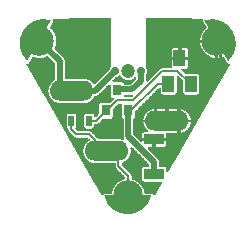
<source format=gtl>
%FSLAX33Y33*%
%MOMM*%
%AMRect-W900000-H1700000-RO0.500*
21,1,0.9,1.7,0.,0.,270*%
%ADD10C,0.0508*%
%ADD11C,0.2032*%
%ADD12C,0.5*%
%ADD13C,1.7*%
%ADD14R,0.802X0.972*%
%ADD15Rect-W900000-H1700000-RO0.500*%
%ADD16C,1.2*%
%ADD17C,0.7*%
%ADD18C,2.5*%
%ADD19R,1.X1.4*%
%ADD20C,2.5*%
%ADD21R,0.5X0.9*%
%ADD22C,2.5*%
D10*
%LNpour fill*%
G01*
X-1666Y2398D02*
X-1666Y2398D01*
X-1663Y2423*
X-1662Y2426*
X-1614Y2554*
X-1612Y2557*
X-1549Y2648*
X-1549Y6706*
X-6294Y6679*
X-6276Y6627*
X-6276Y6627*
X-6276Y6626*
X-6276Y6626*
X-6275Y6625*
X-6275Y6625*
X-6275Y6623*
X-6275Y6623*
X-6274Y6622*
X-6274Y6622*
X-6274Y6621*
X-6274Y6621*
X-6273Y6619*
X-6273Y6619*
X-6273Y6618*
X-6273Y6618*
X-6273Y6616*
X-6273Y6616*
X-6272Y6615*
X-6272Y6615*
X-6272Y6614*
X-6272Y6614*
X-6272Y6612*
X-6271Y6612*
X-6271Y6611*
X-6271Y6611*
X-6271Y6610*
X-6271Y6610*
X-6270Y6608*
X-6270Y6608*
X-6270Y6607*
X-6270Y6607*
X-6270Y6605*
X-6270Y6605*
X-6269Y6604*
X-6269Y6604*
X-6269Y6603*
X-6269Y6603*
X-6269Y6601*
X-6269Y6601*
X-6268Y6600*
X-6268Y6600*
X-6268Y6599*
X-6268Y6598*
X-6268Y6597*
X-6268Y6597*
X-6268Y6596*
X-6268Y6596*
X-6267Y6594*
X-6267Y6594*
X-6267Y6593*
X-6267Y6593*
X-6267Y6591*
X-6267Y6591*
X-6267Y6590*
X-6267Y6590*
X-6266Y6588*
X-6266Y6588*
X-6266Y6587*
X-6266Y6587*
X-6266Y6586*
X-6266Y6586*
X-6266Y6584*
X-6266Y6584*
X-6265Y6583*
X-6265Y6583*
X-6265Y6581*
X-6265Y6581*
X-6265Y6580*
X-6265Y6580*
X-6265Y6579*
X-6265Y6579*
X-6265Y6577*
X-6265Y6577*
X-6265Y6576*
X-6265Y6576*
X-6264Y6574*
X-6264Y6574*
X-6264Y6573*
X-6264Y6573*
X-6264Y6571*
X-6264Y6571*
X-6264Y6570*
X-6264Y6570*
X-6264Y6569*
X-6264Y6569*
X-6264Y6567*
X-6264Y6567*
X-6264Y6566*
X-6264Y6566*
X-6264Y6564*
X-6264Y6564*
X-6264Y6563*
X-6264Y6563*
X-6264Y6562*
X-6264Y6561*
X-6264Y6560*
X-6264Y6560*
X-6263Y6559*
X-6263Y6559*
X-6263Y6557*
X-6263Y6557*
X-6263Y6556*
X-6263Y6556*
X-6263Y6554*
X-6263Y6554*
X-6263Y6553*
X-6263Y6553*
X-6263Y6551*
X-6263Y6551*
X-6263Y6550*
X-6263Y6550*
X-6263Y6548*
X-6263Y6548*
X-6263Y6547*
X-6263Y6547*
X-6263Y6546*
X-6263Y6546*
X-6264Y6544*
X-6264Y6544*
X-6264Y6543*
X-6264Y6543*
X-6264Y6541*
X-6264Y6541*
X-6264Y6540*
X-6264Y6540*
X-6264Y6538*
X-6264Y6538*
X-6264Y6537*
X-6264Y6537*
X-6264Y6536*
X-6264Y6536*
X-6264Y6534*
X-6264Y6534*
X-6264Y6533*
X-6264Y6533*
X-6264Y6531*
X-6264Y6531*
X-6264Y6530*
X-6264Y6530*
X-6265Y6529*
X-6265Y6529*
X-6265Y6527*
X-6265Y6527*
X-6265Y6526*
X-6265Y6526*
X-6265Y6524*
X-6265Y6524*
X-6265Y6523*
X-6265Y6523*
X-6265Y6521*
X-6265Y6521*
X-6266Y6520*
X-6266Y6520*
X-6266Y6519*
X-6266Y6518*
X-6266Y6517*
X-6266Y6517*
X-6266Y6516*
X-6266Y6516*
X-6267Y6514*
X-6267Y6514*
X-6267Y6513*
X-6267Y6513*
X-6267Y6511*
X-6267Y6511*
X-6267Y6510*
X-6267Y6510*
X-6268Y6509*
X-6268Y6509*
X-6268Y6507*
X-6268Y6507*
X-6268Y6506*
X-6268Y6506*
X-6268Y6504*
X-6268Y6504*
X-6269Y6503*
X-6269Y6503*
X-6269Y6502*
X-6269Y6502*
X-6269Y6500*
X-6269Y6500*
X-6270Y6499*
X-6270Y6499*
X-6270Y6497*
X-6270Y6497*
X-6270Y6496*
X-6270Y6496*
X-6271Y6495*
X-6271Y6494*
X-6271Y6493*
X-6271Y6493*
X-6271Y6492*
X-6271Y6492*
X-6272Y6490*
X-6272Y6490*
X-6272Y6489*
X-6272Y6489*
X-6273Y6488*
X-6273Y6488*
X-6273Y6486*
X-6273Y6486*
X-6273Y6485*
X-6273Y6485*
X-6274Y6484*
X-6274Y6484*
X-6274Y6482*
X-6274Y6482*
X-6275Y6481*
X-6275Y6481*
X-6275Y6480*
X-6275Y6480*
X-6276Y6478*
X-6276Y6478*
X-6276Y6477*
X-6276Y6477*
X-6277Y6475*
X-6277Y6475*
X-6277Y6474*
X-6277Y6474*
X-6278Y6473*
X-6278Y6473*
X-6278Y6471*
X-6278Y6471*
X-6279Y6470*
X-6279Y6470*
X-6279Y6469*
X-6279Y6469*
X-6280Y6467*
X-6280Y6467*
X-6280Y6466*
X-6280Y6466*
X-6281Y6465*
X-6281Y6465*
X-6281Y6463*
X-6281Y6463*
X-6282Y6462*
X-6282Y6462*
X-6282Y6461*
X-6282Y6461*
X-6283Y6460*
X-6283Y6459*
X-6284Y6458*
X-6284Y6458*
X-6284Y6457*
X-6284Y6457*
X-6285Y6456*
X-6285Y6456*
X-6285Y6454*
X-6285Y6454*
X-6286Y6453*
X-6286Y6453*
X-6287Y6452*
X-6287Y6452*
X-6287Y6450*
X-6287Y6450*
X-6288Y6449*
X-6288Y6449*
X-6289Y6448*
X-6289Y6448*
X-6289Y6447*
X-6289Y6447*
X-6290Y6445*
X-6290Y6445*
X-6291Y6444*
X-6291Y6444*
X-6291Y6443*
X-6291Y6443*
X-6292Y6442*
X-6292Y6442*
X-6293Y6440*
X-6293Y6440*
X-6293Y6439*
X-6293Y6439*
X-6294Y6438*
X-6294Y6438*
X-6563Y5971*
X-6336Y5744*
X-6334Y5741*
X-6160Y5463*
X-6158Y5461*
X-6050Y5151*
X-6049Y5148*
X-6012Y4821*
X-6012Y4819*
X-6049Y4492*
X-6050Y4489*
X-6162Y4168*
X-5410Y3417*
X-5410Y3416*
X-5352Y3345*
X-5351Y3343*
X-5307Y3263*
X-5306Y3260*
X-5280Y3173*
X-5279Y3170*
X-5270Y3080*
X-5270Y3079*
X-5270Y1676*
X-3750Y1676*
X-3750Y1676*
X-3749Y1676*
X-3749Y1676*
X-3747Y1676*
X-3747Y1676*
X-3746Y1676*
X-3746Y1676*
X-3744Y1676*
X-3744Y1676*
X-3743Y1675*
X-3743Y1675*
X-3742Y1675*
X-3741Y1675*
X-3740Y1675*
X-3740Y1675*
X-3739Y1675*
X-3739Y1675*
X-3737Y1675*
X-3737Y1675*
X-3736Y1675*
X-3736Y1675*
X-3734Y1675*
X-3734Y1675*
X-3733Y1675*
X-3733Y1675*
X-3731Y1675*
X-3731Y1675*
X-3730Y1675*
X-3730Y1675*
X-3664Y1669*
X-3621Y1669*
X-3618Y1669*
X-3596Y1663*
X-3583Y1662*
X-3583Y1662*
X-3581Y1662*
X-3581Y1662*
X-3580Y1662*
X-3580Y1662*
X-3579Y1661*
X-3578Y1661*
X-3577Y1661*
X-3577Y1661*
X-3576Y1661*
X-3576Y1661*
X-3574Y1661*
X-3574Y1661*
X-3573Y1661*
X-3573Y1661*
X-3571Y1661*
X-3571Y1661*
X-3570Y1660*
X-3570Y1660*
X-3569Y1660*
X-3568Y1660*
X-3567Y1660*
X-3567Y1660*
X-3566Y1660*
X-3566Y1660*
X-3564Y1659*
X-3564Y1659*
X-3563Y1659*
X-3563Y1659*
X-3562Y1659*
X-3561Y1659*
X-3560Y1659*
X-3560Y1659*
X-3559Y1658*
X-3559Y1658*
X-3557Y1658*
X-3557Y1658*
X-3556Y1658*
X-3556Y1658*
X-3554Y1658*
X-3554Y1658*
X-3553Y1657*
X-3553Y1657*
X-3552Y1657*
X-3552Y1657*
X-3550Y1657*
X-3550Y1657*
X-3549Y1656*
X-3549Y1656*
X-3547Y1656*
X-3547Y1656*
X-3546Y1656*
X-3546Y1656*
X-3545Y1655*
X-3544Y1655*
X-3543Y1655*
X-3543Y1655*
X-3400Y1617*
X-3400Y1617*
X-3399Y1616*
X-3399Y1616*
X-3398Y1616*
X-3398Y1616*
X-3396Y1615*
X-3396Y1615*
X-3395Y1615*
X-3395Y1615*
X-3394Y1615*
X-3393Y1615*
X-3392Y1614*
X-3392Y1614*
X-3391Y1614*
X-3391Y1614*
X-3389Y1613*
X-3389Y1613*
X-3388Y1613*
X-3388Y1613*
X-3387Y1612*
X-3387Y1612*
X-3385Y1612*
X-3385Y1612*
X-3384Y1612*
X-3384Y1612*
X-3383Y1611*
X-3383Y1611*
X-3381Y1611*
X-3381Y1611*
X-3380Y1610*
X-3380Y1610*
X-3377Y1609*
X-3369Y1607*
X-3366Y1606*
X-3339Y1592*
X-3228Y1540*
X-3228Y1540*
X-3227Y1540*
X-3227Y1540*
X-3226Y1539*
X-3226Y1539*
X-3225Y1539*
X-3225Y1539*
X-3223Y1538*
X-3223Y1538*
X-3222Y1537*
X-3222Y1537*
X-3221Y1537*
X-3221Y1537*
X-3220Y1536*
X-3220Y1536*
X-3218Y1535*
X-3218Y1535*
X-3217Y1535*
X-3217Y1535*
X-3216Y1534*
X-3216Y1534*
X-3215Y1533*
X-3215Y1533*
X-3213Y1533*
X-3213Y1533*
X-3212Y1532*
X-3212Y1532*
X-3211Y1531*
X-3211Y1531*
X-3210Y1530*
X-3210Y1530*
X-3208Y1530*
X-3208Y1530*
X-3207Y1529*
X-3207Y1529*
X-3206Y1528*
X-3206Y1528*
X-3205Y1527*
X-3205Y1527*
X-3203Y1527*
X-3203Y1527*
X-3202Y1526*
X-3202Y1526*
X-3201Y1525*
X-3201Y1525*
X-3200Y1524*
X-3200Y1524*
X-3199Y1524*
X-3199Y1524*
X-3198Y1523*
X-3197Y1523*
X-3196Y1522*
X-3196Y1522*
X-3195Y1521*
X-3195Y1521*
X-3194Y1520*
X-3194Y1520*
X-3167Y1502*
X-3138Y1486*
X-3135Y1485*
X-3108Y1460*
X-3073Y1435*
X-3073Y1435*
X-3072Y1435*
X-3072Y1435*
X-3070Y1434*
X-3070Y1434*
X-3069Y1433*
X-3069Y1433*
X-3068Y1432*
X-3068Y1432*
X-3067Y1431*
X-3067Y1431*
X-3066Y1430*
X-3066Y1430*
X-3065Y1430*
X-3065Y1430*
X-3064Y1429*
X-3064Y1429*
X-3062Y1428*
X-3062Y1428*
X-3061Y1427*
X-3061Y1427*
X-3060Y1426*
X-3060Y1426*
X-3059Y1425*
X-3059Y1425*
X-3058Y1424*
X-3058Y1424*
X-3057Y1423*
X-3057Y1423*
X-3056Y1422*
X-3056Y1422*
X-3055Y1422*
X-3055Y1421*
X-3054Y1421*
X-3053Y1420*
X-3053Y1420*
X-3052Y1420*
X-3051Y1419*
X-3051Y1419*
X-3050Y1418*
X-3050Y1418*
X-3049Y1417*
X-3049Y1417*
X-3048Y1416*
X-3048Y1416*
X-3047Y1415*
X-3047Y1415*
X-3046Y1414*
X-3046Y1414*
X-3045Y1413*
X-3045Y1413*
X-3044Y1412*
X-3044Y1412*
X-3043Y1411*
X-3043Y1411*
X-3042Y1410*
X-3042Y1410*
X-2972Y1340*
X-2943Y1314*
X-2941Y1312*
X-2934Y1302*
X-2931Y1299*
X-2931Y1299*
X-2931Y1298*
X-2931Y1298*
X-2930Y1297*
X-2929Y1297*
X-2929Y1296*
X-2928Y1296*
X-2928Y1295*
X-2927Y1295*
X-2927Y1294*
X-2927Y1294*
X-2926Y1293*
X-2926Y1293*
X-2925Y1291*
X-2925Y1291*
X-2924Y1291*
X-2924Y1290*
X-2923Y1289*
X-2923Y1289*
X-2922Y1288*
X-2922Y1288*
X-2921Y1287*
X-2921Y1287*
X-2920Y1286*
X-2920Y1286*
X-2919Y1285*
X-2919Y1285*
X-2918Y1284*
X-2918Y1284*
X-2918Y1283*
X-2918Y1283*
X-2917Y1282*
X-2917Y1281*
X-2916Y1280*
X-2916Y1280*
X-2915Y1279*
X-2915Y1279*
X-2914Y1278*
X-2914Y1278*
X-2913Y1277*
X-2913Y1277*
X-2912Y1276*
X-2912Y1276*
X-2912Y1274*
X-2912Y1274*
X-2862Y1204*
X-1666Y2398*
X-2900Y1214D02*
X-2816Y1214D01*
X-2935Y1264D02*
X-2766Y1264D01*
X-2980Y1313D02*
X-2717Y1313D01*
X-3031Y1363D02*
X-2667Y1363D01*
X-3084Y1412D02*
X-2618Y1412D01*
X-3148Y1462D02*
X-2568Y1462D01*
X-3227Y1511D02*
X-2518Y1511D01*
X-3332Y1561D02*
X-2469Y1561D01*
X-3475Y1610D02*
X-2419Y1610D01*
X-5296Y1660D02*
X-2370Y1660D01*
X-5296Y1709D02*
X-2320Y1709D01*
X-5296Y1759D02*
X-2271Y1759D01*
X-5296Y1808D02*
X-2221Y1808D01*
X-5296Y1858D02*
X-2171Y1858D01*
X-5296Y1907D02*
X-2122Y1907D01*
X-5296Y1957D02*
X-2072Y1957D01*
X-5296Y2006D02*
X-2023Y2006D01*
X-5296Y2056D02*
X-1973Y2056D01*
X-5296Y2106D02*
X-1923Y2106D01*
X-5296Y2155D02*
X-1874Y2155D01*
X-5296Y2205D02*
X-1824Y2205D01*
X-5296Y2254D02*
X-1775Y2254D01*
X-5296Y2304D02*
X-1725Y2304D01*
X-5296Y2353D02*
X-1675Y2353D01*
X-5296Y2403D02*
X-1640Y2403D01*
X-5296Y2452D02*
X-1625Y2452D01*
X-5296Y2502D02*
X-1607Y2502D01*
X-5296Y2551D02*
X-1585Y2551D01*
X-5296Y2601D02*
X-1551Y2601D01*
X-5296Y2650D02*
X-1524Y2650D01*
X-5296Y2700D02*
X-1524Y2700D01*
X-5296Y2749D02*
X-1524Y2749D01*
X-5296Y2799D02*
X-1524Y2799D01*
X-5296Y2848D02*
X-1524Y2848D01*
X-5296Y2898D02*
X-1524Y2898D01*
X-5296Y2948D02*
X-1524Y2948D01*
X-5296Y2997D02*
X-1524Y2997D01*
X-5296Y3047D02*
X-1524Y3047D01*
X-5298Y3096D02*
X-1524Y3096D01*
X-5302Y3146D02*
X-1524Y3146D01*
X-5313Y3195D02*
X-1524Y3195D01*
X-5328Y3245D02*
X-1524Y3245D01*
X-5353Y3294D02*
X-1524Y3294D01*
X-5383Y3344D02*
X-1524Y3344D01*
X-5424Y3393D02*
X-1524Y3393D01*
X-5473Y3443D02*
X-1524Y3443D01*
X-5522Y3492D02*
X-1524Y3492D01*
X-5572Y3542D02*
X-1524Y3542D01*
X-5621Y3591D02*
X-1524Y3591D01*
X-5671Y3641D02*
X-1524Y3641D01*
X-5720Y3691D02*
X-1524Y3691D01*
X-5770Y3740D02*
X-1524Y3740D01*
X-5819Y3790D02*
X-1524Y3790D01*
X-5869Y3839D02*
X-1524Y3839D01*
X-5918Y3889D02*
X-1524Y3889D01*
X-5968Y3938D02*
X-1524Y3938D01*
X-6017Y3988D02*
X-1524Y3988D01*
X-6067Y4037D02*
X-1524Y4037D01*
X-6116Y4087D02*
X-1524Y4087D01*
X-6166Y4136D02*
X-1524Y4136D01*
X-6183Y4186D02*
X-1524Y4186D01*
X-6166Y4235D02*
X-1524Y4235D01*
X-6148Y4285D02*
X-1524Y4285D01*
X-6131Y4334D02*
X-1524Y4334D01*
X-6114Y4384D02*
X-1524Y4384D01*
X-6096Y4433D02*
X-1524Y4433D01*
X-6079Y4483D02*
X-1524Y4483D01*
X-6070Y4533D02*
X-1524Y4533D01*
X-6065Y4582D02*
X-1524Y4582D01*
X-6059Y4632D02*
X-1524Y4632D01*
X-6053Y4681D02*
X-1524Y4681D01*
X-6048Y4731D02*
X-1524Y4731D01*
X-6042Y4780D02*
X-1524Y4780D01*
X-6039Y4830D02*
X-1524Y4830D01*
X-6044Y4879D02*
X-1524Y4879D01*
X-6050Y4929D02*
X-1524Y4929D01*
X-6056Y4978D02*
X-1524Y4978D01*
X-6061Y5028D02*
X-1524Y5028D01*
X-6067Y5077D02*
X-1524Y5077D01*
X-6072Y5127D02*
X-1524Y5127D01*
X-6086Y5176D02*
X-1524Y5176D01*
X-6103Y5226D02*
X-1524Y5226D01*
X-6120Y5275D02*
X-1524Y5275D01*
X-6138Y5325D02*
X-1524Y5325D01*
X-6155Y5375D02*
X-1524Y5375D01*
X-6172Y5424D02*
X-1524Y5424D01*
X-6196Y5474D02*
X-1524Y5474D01*
X-6227Y5523D02*
X-1524Y5523D01*
X-6258Y5573D02*
X-1524Y5573D01*
X-6289Y5622D02*
X-1524Y5622D01*
X-6321Y5672D02*
X-1524Y5672D01*
X-6352Y5721D02*
X-1524Y5721D01*
X-6399Y5771D02*
X-1524Y5771D01*
X-6449Y5820D02*
X-1524Y5820D01*
X-6498Y5870D02*
X-1524Y5870D01*
X-6548Y5919D02*
X-1524Y5919D01*
X-6594Y5969D02*
X-1524Y5969D01*
X-6565Y6018D02*
X-1524Y6018D01*
X-6537Y6068D02*
X-1524Y6068D01*
X-6508Y6117D02*
X-1524Y6117D01*
X-6480Y6167D02*
X-1524Y6167D01*
X-6451Y6217D02*
X-1524Y6217D01*
X-6422Y6266D02*
X-1524Y6266D01*
X-6394Y6316D02*
X-1524Y6316D01*
X-6365Y6365D02*
X-1524Y6365D01*
X-6337Y6415D02*
X-1524Y6415D01*
X-6309Y6464D02*
X-1524Y6464D01*
X-6292Y6514D02*
X-1524Y6514D01*
X-6289Y6563D02*
X-1524Y6563D01*
X-6298Y6613D02*
X-1524Y6613D01*
X-6315Y6662D02*
X-1524Y6662D01*
X-4974Y6712D02*
X-1524Y6712D01*
X8539Y2856D02*
X8539Y2856D01*
X8478Y2860*
X8478Y2860*
X8476Y2860*
X8476Y2860*
X8475Y2860*
X8475Y2860*
X8474Y2860*
X8473Y2860*
X8472Y2860*
X8472Y2860*
X8471Y2860*
X8471Y2860*
X8469Y2860*
X8469Y2860*
X8468Y2861*
X8468Y2861*
X8466Y2861*
X8466Y2861*
X8465Y2861*
X8465Y2861*
X8463Y2861*
X8463Y2861*
X8462Y2861*
X8462Y2861*
X8461Y2861*
X8461Y2862*
X8459Y2862*
X8459Y2862*
X8458Y2862*
X8458Y2862*
X8456Y2862*
X8456Y2862*
X8455Y2862*
X8455Y2862*
X8454Y2863*
X8454Y2863*
X8452Y2863*
X8452Y2863*
X8451Y2863*
X8451Y2863*
X8449Y2863*
X8449Y2863*
X8448Y2864*
X8448Y2864*
X8447Y2864*
X8447Y2864*
X8445Y2864*
X8445Y2864*
X8444Y2864*
X8444Y2864*
X8442Y2865*
X8442Y2865*
X8441Y2865*
X8441Y2865*
X8439Y2865*
X8439Y2865*
X8438Y2866*
X8438Y2866*
X8437Y2866*
X8437Y2866*
X8435Y2866*
X8435Y2867*
X8434Y2867*
X8434Y2867*
X8433Y2867*
X8433Y2867*
X8431Y2868*
X8431Y2868*
X8430Y2868*
X8430Y2868*
X8428Y2868*
X8428Y2868*
X8427Y2869*
X8427Y2869*
X8426Y2869*
X8426Y2869*
X8424Y2870*
X8424Y2870*
X8423Y2870*
X8423Y2870*
X8422Y2870*
X8422Y2870*
X8420Y2871*
X8420Y2871*
X8419Y2871*
X8419Y2871*
X8417Y2872*
X8417Y2872*
X8416Y2872*
X8416Y2872*
X8415Y2873*
X8415Y2873*
X8413Y2873*
X8413Y2873*
X8412Y2874*
X8412Y2874*
X8411Y2874*
X8411Y2874*
X8410Y2875*
X8409Y2875*
X8408Y2875*
X8408Y2875*
X8407Y2876*
X8407Y2876*
X8405Y2876*
X8405Y2876*
X8404Y2877*
X8404Y2877*
X8403Y2877*
X8403Y2878*
X8402Y2878*
X8401Y2878*
X8400Y2879*
X8400Y2879*
X8399Y2879*
X8399Y2879*
X8397Y2880*
X8397Y2880*
X8396Y2880*
X8396Y2880*
X8395Y2881*
X8395Y2881*
X8394Y2882*
X8394Y2882*
X8392Y2882*
X8392Y2882*
X8391Y2883*
X8391Y2883*
X8390Y2883*
X8390Y2883*
X8388Y2884*
X8388Y2884*
X8387Y2885*
X8387Y2885*
X8386Y2885*
X8386Y2885*
X8385Y2886*
X8385Y2886*
X8383Y2887*
X8383Y2887*
X8382Y2887*
X8382Y2888*
X8381Y2888*
X8381Y2888*
X8380Y2889*
X8380Y2889*
X8378Y2890*
X8378Y2890*
X8377Y2890*
X8377Y2890*
X8376Y2891*
X8376Y2891*
X8375Y2892*
X8375Y2892*
X8374Y2892*
X8373Y2892*
X8372Y2893*
X8372Y2893*
X8371Y2894*
X8371Y2894*
X8370Y2895*
X8370Y2895*
X8369Y2896*
X8369Y2896*
X8367Y2896*
X8367Y2896*
X8366Y2897*
X8366Y2897*
X8365Y2898*
X8365Y2898*
X8364Y2899*
X8364Y2899*
X8363Y2899*
X8363Y2900*
X8361Y2900*
X8361Y2900*
X8360Y2901*
X8360Y2901*
X8359Y2902*
X8359Y2902*
X8358Y2903*
X8358Y2903*
X8357Y2904*
X8357Y2904*
X8356Y2904*
X8356Y2905*
X8355Y2905*
X8354Y2905*
X8353Y2906*
X8353Y2906*
X8352Y2907*
X8352Y2907*
X8351Y2908*
X8351Y2908*
X8350Y2909*
X8350Y2909*
X8349Y2910*
X8349Y2910*
X8348Y2911*
X8348Y2911*
X8347Y2912*
X8347Y2912*
X8345Y2913*
X8345Y2913*
X8344Y2913*
X8344Y2913*
X8343Y2914*
X8343Y2914*
X8342Y2915*
X8342Y2915*
X8341Y2916*
X8341Y2916*
X8340Y2917*
X8340Y2917*
X8339Y2918*
X8339Y2918*
X8338Y2919*
X8338Y2919*
X8337Y2920*
X8337Y2920*
X8336Y2921*
X8336Y2921*
X8335Y2922*
X8335Y2922*
X8334Y2923*
X8334Y2923*
X8333Y2924*
X8333Y2924*
X8332Y2925*
X8332Y2925*
X8331Y2926*
X8331Y2926*
X8330Y2927*
X8330Y2927*
X8329Y2928*
X8329Y2928*
X8328Y2929*
X8328Y2929*
X8327Y2930*
X8327Y2930*
X8326Y2931*
X8326Y2931*
X8325Y2932*
X8325Y2932*
X8324Y2933*
X8324Y2933*
X8323Y2934*
X8323Y2934*
X8322Y2935*
X8322Y2935*
X8321Y2936*
X8321Y2936*
X8320Y2938*
X8320Y2938*
X8319Y2939*
X8319Y2939*
X8318Y2940*
X8318Y2940*
X8317Y2941*
X8317Y2941*
X8316Y2942*
X8316Y2942*
X8315Y2943*
X8315Y2943*
X8314Y2944*
X8314Y2944*
X8314Y2945*
X8313Y2945*
X8313Y2946*
X8312Y2946*
X8312Y2947*
X8312Y2948*
X8311Y2949*
X8311Y2949*
X8310Y2950*
X8310Y2950*
X8309Y2951*
X8309Y2951*
X8308Y2952*
X8308Y2952*
X8307Y2953*
X8307Y2953*
X8306Y2954*
X8306Y2954*
X8306Y2955*
X8306Y2956*
X8305Y2957*
X8305Y2957*
X8304Y2958*
X8304Y2958*
X8303Y2959*
X8303Y2959*
X8302Y2960*
X8302Y2960*
X8302Y2961*
X8302Y2962*
X8301Y2963*
X8301Y2963*
X8300Y2964*
X8300Y2964*
X8299Y2965*
X8299Y2965*
X8299Y2966*
X8298Y2966*
X8298Y2968*
X8298Y2968*
X8297Y2969*
X8297Y2969*
X8296Y2970*
X8296Y2970*
X8296Y2971*
X8295Y2971*
X8295Y2972*
X8295Y2972*
X8294Y2974*
X8294Y2974*
X8021Y3447*
X7920Y3412*
X7898Y3427*
X7898Y4426*
X7746Y4426*
X7746Y3382*
X7733Y3367*
X7585Y3351*
X7568Y3366*
X7568Y3595*
X7416Y3595*
X7416Y3366*
X7399Y3351*
X7164Y3377*
X7161Y3378*
X6851Y3486*
X6849Y3488*
X6571Y3662*
X6568Y3664*
X6336Y3896*
X6334Y3899*
X6160Y4177*
X6158Y4179*
X6050Y4489*
X6049Y4492*
X6023Y4727*
X6038Y4744*
X6267Y4744*
X6267Y4896*
X6038Y4896*
X6023Y4913*
X6049Y5148*
X6050Y5151*
X6158Y5461*
X6160Y5463*
X6334Y5741*
X6336Y5744*
X6563Y5971*
X6294Y6438*
X6294Y6438*
X6293Y6439*
X6293Y6439*
X6293Y6440*
X6293Y6440*
X6292Y6441*
X6292Y6442*
X6291Y6443*
X6291Y6443*
X6291Y6444*
X6291Y6444*
X6290Y6445*
X6290Y6445*
X6289Y6447*
X6289Y6447*
X6289Y6448*
X6289Y6448*
X6288Y6449*
X6288Y6449*
X6287Y6450*
X6287Y6450*
X6287Y6452*
X6287Y6452*
X6286Y6453*
X6286Y6453*
X6285Y6454*
X6285Y6454*
X6285Y6456*
X6285Y6456*
X6284Y6457*
X6284Y6457*
X6284Y6458*
X6284Y6458*
X6283Y6460*
X6283Y6460*
X6282Y6461*
X6282Y6461*
X6282Y6462*
X6282Y6462*
X6281Y6464*
X6281Y6464*
X6281Y6465*
X6281Y6465*
X6280Y6466*
X6280Y6466*
X6280Y6467*
X6280Y6468*
X6279Y6469*
X6279Y6469*
X6279Y6470*
X6279Y6470*
X6278Y6471*
X6278Y6471*
X6278Y6473*
X6278Y6473*
X6277Y6474*
X6277Y6474*
X6277Y6476*
X6277Y6476*
X6276Y6477*
X6276Y6477*
X6276Y6478*
X6276Y6478*
X6275Y6480*
X6275Y6480*
X6275Y6481*
X6275Y6481*
X6274Y6482*
X6274Y6482*
X6274Y6484*
X6274Y6484*
X6273Y6485*
X6273Y6485*
X6273Y6486*
X6273Y6486*
X6273Y6488*
X6273Y6488*
X6272Y6489*
X6272Y6489*
X6272Y6490*
X6272Y6491*
X6271Y6492*
X6271Y6492*
X6271Y6493*
X6271Y6493*
X6271Y6495*
X6271Y6495*
X6270Y6496*
X6270Y6496*
X6270Y6497*
X6270Y6497*
X6270Y6499*
X6270Y6499*
X6269Y6500*
X6269Y6500*
X6269Y6502*
X6269Y6502*
X6269Y6503*
X6269Y6503*
X6268Y6505*
X6268Y6505*
X6268Y6506*
X6268Y6506*
X6268Y6507*
X6268Y6507*
X6268Y6509*
X6268Y6509*
X6267Y6510*
X6267Y6510*
X6267Y6512*
X6267Y6512*
X6267Y6513*
X6267Y6513*
X6267Y6514*
X6267Y6514*
X6266Y6516*
X6266Y6516*
X6266Y6517*
X6266Y6517*
X6266Y6519*
X6266Y6519*
X6266Y6520*
X6266Y6520*
X6265Y6521*
X6265Y6522*
X6265Y6523*
X6265Y6523*
X6265Y6524*
X6265Y6524*
X6265Y6526*
X6265Y6526*
X6265Y6527*
X6265Y6527*
X6265Y6529*
X6265Y6529*
X6264Y6530*
X6264Y6530*
X6264Y6531*
X6264Y6532*
X6264Y6533*
X6264Y6533*
X6264Y6534*
X6264Y6534*
X6264Y6536*
X6264Y6536*
X6264Y6537*
X6264Y6537*
X6264Y6539*
X6264Y6539*
X6264Y6540*
X6264Y6540*
X6264Y6541*
X6264Y6541*
X6264Y6543*
X6264Y6543*
X6264Y6544*
X6264Y6544*
X6263Y6546*
X6263Y6546*
X6263Y6547*
X6263Y6547*
X6263Y6549*
X6263Y6549*
X6263Y6550*
X6263Y6550*
X6263Y6551*
X6263Y6552*
X6263Y6553*
X6263Y6553*
X6263Y6554*
X6263Y6554*
X6263Y6556*
X6263Y6556*
X6263Y6557*
X6263Y6557*
X6263Y6559*
X6263Y6559*
X6264Y6560*
X6264Y6560*
X6264Y6561*
X6264Y6562*
X6264Y6563*
X6264Y6563*
X6264Y6564*
X6264Y6564*
X6264Y6566*
X6264Y6566*
X6264Y6567*
X6264Y6567*
X6264Y6569*
X6264Y6569*
X6264Y6570*
X6264Y6570*
X6264Y6572*
X6264Y6572*
X6264Y6573*
X6264Y6573*
X6264Y6574*
X6264Y6574*
X6265Y6576*
X6265Y6576*
X6265Y6577*
X6265Y6577*
X6265Y6579*
X6265Y6579*
X6265Y6580*
X6265Y6580*
X6265Y6581*
X6265Y6581*
X6265Y6583*
X6265Y6583*
X6266Y6584*
X6266Y6585*
X6266Y6586*
X6266Y6586*
X6266Y6587*
X6266Y6587*
X6266Y6589*
X6266Y6589*
X6267Y6590*
X6267Y6590*
X6267Y6591*
X6267Y6592*
X6267Y6593*
X6267Y6593*
X6267Y6594*
X6267Y6594*
X6268Y6596*
X6268Y6596*
X6268Y6597*
X6268Y6597*
X6268Y6598*
X6268Y6599*
X6268Y6600*
X6268Y6600*
X6269Y6601*
X6269Y6601*
X6269Y6603*
X6269Y6603*
X6269Y6604*
X6269Y6604*
X6270Y6605*
X6270Y6606*
X6270Y6607*
X6270Y6607*
X6270Y6608*
X6270Y6608*
X6271Y6610*
X6271Y6610*
X6271Y6611*
X6271Y6611*
X6272Y6612*
X6272Y6612*
X6272Y6614*
X6272Y6614*
X6272Y6615*
X6272Y6615*
X6273Y6617*
X6273Y6617*
X6273Y6618*
X6273Y6618*
X6274Y6619*
X6274Y6619*
X6274Y6621*
X6274Y6621*
X6274Y6622*
X6274Y6622*
X6275Y6623*
X6275Y6623*
X6275Y6625*
X6275Y6625*
X6276Y6626*
X6276Y6626*
X6276Y6628*
X6276Y6628*
X6294Y6679*
X1549Y6706*
X1549Y2648*
X1612Y2557*
X1614Y2554*
X1662Y2426*
X1663Y2423*
X1680Y2288*
X1680Y2284*
X1663Y2149*
X1662Y2146*
X1614Y2018*
X1612Y2015*
X1580Y1968*
X1580Y1464*
X1626Y1444*
X2107Y1918*
X2693Y2505*
X2694Y2505*
X2702Y2511*
X2708Y2519*
X2710Y2521*
X2758Y2561*
X2760Y2562*
X2815Y2592*
X2817Y2592*
X2877Y2611*
X2880Y2611*
X2941Y2617*
X2942Y2617*
X3651Y2617*
X3647Y2668*
X3647Y2668*
X3647Y3278*
X3662Y3293*
X3902Y3293*
X3902Y3445*
X3662Y3445*
X3647Y3460*
X3647Y4070*
X3647Y4071*
X3650Y4104*
X3650Y4106*
X3658Y4139*
X3659Y4141*
X3672Y4172*
X3673Y4174*
X3691Y4203*
X3692Y4205*
X3714Y4231*
X3715Y4232*
X3741Y4254*
X3743Y4255*
X3772Y4273*
X3774Y4274*
X3805Y4287*
X3807Y4288*
X3840Y4296*
X3842Y4296*
X3876Y4299*
X3877Y4299*
X4286Y4299*
X4301Y4284*
X4301Y4044*
X4453Y4044*
X4453Y4284*
X4468Y4299*
X4877Y4299*
X4878Y4299*
X4912Y4296*
X4914Y4296*
X4947Y4288*
X4949Y4287*
X4980Y4274*
X4982Y4273*
X5011Y4255*
X5013Y4254*
X5039Y4232*
X5040Y4231*
X5062Y4205*
X5063Y4203*
X5081Y4174*
X5082Y4172*
X5095Y4141*
X5096Y4139*
X5104Y4106*
X5104Y4104*
X5107Y4070*
X5107Y4069*
X5107Y3460*
X5092Y3445*
X4852Y3445*
X4852Y3293*
X5092Y3293*
X5107Y3278*
X5107Y2669*
X5107Y2668*
X5104Y2634*
X5104Y2632*
X5096Y2599*
X5095Y2597*
X5082Y2566*
X5081Y2564*
X5063Y2535*
X5062Y2533*
X5040Y2507*
X5039Y2506*
X5013Y2484*
X5011Y2483*
X4982Y2465*
X4980Y2464*
X4949Y2451*
X4947Y2450*
X4914Y2442*
X4912Y2442*
X4879Y2439*
X4878Y2439*
X4592Y2439*
X4572Y2392*
X4866Y2099*
X5827Y2099*
X5828Y2099*
X5862Y2096*
X5864Y2096*
X5897Y2088*
X5899Y2087*
X5930Y2074*
X5932Y2073*
X5961Y2055*
X5963Y2054*
X5989Y2032*
X5990Y2031*
X6012Y2005*
X6013Y2003*
X6031Y1974*
X6032Y1972*
X6045Y1941*
X6046Y1939*
X6054Y1906*
X6054Y1904*
X6057Y1870*
X6057Y1869*
X6057Y0469*
X6057Y0468*
X6054Y0434*
X6054Y0432*
X6046Y0399*
X6045Y0397*
X6032Y0366*
X6031Y0364*
X6013Y0335*
X6012Y0333*
X5990Y0307*
X5989Y0306*
X5963Y0284*
X5961Y0283*
X5932Y0265*
X5930Y0264*
X5899Y0251*
X5897Y0250*
X5864Y0242*
X5862Y0242*
X5829Y0239*
X5828Y0239*
X4826Y0239*
X4825Y0239*
X4792Y0242*
X4790Y0242*
X4757Y0250*
X4755Y0251*
X4724Y0264*
X4722Y0265*
X4693Y0283*
X4691Y0284*
X4665Y0306*
X4664Y0307*
X4642Y0333*
X4641Y0335*
X4623Y0364*
X4622Y0366*
X4609Y0397*
X4608Y0399*
X4600Y0432*
X4600Y0434*
X4597Y0467*
X4597Y0468*
X4597Y1430*
X4204Y1824*
X4157Y1804*
X4157Y0469*
X4157Y0468*
X4154Y0434*
X4154Y0432*
X4146Y0399*
X4145Y0397*
X4132Y0366*
X4131Y0364*
X4113Y0335*
X4112Y0333*
X4090Y0307*
X4089Y0306*
X4063Y0284*
X4061Y0283*
X4032Y0265*
X4030Y0264*
X3999Y0251*
X3997Y0250*
X3964Y0242*
X3962Y0242*
X3929Y0239*
X3928Y0239*
X2926Y0239*
X2925Y0239*
X2892Y0242*
X2890Y0242*
X2857Y0250*
X2855Y0251*
X2824Y0264*
X2822Y0265*
X2793Y0283*
X2791Y0284*
X2765Y0306*
X2764Y0307*
X2742Y0333*
X2741Y0335*
X2723Y0364*
X2722Y0366*
X2709Y0397*
X2708Y0399*
X2700Y0432*
X2700Y0434*
X2697Y0467*
X2697Y0468*
X2697Y0794*
X2650Y0814*
X0650Y-1187*
X0650Y-1573*
X0650Y-1574*
X0647Y-1608*
X0647Y-1610*
X0639Y-1643*
X0638Y-1645*
X0625Y-1676*
X0624Y-1678*
X0606Y-1707*
X0605Y-1709*
X0583Y-1735*
X0582Y-1736*
X0556Y-1758*
X0554Y-1759*
X0525Y-1777*
X0523Y-1778*
X0499Y-1788*
X0499Y-3066*
X1060Y-3628*
X1094Y-3614*
X1099Y-3613*
X1362Y-3613*
X1362Y-3461*
X1122Y-3461*
X1107Y-3446*
X1107Y-3086*
X1107Y-3085*
X1110Y-3052*
X1110Y-3050*
X1118Y-3017*
X1119Y-3015*
X1132Y-2984*
X1133Y-2982*
X1151Y-2953*
X1152Y-2951*
X1174Y-2925*
X1175Y-2924*
X1201Y-2902*
X1203Y-2901*
X1232Y-2883*
X1234Y-2882*
X1265Y-2869*
X1267Y-2868*
X1300Y-2860*
X1302Y-2860*
X1335Y-2857*
X1336Y-2857*
X1628Y-2857*
X1645Y-2804*
X1612Y-2781*
X1612Y-2781*
X1612Y-2781*
X1612Y-2781*
X1610Y-2780*
X1610Y-2780*
X1609Y-2779*
X1609Y-2779*
X1608Y-2778*
X1608Y-2778*
X1607Y-2777*
X1607Y-2777*
X1606Y-2776*
X1606Y-2776*
X1605Y-2776*
X1605Y-2776*
X1604Y-2775*
X1604Y-2775*
X1602Y-2774*
X1602Y-2774*
X1601Y-2773*
X1601Y-2773*
X1600Y-2772*
X1600Y-2772*
X1599Y-2771*
X1599Y-2771*
X1598Y-2770*
X1598Y-2770*
X1597Y-2769*
X1597Y-2769*
X1596Y-2768*
X1596Y-2768*
X1595Y-2768*
X1595Y-2767*
X1594Y-2767*
X1593Y-2766*
X1593Y-2766*
X1592Y-2766*
X1591Y-2765*
X1591Y-2765*
X1590Y-2764*
X1590Y-2764*
X1589Y-2763*
X1589Y-2763*
X1588Y-2762*
X1588Y-2762*
X1587Y-2761*
X1587Y-2761*
X1586Y-2760*
X1586Y-2760*
X1585Y-2759*
X1585Y-2759*
X1584Y-2758*
X1584Y-2758*
X1583Y-2757*
X1583Y-2757*
X1582Y-2756*
X1582Y-2756*
X1512Y-2686*
X1483Y-2660*
X1481Y-2658*
X1474Y-2648*
X1471Y-2645*
X1471Y-2645*
X1471Y-2644*
X1471Y-2644*
X1470Y-2643*
X1469Y-2643*
X1469Y-2642*
X1468Y-2642*
X1468Y-2641*
X1468Y-2641*
X1467Y-2640*
X1467Y-2640*
X1466Y-2639*
X1466Y-2639*
X1465Y-2638*
X1465Y-2637*
X1464Y-2637*
X1464Y-2637*
X1463Y-2635*
X1463Y-2635*
X1462Y-2634*
X1462Y-2634*
X1461Y-2633*
X1461Y-2633*
X1460Y-2632*
X1460Y-2632*
X1459Y-2631*
X1459Y-2631*
X1458Y-2630*
X1458Y-2630*
X1458Y-2629*
X1458Y-2629*
X1457Y-2628*
X1457Y-2627*
X1456Y-2626*
X1456Y-2626*
X1455Y-2625*
X1455Y-2625*
X1454Y-2624*
X1454Y-2624*
X1453Y-2623*
X1453Y-2623*
X1452Y-2622*
X1452Y-2622*
X1452Y-2621*
X1452Y-2621*
X1367Y-2499*
X1367Y-2499*
X1366Y-2498*
X1366Y-2498*
X1365Y-2497*
X1365Y-2497*
X1364Y-2496*
X1364Y-2496*
X1364Y-2495*
X1364Y-2495*
X1363Y-2493*
X1363Y-2493*
X1362Y-2492*
X1362Y-2492*
X1361Y-2491*
X1361Y-2491*
X1360Y-2490*
X1360Y-2490*
X1360Y-2489*
X1360Y-2489*
X1359Y-2487*
X1359Y-2487*
X1358Y-2486*
X1358Y-2486*
X1357Y-2485*
X1357Y-2485*
X1357Y-2484*
X1357Y-2484*
X1356Y-2482*
X1356Y-2482*
X1355Y-2481*
X1355Y-2481*
X1355Y-2480*
X1355Y-2480*
X1354Y-2479*
X1354Y-2479*
X1353Y-2478*
X1353Y-2477*
X1352Y-2476*
X1352Y-2476*
X1352Y-2475*
X1352Y-2475*
X1351Y-2474*
X1351Y-2474*
X1351Y-2472*
X1350Y-2472*
X1350Y-2471*
X1350Y-2471*
X1349Y-2470*
X1349Y-2470*
X1349Y-2469*
X1349Y-2468*
X1348Y-2467*
X1348Y-2467*
X1347Y-2466*
X1347Y-2466*
X1347Y-2465*
X1347Y-2465*
X1345Y-2461*
X1335Y-2446*
X1333Y-2443*
X1318Y-2404*
X1284Y-2330*
X1284Y-2330*
X1284Y-2329*
X1284Y-2329*
X1283Y-2328*
X1283Y-2328*
X1282Y-2327*
X1282Y-2327*
X1282Y-2325*
X1282Y-2325*
X1281Y-2324*
X1281Y-2324*
X1281Y-2323*
X1281Y-2323*
X1280Y-2321*
X1280Y-2321*
X1280Y-2320*
X1280Y-2320*
X1279Y-2319*
X1279Y-2319*
X1278Y-2317*
X1278Y-2317*
X1278Y-2316*
X1278Y-2316*
X1278Y-2315*
X1278Y-2315*
X1277Y-2313*
X1277Y-2313*
X1277Y-2312*
X1277Y-2312*
X1276Y-2311*
X1276Y-2311*
X1275Y-2309*
X1275Y-2309*
X1275Y-2308*
X1275Y-2308*
X1275Y-2307*
X1275Y-2307*
X1274Y-2305*
X1274Y-2305*
X1274Y-2304*
X1274Y-2304*
X1273Y-2303*
X1273Y-2303*
X1273Y-2301*
X1273Y-2301*
X1272Y-2300*
X1272Y-2300*
X1272Y-2298*
X1272Y-2298*
X1272Y-2297*
X1272Y-2297*
X1271Y-2296*
X1271Y-2296*
X1271Y-2294*
X1271Y-2294*
X1270Y-2293*
X1270Y-2293*
X1256Y-2240*
X1242Y-2203*
X1241Y-2200*
X1238Y-2172*
X1232Y-2150*
X1232Y-2150*
X1232Y-2149*
X1232Y-2149*
X1231Y-2147*
X1231Y-2147*
X1231Y-2146*
X1231Y-2146*
X1231Y-2144*
X1231Y-2144*
X1230Y-2143*
X1230Y-2143*
X1230Y-2142*
X1230Y-2142*
X1230Y-2140*
X1230Y-2140*
X1229Y-2139*
X1229Y-2139*
X1229Y-2138*
X1229Y-2137*
X1229Y-2136*
X1229Y-2136*
X1229Y-2135*
X1229Y-2135*
X1228Y-2133*
X1228Y-2133*
X1228Y-2132*
X1228Y-2132*
X1228Y-2130*
X1228Y-2130*
X1228Y-2129*
X1228Y-2129*
X1227Y-2128*
X1227Y-2128*
X1227Y-2126*
X1227Y-2126*
X1227Y-2125*
X1227Y-2125*
X1227Y-2123*
X1227Y-2123*
X1226Y-2122*
X1226Y-2122*
X1226Y-2121*
X1226Y-2120*
X1226Y-2119*
X1226Y-2119*
X1226Y-2118*
X1226Y-2118*
X1226Y-2116*
X1226Y-2116*
X1226Y-2115*
X1226Y-2115*
X1225Y-2113*
X1225Y-2113*
X1225Y-2112*
X1225Y-2112*
X1225Y-2110*
X1225Y-2110*
X1219Y-2036*
X1234Y-2019*
X1465Y-2019*
X1465Y-1867*
X1234Y-1867*
X1219Y-1850*
X1225Y-1776*
X1225Y-1776*
X1225Y-1774*
X1225Y-1774*
X1225Y-1773*
X1225Y-1773*
X1226Y-1772*
X1226Y-1771*
X1226Y-1770*
X1226Y-1770*
X1226Y-1769*
X1226Y-1769*
X1226Y-1767*
X1226Y-1767*
X1226Y-1766*
X1226Y-1766*
X1226Y-1765*
X1226Y-1764*
X1227Y-1763*
X1227Y-1763*
X1227Y-1762*
X1227Y-1761*
X1227Y-1760*
X1227Y-1760*
X1227Y-1759*
X1227Y-1759*
X1228Y-1757*
X1228Y-1757*
X1228Y-1756*
X1228Y-1756*
X1228Y-1755*
X1228Y-1754*
X1228Y-1753*
X1228Y-1753*
X1229Y-1752*
X1229Y-1752*
X1229Y-1750*
X1229Y-1750*
X1229Y-1749*
X1229Y-1749*
X1229Y-1747*
X1229Y-1747*
X1230Y-1746*
X1230Y-1746*
X1230Y-1745*
X1230Y-1745*
X1230Y-1743*
X1230Y-1743*
X1231Y-1742*
X1231Y-1742*
X1231Y-1740*
X1231Y-1740*
X1231Y-1739*
X1231Y-1739*
X1232Y-1738*
X1232Y-1738*
X1232Y-1736*
X1232Y-1736*
X1238Y-1714*
X1241Y-1686*
X1242Y-1683*
X1256Y-1646*
X1270Y-1593*
X1270Y-1593*
X1271Y-1592*
X1271Y-1592*
X1271Y-1591*
X1271Y-1591*
X1272Y-1589*
X1272Y-1589*
X1272Y-1588*
X1272Y-1588*
X1272Y-1587*
X1272Y-1586*
X1273Y-1585*
X1273Y-1585*
X1273Y-1584*
X1273Y-1584*
X1274Y-1582*
X1274Y-1582*
X1274Y-1581*
X1274Y-1581*
X1275Y-1580*
X1275Y-1580*
X1275Y-1578*
X1275Y-1578*
X1275Y-1577*
X1275Y-1577*
X1276Y-1576*
X1276Y-1576*
X1276Y-1574*
X1276Y-1574*
X1277Y-1573*
X1277Y-1573*
X1277Y-1572*
X1277Y-1572*
X1278Y-1570*
X1278Y-1570*
X1278Y-1569*
X1278Y-1569*
X1279Y-1568*
X1279Y-1567*
X1279Y-1566*
X1280Y-1566*
X1280Y-1565*
X1280Y-1565*
X1281Y-1564*
X1281Y-1563*
X1281Y-1562*
X1281Y-1562*
X1282Y-1561*
X1282Y-1561*
X1282Y-1560*
X1282Y-1560*
X1283Y-1558*
X1283Y-1558*
X1283Y-1557*
X1284Y-1557*
X1284Y-1556*
X1284Y-1556*
X1318Y-1482*
X1333Y-1443*
X1335Y-1440*
X1345Y-1425*
X1347Y-1421*
X1347Y-1421*
X1347Y-1420*
X1347Y-1420*
X1348Y-1419*
X1348Y-1419*
X1348Y-1418*
X1348Y-1418*
X1349Y-1416*
X1349Y-1416*
X1350Y-1415*
X1350Y-1415*
X1350Y-1414*
X1350Y-1414*
X1351Y-1413*
X1351Y-1413*
X1352Y-1412*
X1352Y-1411*
X1352Y-1410*
X1352Y-1410*
X1353Y-1409*
X1353Y-1409*
X1354Y-1408*
X1354Y-1408*
X1354Y-1406*
X1354Y-1406*
X1355Y-1405*
X1355Y-1405*
X1356Y-1404*
X1356Y-1404*
X1357Y-1403*
X1357Y-1403*
X1357Y-1401*
X1357Y-1401*
X1358Y-1400*
X1358Y-1400*
X1359Y-1399*
X1359Y-1399*
X1360Y-1398*
X1360Y-1398*
X1360Y-1396*
X1360Y-1396*
X1361Y-1395*
X1361Y-1395*
X1362Y-1394*
X1362Y-1394*
X1362Y-1393*
X1363Y-1393*
X1363Y-1392*
X1363Y-1392*
X1364Y-1391*
X1364Y-1390*
X1365Y-1389*
X1365Y-1389*
X1366Y-1388*
X1366Y-1388*
X1367Y-1387*
X1367Y-1387*
X1452Y-1265*
X1452Y-1265*
X1452Y-1265*
X1452Y-1265*
X1453Y-1263*
X1453Y-1263*
X1454Y-1262*
X1454Y-1262*
X1455Y-1261*
X1455Y-1261*
X1456Y-1260*
X1456Y-1260*
X1457Y-1259*
X1457Y-1259*
X1457Y-1258*
X1457Y-1258*
X1458Y-1257*
X1458Y-1257*
X1459Y-1255*
X1459Y-1255*
X1460Y-1254*
X1460Y-1254*
X1461Y-1253*
X1461Y-1253*
X1462Y-1252*
X1462Y-1252*
X1463Y-1251*
X1463Y-1251*
X1464Y-1250*
X1464Y-1250*
X1465Y-1249*
X1465Y-1249*
X1465Y-1248*
X1466Y-1248*
X1466Y-1247*
X1467Y-1246*
X1467Y-1246*
X1467Y-1245*
X1468Y-1244*
X1468Y-1244*
X1469Y-1243*
X1469Y-1243*
X1470Y-1242*
X1470Y-1242*
X1471Y-1241*
X1471Y-1241*
X1474Y-1238*
X1481Y-1228*
X1483Y-1226*
X1512Y-1200*
X1582Y-1130*
X1582Y-1130*
X1583Y-1129*
X1583Y-1129*
X1584Y-1128*
X1584Y-1128*
X1585Y-1127*
X1585Y-1127*
X1586Y-1126*
X1586Y-1126*
X1587Y-1125*
X1587Y-1125*
X1588Y-1124*
X1588Y-1124*
X1589Y-1124*
X1589Y-1124*
X1590Y-1123*
X1590Y-1122*
X1591Y-1122*
X1591Y-1121*
X1592Y-1121*
X1592Y-1120*
X1593Y-1120*
X1593Y-1120*
X1594Y-1119*
X1594Y-1119*
X1595Y-1118*
X1596Y-1118*
X1596Y-1117*
X1596Y-1117*
X1598Y-1116*
X1598Y-1116*
X1599Y-1115*
X1599Y-1115*
X1600Y-1114*
X1600Y-1114*
X1601Y-1113*
X1601Y-1113*
X1602Y-1112*
X1602Y-1112*
X1603Y-1111*
X1603Y-1111*
X1604Y-1111*
X1604Y-1111*
X1605Y-1110*
X1606Y-1110*
X1607Y-1109*
X1607Y-1109*
X1608Y-1108*
X1608Y-1108*
X1609Y-1107*
X1609Y-1107*
X1610Y-1106*
X1610Y-1106*
X1611Y-1105*
X1611Y-1105*
X1612Y-1105*
X1612Y-1105*
X1648Y-1080*
X1675Y-1055*
X1678Y-1054*
X1707Y-1038*
X1734Y-1020*
X1734Y-1020*
X1735Y-1019*
X1735Y-1019*
X1736Y-1018*
X1736Y-1018*
X1737Y-1017*
X1737Y-1017*
X1738Y-1017*
X1738Y-1017*
X1740Y-1016*
X1740Y-1016*
X1741Y-1015*
X1741Y-1015*
X1742Y-1014*
X1742Y-1014*
X1743Y-1013*
X1743Y-1013*
X1744Y-1013*
X1744Y-1013*
X1746Y-1012*
X1746Y-1012*
X1747Y-1011*
X1747Y-1011*
X1748Y-1010*
X1748Y-1010*
X1749Y-1010*
X1749Y-1010*
X1751Y-1009*
X1751Y-1009*
X1752Y-1008*
X1752Y-1008*
X1753Y-1008*
X1753Y-1007*
X1754Y-1007*
X1754Y-1007*
X1755Y-1006*
X1756Y-1006*
X1757Y-1005*
X1757Y-1005*
X1758Y-1005*
X1758Y-1005*
X1759Y-1004*
X1759Y-1004*
X1761Y-1004*
X1761Y-1003*
X1762Y-1003*
X1762Y-1003*
X1763Y-1002*
X1763Y-1002*
X1764Y-1002*
X1765Y-1002*
X1766Y-1001*
X1766Y-1001*
X1767Y-1000*
X1767Y-1000*
X1768Y-1000*
X1768Y-1000*
X1879Y-0948*
X1906Y-0934*
X1909Y-0933*
X1917Y-0931*
X1920Y-0930*
X1920Y-0930*
X1921Y-0930*
X1921Y-0930*
X1922Y-0929*
X1922Y-0929*
X1924Y-0929*
X1924Y-0928*
X1925Y-0928*
X1925Y-0928*
X1926Y-0928*
X1926Y-0928*
X1928Y-0927*
X1928Y-0927*
X1929Y-0927*
X1929Y-0927*
X1930Y-0926*
X1930Y-0926*
X1932Y-0926*
X1932Y-0926*
X1933Y-0925*
X1933Y-0925*
X1935Y-0925*
X1935Y-0925*
X1936Y-0925*
X1936Y-0925*
X1937Y-0924*
X1937Y-0924*
X1939Y-0924*
X1939Y-0924*
X1940Y-0923*
X1940Y-0923*
X2083Y-0885*
X2083Y-0885*
X2084Y-0885*
X2084Y-0885*
X2086Y-0884*
X2086Y-0884*
X2087Y-0884*
X2087Y-0884*
X2089Y-0884*
X2089Y-0884*
X2090Y-0883*
X2090Y-0883*
X2091Y-0883*
X2091Y-0883*
X2093Y-0883*
X2093Y-0883*
X2094Y-0882*
X2094Y-0882*
X2095Y-0882*
X2096Y-0882*
X2097Y-0882*
X2097Y-0882*
X2098Y-0882*
X2098Y-0882*
X2100Y-0881*
X2100Y-0881*
X2101Y-0881*
X2101Y-0881*
X2103Y-0881*
X2103Y-0881*
X2104Y-0881*
X2104Y-0881*
X2105Y-0880*
X2105Y-0880*
X2107Y-0880*
X2107Y-0880*
X2108Y-0880*
X2108Y-0880*
X2110Y-0880*
X2110Y-0880*
X2111Y-0879*
X2111Y-0879*
X2113Y-0879*
X2113Y-0879*
X2114Y-0879*
X2114Y-0879*
X2115Y-0879*
X2115Y-0879*
X2117Y-0879*
X2117Y-0879*
X2118Y-0879*
X2118Y-0879*
X2120Y-0878*
X2120Y-0878*
X2121Y-0878*
X2121Y-0878*
X2122Y-0878*
X2122Y-0878*
X2136Y-0877*
X2158Y-0871*
X2161Y-0871*
X2199Y-0871*
X2214Y-0886*
X2214Y-1125*
X2366Y-1125*
X2366Y-0879*
X2381Y-0864*
X3199Y-0864*
X3214Y-0879*
X3214Y-1118*
X3366Y-1118*
X3366Y-0879*
X3381Y-0864*
X4199Y-0864*
X4214Y-0879*
X4214Y-1125*
X4366Y-1125*
X4366Y-0886*
X4381Y-0871*
X4419Y-0871*
X4422Y-0871*
X4444Y-0877*
X4458Y-0878*
X4458Y-0878*
X4459Y-0878*
X4459Y-0878*
X4460Y-0878*
X4460Y-0878*
X4461Y-0879*
X4462Y-0879*
X4463Y-0879*
X4463Y-0879*
X4464Y-0879*
X4464Y-0879*
X4466Y-0879*
X4466Y-0879*
X4467Y-0879*
X4467Y-0879*
X4469Y-0879*
X4469Y-0879*
X4470Y-0880*
X4470Y-0880*
X4471Y-0880*
X4472Y-0880*
X4473Y-0880*
X4473Y-0880*
X4474Y-0880*
X4474Y-0880*
X4476Y-0881*
X4476Y-0881*
X4477Y-0881*
X4477Y-0881*
X4478Y-0881*
X4479Y-0881*
X4480Y-0881*
X4480Y-0881*
X4481Y-0882*
X4481Y-0882*
X4483Y-0882*
X4483Y-0882*
X4484Y-0882*
X4484Y-0882*
X4486Y-0882*
X4486Y-0882*
X4487Y-0883*
X4487Y-0883*
X4488Y-0883*
X4488Y-0883*
X4490Y-0883*
X4490Y-0883*
X4491Y-0884*
X4491Y-0884*
X4493Y-0884*
X4493Y-0884*
X4494Y-0884*
X4494Y-0884*
X4495Y-0885*
X4496Y-0885*
X4497Y-0885*
X4497Y-0885*
X4640Y-0923*
X4640Y-0923*
X4641Y-0924*
X4641Y-0924*
X4642Y-0924*
X4642Y-0924*
X4644Y-0925*
X4644Y-0925*
X4645Y-0925*
X4645Y-0925*
X4646Y-0925*
X4647Y-0925*
X4648Y-0926*
X4648Y-0926*
X4649Y-0926*
X4649Y-0926*
X4651Y-0927*
X4651Y-0927*
X4652Y-0927*
X4652Y-0927*
X4653Y-0928*
X4653Y-0928*
X4655Y-0928*
X4655Y-0928*
X4656Y-0928*
X4656Y-0928*
X4657Y-0929*
X4657Y-0929*
X4659Y-0929*
X4659Y-0929*
X4660Y-0930*
X4660Y-0930*
X4663Y-0931*
X4671Y-0933*
X4674Y-0934*
X4701Y-0948*
X4812Y-1000*
X4812Y-1000*
X4813Y-1000*
X4813Y-1000*
X4814Y-1001*
X4814Y-1001*
X4815Y-1001*
X4815Y-1001*
X4817Y-1002*
X4817Y-1002*
X4818Y-1003*
X4818Y-1003*
X4819Y-1003*
X4819Y-1003*
X4820Y-1004*
X4820Y-1004*
X4822Y-1005*
X4822Y-1005*
X4823Y-1005*
X4823Y-1005*
X4824Y-1006*
X4824Y-1006*
X4825Y-1007*
X4825Y-1007*
X4827Y-1007*
X4827Y-1007*
X4828Y-1008*
X4828Y-1008*
X4829Y-1009*
X4829Y-1009*
X4830Y-1010*
X4830Y-1010*
X4832Y-1010*
X4832Y-1010*
X4833Y-1011*
X4833Y-1011*
X4834Y-1012*
X4834Y-1012*
X4835Y-1013*
X4835Y-1013*
X4837Y-1013*
X4837Y-1013*
X4838Y-1014*
X4838Y-1014*
X4839Y-1015*
X4839Y-1015*
X4840Y-1016*
X4840Y-1016*
X4841Y-1016*
X4841Y-1016*
X4842Y-1017*
X4843Y-1017*
X4844Y-1018*
X4844Y-1018*
X4845Y-1019*
X4845Y-1019*
X4846Y-1020*
X4846Y-1020*
X4873Y-1038*
X4902Y-1054*
X4905Y-1055*
X4932Y-1080*
X4968Y-1105*
X4968Y-1105*
X4968Y-1105*
X4969Y-1105*
X4970Y-1106*
X4970Y-1106*
X4971Y-1107*
X4971Y-1107*
X4972Y-1108*
X4972Y-1108*
X4973Y-1109*
X4973Y-1109*
X4974Y-1110*
X4974Y-1110*
X4975Y-1110*
X4975Y-1110*
X4976Y-1111*
X4976Y-1111*
X4978Y-1112*
X4978Y-1112*
X4979Y-1113*
X4979Y-1113*
X4980Y-1114*
X4980Y-1114*
X4981Y-1115*
X4981Y-1115*
X4982Y-1116*
X4982Y-1116*
X4983Y-1117*
X4983Y-1117*
X4984Y-1118*
X4984Y-1118*
X4985Y-1118*
X4985Y-1119*
X4986Y-1119*
X4987Y-1120*
X4988Y-1120*
X4988Y-1120*
X4989Y-1121*
X4989Y-1121*
X4990Y-1122*
X4990Y-1122*
X4991Y-1123*
X4991Y-1123*
X4992Y-1124*
X4992Y-1124*
X4993Y-1125*
X4993Y-1125*
X4994Y-1126*
X4994Y-1126*
X4995Y-1127*
X4995Y-1127*
X4996Y-1128*
X4996Y-1128*
X4997Y-1129*
X4997Y-1129*
X4998Y-1130*
X4998Y-1130*
X5068Y-1200*
X5097Y-1226*
X5099Y-1228*
X5106Y-1238*
X5109Y-1241*
X5109Y-1241*
X5109Y-1242*
X5109Y-1242*
X5111Y-1243*
X5111Y-1243*
X5111Y-1244*
X5112Y-1244*
X5112Y-1245*
X5113Y-1245*
X5113Y-1246*
X5113Y-1246*
X5114Y-1247*
X5114Y-1247*
X5115Y-1249*
X5115Y-1249*
X5116Y-1249*
X5116Y-1250*
X5117Y-1251*
X5117Y-1251*
X5118Y-1252*
X5118Y-1252*
X5119Y-1253*
X5119Y-1253*
X5120Y-1254*
X5120Y-1254*
X5121Y-1255*
X5121Y-1255*
X5122Y-1256*
X5122Y-1256*
X5122Y-1257*
X5123Y-1257*
X5123Y-1258*
X5123Y-1259*
X5124Y-1260*
X5124Y-1260*
X5125Y-1261*
X5125Y-1261*
X5126Y-1262*
X5126Y-1262*
X5127Y-1263*
X5127Y-1263*
X5128Y-1264*
X5128Y-1264*
X5128Y-1265*
X5128Y-1265*
X5213Y-1387*
X5213Y-1387*
X5214Y-1388*
X5214Y-1388*
X5215Y-1389*
X5215Y-1389*
X5216Y-1390*
X5216Y-1390*
X5216Y-1391*
X5216Y-1391*
X5217Y-1393*
X5217Y-1393*
X5218Y-1394*
X5218Y-1394*
X5219Y-1395*
X5219Y-1395*
X5220Y-1396*
X5220Y-1396*
X5220Y-1397*
X5220Y-1397*
X5221Y-1399*
X5221Y-1399*
X5222Y-1400*
X5222Y-1400*
X5223Y-1401*
X5223Y-1401*
X5223Y-1402*
X5223Y-1402*
X5224Y-1404*
X5224Y-1404*
X5225Y-1405*
X5225Y-1405*
X5225Y-1406*
X5226Y-1406*
X5226Y-1407*
X5226Y-1407*
X5227Y-1408*
X5227Y-1409*
X5228Y-1410*
X5228Y-1410*
X5228Y-1411*
X5228Y-1411*
X5229Y-1412*
X5229Y-1412*
X5230Y-1414*
X5230Y-1414*
X5230Y-1415*
X5230Y-1415*
X5231Y-1416*
X5231Y-1416*
X5231Y-1418*
X5231Y-1418*
X5232Y-1419*
X5232Y-1419*
X5233Y-1420*
X5233Y-1420*
X5233Y-1421*
X5233Y-1421*
X5235Y-1425*
X5245Y-1440*
X5247Y-1443*
X5262Y-1482*
X5296Y-1556*
X5296Y-1556*
X5296Y-1557*
X5296Y-1557*
X5297Y-1558*
X5297Y-1558*
X5298Y-1559*
X5298Y-1559*
X5298Y-1561*
X5298Y-1561*
X5299Y-1562*
X5299Y-1562*
X5299Y-1563*
X5299Y-1563*
X5300Y-1565*
X5300Y-1565*
X5300Y-1566*
X5300Y-1566*
X5301Y-1567*
X5301Y-1567*
X5302Y-1569*
X5302Y-1569*
X5302Y-1570*
X5302Y-1570*
X5302Y-1571*
X5302Y-1571*
X5303Y-1573*
X5303Y-1573*
X5303Y-1574*
X5303Y-1574*
X5304Y-1575*
X5304Y-1575*
X5305Y-1577*
X5305Y-1577*
X5305Y-1578*
X5305Y-1578*
X5305Y-1579*
X5305Y-1579*
X5306Y-1581*
X5306Y-1581*
X5306Y-1582*
X5306Y-1582*
X5307Y-1583*
X5307Y-1584*
X5307Y-1585*
X5307Y-1585*
X5308Y-1586*
X5308Y-1586*
X5308Y-1588*
X5308Y-1588*
X5308Y-1589*
X5308Y-1589*
X5309Y-1590*
X5309Y-1590*
X5309Y-1592*
X5309Y-1592*
X5310Y-1593*
X5310Y-1593*
X5324Y-1646*
X5338Y-1683*
X5339Y-1686*
X5342Y-1714*
X5348Y-1736*
X5348Y-1736*
X5348Y-1737*
X5348Y-1737*
X5349Y-1739*
X5349Y-1739*
X5349Y-1740*
X5349Y-1740*
X5349Y-1742*
X5349Y-1742*
X5350Y-1743*
X5350Y-1743*
X5350Y-1744*
X5350Y-1744*
X5350Y-1746*
X5350Y-1746*
X5351Y-1747*
X5351Y-1747*
X5351Y-1749*
X5351Y-1749*
X5351Y-1750*
X5351Y-1750*
X5351Y-1751*
X5351Y-1751*
X5352Y-1753*
X5352Y-1753*
X5352Y-1754*
X5352Y-1754*
X5352Y-1756*
X5352Y-1756*
X5352Y-1757*
X5352Y-1757*
X5353Y-1758*
X5353Y-1758*
X5353Y-1760*
X5353Y-1760*
X5353Y-1761*
X5353Y-1761*
X5353Y-1763*
X5353Y-1763*
X5354Y-1764*
X5354Y-1764*
X5354Y-1766*
X5354Y-1766*
X5354Y-1767*
X5354Y-1767*
X5354Y-1768*
X5354Y-1768*
X5354Y-1770*
X5354Y-1770*
X5354Y-1771*
X5354Y-1771*
X5355Y-1773*
X5355Y-1773*
X5355Y-1774*
X5355Y-1774*
X5355Y-1776*
X5355Y-1776*
X5361Y-1850*
X5346Y-1867*
X5115Y-1867*
X5115Y-2019*
X5346Y-2019*
X5361Y-2036*
X5355Y-2111*
X5355Y-2111*
X5355Y-2112*
X5355Y-2112*
X5355Y-2113*
X5355Y-2113*
X5354Y-2114*
X5354Y-2114*
X5354Y-2116*
X5354Y-2116*
X5354Y-2117*
X5354Y-2117*
X5354Y-2119*
X5354Y-2119*
X5354Y-2120*
X5354Y-2120*
X5354Y-2121*
X5354Y-2122*
X5353Y-2123*
X5353Y-2123*
X5353Y-2125*
X5353Y-2125*
X5353Y-2126*
X5353Y-2126*
X5353Y-2127*
X5353Y-2127*
X5352Y-2129*
X5352Y-2129*
X5352Y-2130*
X5352Y-2130*
X5352Y-2131*
X5352Y-2132*
X5352Y-2133*
X5352Y-2133*
X5351Y-2134*
X5351Y-2134*
X5351Y-2136*
X5351Y-2136*
X5351Y-2137*
X5351Y-2137*
X5351Y-2139*
X5351Y-2139*
X5350Y-2140*
X5350Y-2140*
X5350Y-2141*
X5350Y-2142*
X5350Y-2143*
X5350Y-2143*
X5349Y-2144*
X5349Y-2144*
X5349Y-2146*
X5349Y-2146*
X5349Y-2147*
X5349Y-2147*
X5348Y-2148*
X5348Y-2148*
X5348Y-2150*
X5348Y-2150*
X5342Y-2172*
X5339Y-2200*
X5338Y-2203*
X5324Y-2240*
X5310Y-2293*
X5310Y-2293*
X5309Y-2294*
X5309Y-2294*
X5309Y-2295*
X5309Y-2295*
X5308Y-2297*
X5308Y-2297*
X5308Y-2298*
X5308Y-2298*
X5308Y-2299*
X5308Y-2300*
X5307Y-2301*
X5307Y-2301*
X5307Y-2302*
X5307Y-2302*
X5306Y-2304*
X5306Y-2304*
X5306Y-2305*
X5306Y-2305*
X5305Y-2306*
X5305Y-2306*
X5305Y-2308*
X5305Y-2308*
X5305Y-2309*
X5304Y-2309*
X5304Y-2310*
X5304Y-2310*
X5304Y-2312*
X5304Y-2312*
X5303Y-2313*
X5303Y-2313*
X5303Y-2314*
X5303Y-2314*
X5302Y-2316*
X5302Y-2316*
X5302Y-2317*
X5302Y-2317*
X5301Y-2319*
X5301Y-2319*
X5301Y-2320*
X5300Y-2320*
X5300Y-2321*
X5300Y-2321*
X5299Y-2322*
X5299Y-2323*
X5299Y-2324*
X5299Y-2324*
X5298Y-2325*
X5298Y-2325*
X5298Y-2326*
X5298Y-2326*
X5297Y-2328*
X5297Y-2328*
X5297Y-2329*
X5296Y-2329*
X5296Y-2330*
X5296Y-2330*
X5262Y-2404*
X5247Y-2443*
X5245Y-2446*
X5235Y-2461*
X5233Y-2465*
X5233Y-2465*
X5233Y-2465*
X5233Y-2466*
X5232Y-2467*
X5232Y-2467*
X5232Y-2468*
X5232Y-2468*
X5231Y-2470*
X5231Y-2470*
X5230Y-2471*
X5230Y-2471*
X5230Y-2472*
X5230Y-2472*
X5229Y-2473*
X5229Y-2473*
X5228Y-2475*
X5228Y-2475*
X5228Y-2476*
X5228Y-2476*
X5227Y-2477*
X5227Y-2477*
X5226Y-2478*
X5226Y-2478*
X5226Y-2480*
X5226Y-2480*
X5225Y-2481*
X5225Y-2481*
X5224Y-2482*
X5224Y-2482*
X5223Y-2483*
X5223Y-2484*
X5223Y-2485*
X5223Y-2485*
X5222Y-2486*
X5222Y-2486*
X5221Y-2487*
X5221Y-2487*
X5220Y-2488*
X5220Y-2488*
X5220Y-2490*
X5220Y-2490*
X5219Y-2491*
X5219Y-2491*
X5218Y-2492*
X5218Y-2492*
X5218Y-2493*
X5217Y-2493*
X5217Y-2494*
X5217Y-2494*
X5216Y-2495*
X5216Y-2496*
X5215Y-2497*
X5215Y-2497*
X5214Y-2498*
X5214Y-2498*
X5213Y-2499*
X5213Y-2499*
X5128Y-2621*
X5128Y-2621*
X5128Y-2621*
X5128Y-2621*
X5127Y-2623*
X5127Y-2623*
X5126Y-2624*
X5126Y-2624*
X5125Y-2625*
X5125Y-2625*
X5124Y-2626*
X5124Y-2626*
X5123Y-2627*
X5123Y-2627*
X5123Y-2628*
X5123Y-2628*
X5122Y-2629*
X5122Y-2629*
X5121Y-2631*
X5121Y-2631*
X5120Y-2632*
X5120Y-2632*
X5119Y-2633*
X5119Y-2633*
X5118Y-2634*
X5118Y-2634*
X5117Y-2635*
X5117Y-2635*
X5116Y-2636*
X5116Y-2636*
X5115Y-2637*
X5115Y-2637*
X5114Y-2638*
X5114Y-2638*
X5114Y-2639*
X5113Y-2640*
X5113Y-2641*
X5113Y-2641*
X5112Y-2642*
X5112Y-2642*
X5111Y-2643*
X5111Y-2643*
X5110Y-2644*
X5110Y-2644*
X5109Y-2645*
X5109Y-2645*
X5106Y-2648*
X5099Y-2658*
X5097Y-2660*
X5068Y-2686*
X4998Y-2756*
X4998Y-2756*
X4997Y-2757*
X4997Y-2757*
X4996Y-2758*
X4996Y-2758*
X4995Y-2759*
X4995Y-2759*
X4994Y-2760*
X4994Y-2760*
X4993Y-2761*
X4993Y-2761*
X4992Y-2762*
X4992Y-2762*
X4991Y-2762*
X4991Y-2762*
X4990Y-2764*
X4990Y-2764*
X4989Y-2764*
X4989Y-2765*
X4988Y-2765*
X4988Y-2766*
X4987Y-2766*
X4987Y-2766*
X4986Y-2767*
X4986Y-2767*
X4984Y-2768*
X4984Y-2768*
X4984Y-2769*
X4984Y-2769*
X4982Y-2770*
X4982Y-2770*
X4981Y-2771*
X4981Y-2771*
X4980Y-2772*
X4980Y-2772*
X4979Y-2773*
X4979Y-2773*
X4978Y-2774*
X4978Y-2774*
X4977Y-2775*
X4977Y-2775*
X4976Y-2775*
X4976Y-2776*
X4975Y-2776*
X4974Y-2776*
X4973Y-2777*
X4973Y-2777*
X4972Y-2778*
X4972Y-2778*
X4971Y-2779*
X4971Y-2779*
X4970Y-2780*
X4970Y-2780*
X4969Y-2781*
X4969Y-2781*
X4968Y-2781*
X4968Y-2781*
X4932Y-2806*
X4905Y-2831*
X4902Y-2832*
X4873Y-2848*
X4846Y-2866*
X4846Y-2866*
X4845Y-2867*
X4845Y-2867*
X4844Y-2868*
X4844Y-2868*
X4843Y-2869*
X4843Y-2869*
X4842Y-2869*
X4842Y-2869*
X4840Y-2870*
X4840Y-2870*
X4839Y-2871*
X4839Y-2871*
X4838Y-2872*
X4838Y-2872*
X4837Y-2873*
X4837Y-2873*
X4836Y-2873*
X4836Y-2873*
X4834Y-2874*
X4834Y-2874*
X4833Y-2875*
X4833Y-2875*
X4832Y-2876*
X4832Y-2876*
X4831Y-2876*
X4831Y-2876*
X4829Y-2877*
X4829Y-2877*
X4828Y-2878*
X4828Y-2878*
X4827Y-2878*
X4827Y-2879*
X4826Y-2879*
X4826Y-2879*
X4825Y-2880*
X4824Y-2880*
X4823Y-2881*
X4823Y-2881*
X4822Y-2881*
X4822Y-2881*
X4821Y-2882*
X4821Y-2882*
X4819Y-2882*
X4819Y-2883*
X4818Y-2883*
X4818Y-2883*
X4817Y-2884*
X4817Y-2884*
X4816Y-2884*
X4815Y-2884*
X4814Y-2885*
X4814Y-2885*
X4813Y-2886*
X4813Y-2886*
X4812Y-2886*
X4812Y-2886*
X4701Y-2938*
X4674Y-2952*
X4671Y-2953*
X4663Y-2955*
X4660Y-2956*
X4660Y-2956*
X4659Y-2956*
X4659Y-2956*
X4658Y-2957*
X4658Y-2957*
X4656Y-2957*
X4656Y-2958*
X4655Y-2958*
X4655Y-2958*
X4654Y-2958*
X4654Y-2958*
X4652Y-2959*
X4652Y-2959*
X4651Y-2959*
X4651Y-2959*
X4650Y-2960*
X4650Y-2960*
X4648Y-2960*
X4648Y-2960*
X4647Y-2961*
X4647Y-2961*
X4645Y-2961*
X4645Y-2961*
X4644Y-2961*
X4644Y-2961*
X4643Y-2962*
X4643Y-2962*
X4641Y-2962*
X4641Y-2962*
X4640Y-2963*
X4640Y-2963*
X4497Y-3001*
X4497Y-3001*
X4496Y-3001*
X4496Y-3001*
X4494Y-3002*
X4494Y-3002*
X4493Y-3002*
X4493Y-3002*
X4491Y-3002*
X4491Y-3002*
X4490Y-3003*
X4490Y-3003*
X4489Y-3003*
X4489Y-3003*
X4487Y-3003*
X4487Y-3003*
X4486Y-3004*
X4486Y-3004*
X4485Y-3004*
X4484Y-3004*
X4483Y-3004*
X4483Y-3004*
X4482Y-3004*
X4482Y-3004*
X4480Y-3005*
X4480Y-3005*
X4479Y-3005*
X4479Y-3005*
X4477Y-3005*
X4477Y-3005*
X4476Y-3005*
X4476Y-3005*
X4475Y-3006*
X4475Y-3006*
X4473Y-3006*
X4473Y-3006*
X4472Y-3006*
X4472Y-3006*
X4470Y-3006*
X4470Y-3006*
X4469Y-3007*
X4469Y-3007*
X4467Y-3007*
X4467Y-3007*
X4466Y-3007*
X4466Y-3007*
X4465Y-3007*
X4465Y-3007*
X4463Y-3007*
X4463Y-3007*
X4462Y-3007*
X4462Y-3007*
X4460Y-3008*
X4460Y-3008*
X4459Y-3008*
X4459Y-3008*
X4458Y-3008*
X4458Y-3008*
X4444Y-3009*
X4422Y-3015*
X4419Y-3015*
X4381Y-3015*
X4366Y-3000*
X4366Y-2761*
X4214Y-2761*
X4214Y-3007*
X4199Y-3022*
X3262Y-3022*
X3267Y-3086*
X3267Y-3087*
X3267Y-3446*
X3252Y-3461*
X3012Y-3461*
X3012Y-3613*
X3252Y-3613*
X3267Y-3628*
X3267Y-3987*
X3267Y-3988*
X3264Y-4022*
X3264Y-4024*
X3256Y-4057*
X3255Y-4059*
X3242Y-4090*
X3241Y-4092*
X3223Y-4121*
X3222Y-4123*
X3200Y-4149*
X3199Y-4150*
X3173Y-4172*
X3171Y-4173*
X3142Y-4191*
X3140Y-4192*
X3109Y-4205*
X3107Y-4206*
X3074Y-4214*
X3072Y-4214*
X3038Y-4217*
X3037Y-4217*
X2278Y-4217*
X2263Y-4202*
X2263Y-3962*
X2111Y-3962*
X2111Y-4202*
X2096Y-4217*
X1715Y-4217*
X1696Y-4264*
X2527Y-5094*
X2527Y-5095*
X2585Y-5166*
X2586Y-5168*
X2630Y-5248*
X2631Y-5251*
X2657Y-5338*
X2658Y-5341*
X2667Y-5431*
X2667Y-5432*
X2667Y-5757*
X3038Y-5757*
X3039Y-5757*
X3072Y-5760*
X3074Y-5760*
X3107Y-5768*
X3109Y-5769*
X3140Y-5782*
X3142Y-5783*
X3171Y-5801*
X3173Y-5802*
X3199Y-5824*
X3200Y-5825*
X3222Y-5851*
X3223Y-5853*
X3241Y-5882*
X3242Y-5884*
X3255Y-5915*
X3256Y-5917*
X3264Y-5950*
X3264Y-5952*
X3267Y-5986*
X3267Y-5987*
X3267Y-6223*
X3323Y-6238*
X8539Y2856*
X3241Y-6218D02*
X3364Y-6218D01*
X3241Y-6168D02*
X3392Y-6168D01*
X3241Y-6119D02*
X3421Y-6119D01*
X3241Y-6069D02*
X3449Y-6069D01*
X3241Y-6020D02*
X3478Y-6020D01*
X3240Y-5970D02*
X3506Y-5970D01*
X3230Y-5921D02*
X3534Y-5921D01*
X3205Y-5871D02*
X3563Y-5871D01*
X3157Y-5822D02*
X3591Y-5822D01*
X2641Y-5772D02*
X3620Y-5772D01*
X2641Y-5722D02*
X3648Y-5722D01*
X2641Y-5673D02*
X3676Y-5673D01*
X2641Y-5623D02*
X3705Y-5623D01*
X2641Y-5574D02*
X3733Y-5574D01*
X2641Y-5524D02*
X3762Y-5524D01*
X2641Y-5475D02*
X3790Y-5475D01*
X2640Y-5425D02*
X3818Y-5425D01*
X2636Y-5376D02*
X3847Y-5376D01*
X2627Y-5326D02*
X3875Y-5326D01*
X2612Y-5277D02*
X3904Y-5277D01*
X2590Y-5227D02*
X3932Y-5227D01*
X2562Y-5178D02*
X3961Y-5178D01*
X2522Y-5128D02*
X3989Y-5128D01*
X2475Y-5079D02*
X4017Y-5079D01*
X2425Y-5029D02*
X4046Y-5029D01*
X2376Y-4979D02*
X4074Y-4979D01*
X2326Y-4930D02*
X4103Y-4930D01*
X2277Y-4880D02*
X4131Y-4880D01*
X2227Y-4831D02*
X4159Y-4831D01*
X2178Y-4781D02*
X4188Y-4781D01*
X2128Y-4732D02*
X4216Y-4732D01*
X2079Y-4682D02*
X4245Y-4682D01*
X2029Y-4633D02*
X4273Y-4633D01*
X1980Y-4583D02*
X4301Y-4583D01*
X1930Y-4534D02*
X4330Y-4534D01*
X1881Y-4484D02*
X4358Y-4484D01*
X1831Y-4435D02*
X4387Y-4435D01*
X1781Y-4385D02*
X4415Y-4385D01*
X1732Y-4336D02*
X4444Y-4336D01*
X1682Y-4286D02*
X4472Y-4286D01*
X1680Y-4237D02*
X4500Y-4237D01*
X2085Y-4187D02*
X2289Y-4187D01*
X3076Y-4187D02*
X4529Y-4187D01*
X2085Y-4137D02*
X2289Y-4137D01*
X3174Y-4137D02*
X4557Y-4137D01*
X2085Y-4088D02*
X2289Y-4088D01*
X3214Y-4088D02*
X4586Y-4088D01*
X2085Y-4038D02*
X2289Y-4038D01*
X3234Y-4038D02*
X4614Y-4038D01*
X2085Y-3989D02*
X2289Y-3989D01*
X3241Y-3989D02*
X4642Y-3989D01*
X2085Y-3939D02*
X2289Y-3939D01*
X3241Y-3939D02*
X4671Y-3939D01*
X3241Y-3890D02*
X4699Y-3890D01*
X3241Y-3840D02*
X4728Y-3840D01*
X3241Y-3791D02*
X4756Y-3791D01*
X3241Y-3741D02*
X4784Y-3741D01*
X3241Y-3692D02*
X4813Y-3692D01*
X1039Y-3642D02*
X1093Y-3642D01*
X3241Y-3642D02*
X4841Y-3642D01*
X0989Y-3593D02*
X1388Y-3593D01*
X2986Y-3593D02*
X4870Y-3593D01*
X0939Y-3543D02*
X1388Y-3543D01*
X2986Y-3543D02*
X4898Y-3543D01*
X0890Y-3494D02*
X1388Y-3494D01*
X2986Y-3494D02*
X4926Y-3494D01*
X0840Y-3444D02*
X1388Y-3444D01*
X2986Y-3444D02*
X4955Y-3444D01*
X0791Y-3395D02*
X1133Y-3395D01*
X3241Y-3395D02*
X4983Y-3395D01*
X0741Y-3345D02*
X1133Y-3345D01*
X3241Y-3345D02*
X5012Y-3345D01*
X0692Y-3295D02*
X1133Y-3295D01*
X3241Y-3295D02*
X5040Y-3295D01*
X0642Y-3246D02*
X1133Y-3246D01*
X3241Y-3246D02*
X5069Y-3246D01*
X0593Y-3196D02*
X1133Y-3196D01*
X3241Y-3196D02*
X5097Y-3196D01*
X0543Y-3147D02*
X1133Y-3147D01*
X3241Y-3147D02*
X5125Y-3147D01*
X0494Y-3097D02*
X1133Y-3097D01*
X3241Y-3097D02*
X5154Y-3097D01*
X0473Y-3048D02*
X1137Y-3048D01*
X3238Y-3048D02*
X5182Y-3048D01*
X0473Y-2998D02*
X1153Y-2998D01*
X3234Y-2998D02*
X5211Y-2998D01*
X0473Y-2949D02*
X1187Y-2949D01*
X4188Y-2949D02*
X4392Y-2949D01*
X4593Y-2949D02*
X5239Y-2949D01*
X0473Y-2899D02*
X1258Y-2899D01*
X4188Y-2899D02*
X4392Y-2899D01*
X4724Y-2899D02*
X5267Y-2899D01*
X0473Y-2850D02*
X1657Y-2850D01*
X4188Y-2850D02*
X4392Y-2850D01*
X4825Y-2850D02*
X5296Y-2850D01*
X0473Y-2800D02*
X1673Y-2800D01*
X4188Y-2800D02*
X4392Y-2800D01*
X4901Y-2800D02*
X5324Y-2800D01*
X0473Y-2751D02*
X1614Y-2751D01*
X4188Y-2751D02*
X4392Y-2751D01*
X4966Y-2751D02*
X5353Y-2751D01*
X0473Y-2701D02*
X1563Y-2701D01*
X5017Y-2701D02*
X5381Y-2701D01*
X0473Y-2652D02*
X1512Y-2652D01*
X5068Y-2652D02*
X5409Y-2652D01*
X0473Y-2602D02*
X1470Y-2602D01*
X5110Y-2602D02*
X5438Y-2602D01*
X0473Y-2553D02*
X1435Y-2553D01*
X5145Y-2553D02*
X5466Y-2553D01*
X0473Y-2503D02*
X1400Y-2503D01*
X5180Y-2503D02*
X5495Y-2503D01*
X0473Y-2453D02*
X1370Y-2453D01*
X5210Y-2453D02*
X5523Y-2453D01*
X0473Y-2404D02*
X1346Y-2404D01*
X5234Y-2404D02*
X5552Y-2404D01*
X0473Y-2354D02*
X1323Y-2354D01*
X5257Y-2354D02*
X5580Y-2354D01*
X0473Y-2305D02*
X1301Y-2305D01*
X5279Y-2305D02*
X5608Y-2305D01*
X0473Y-2255D02*
X1287Y-2255D01*
X5293Y-2255D02*
X5637Y-2255D01*
X0473Y-2206D02*
X1270Y-2206D01*
X5310Y-2206D02*
X5665Y-2206D01*
X0473Y-2156D02*
X1260Y-2156D01*
X5320Y-2156D02*
X5694Y-2156D01*
X0473Y-2107D02*
X1250Y-2107D01*
X5330Y-2107D02*
X5722Y-2107D01*
X0473Y-2057D02*
X1246Y-2057D01*
X5334Y-2057D02*
X5750Y-2057D01*
X0473Y-2008D02*
X1491Y-2008D01*
X5089Y-2008D02*
X5779Y-2008D01*
X0473Y-1958D02*
X1491Y-1958D01*
X5089Y-1958D02*
X5807Y-1958D01*
X0473Y-1909D02*
X1491Y-1909D01*
X5089Y-1909D02*
X5836Y-1909D01*
X0473Y-1859D02*
X1491Y-1859D01*
X5089Y-1859D02*
X5864Y-1859D01*
X0473Y-1810D02*
X1248Y-1810D01*
X5332Y-1810D02*
X5892Y-1810D01*
X0500Y-1760D02*
X1253Y-1760D01*
X5327Y-1760D02*
X5921Y-1760D01*
X0570Y-1711D02*
X1264Y-1711D01*
X5316Y-1711D02*
X5949Y-1711D01*
X0604Y-1661D02*
X1278Y-1661D01*
X5302Y-1661D02*
X5978Y-1661D01*
X0620Y-1611D02*
X1292Y-1611D01*
X5288Y-1611D02*
X6006Y-1611D01*
X0624Y-1562D02*
X1309Y-1562D01*
X5271Y-1562D02*
X6035Y-1562D01*
X0624Y-1512D02*
X1332Y-1512D01*
X5248Y-1512D02*
X6063Y-1512D01*
X0624Y-1463D02*
X1353Y-1463D01*
X5227Y-1463D02*
X6091Y-1463D01*
X0624Y-1413D02*
X1380Y-1413D01*
X5200Y-1413D02*
X6120Y-1413D01*
X0624Y-1364D02*
X1414Y-1364D01*
X5166Y-1364D02*
X6148Y-1364D01*
X0624Y-1314D02*
X1448Y-1314D01*
X5132Y-1314D02*
X6177Y-1314D01*
X0624Y-1265D02*
X1484Y-1265D01*
X5096Y-1265D02*
X6205Y-1265D01*
X0624Y-1215D02*
X1533Y-1215D01*
X5047Y-1215D02*
X6233Y-1215D01*
X0635Y-1166D02*
X1582Y-1166D01*
X4998Y-1166D02*
X6262Y-1166D01*
X0684Y-1116D02*
X1640Y-1116D01*
X2188Y-1116D02*
X2392Y-1116D01*
X3188Y-1116D02*
X3392Y-1116D01*
X4188Y-1116D02*
X4392Y-1116D01*
X4940Y-1116D02*
X6290Y-1116D01*
X0734Y-1067D02*
X1708Y-1067D01*
X2188Y-1067D02*
X2392Y-1067D01*
X3188Y-1067D02*
X3392Y-1067D01*
X4188Y-1067D02*
X4392Y-1067D01*
X4872Y-1067D02*
X6319Y-1067D01*
X0783Y-1017D02*
X1791Y-1017D01*
X2188Y-1017D02*
X2392Y-1017D01*
X3188Y-1017D02*
X3392Y-1017D01*
X4188Y-1017D02*
X4392Y-1017D01*
X4789Y-1017D02*
X6347Y-1017D01*
X0833Y-0968D02*
X1897Y-0968D01*
X2188Y-0968D02*
X2392Y-0968D01*
X3188Y-0968D02*
X3392Y-0968D01*
X4188Y-0968D02*
X4392Y-0968D01*
X4683Y-0968D02*
X6375Y-0968D01*
X0882Y-0918D02*
X2058Y-0918D01*
X2188Y-0918D02*
X2392Y-0918D01*
X3188Y-0918D02*
X3392Y-0918D01*
X4188Y-0918D02*
X4392Y-0918D01*
X4522Y-0918D02*
X6404Y-0918D01*
X0932Y-0869D02*
X6432Y-0869D01*
X0981Y-0819D02*
X6461Y-0819D01*
X1031Y-0769D02*
X6489Y-0769D01*
X1081Y-0720D02*
X6517Y-0720D01*
X1130Y-0670D02*
X6546Y-0670D01*
X1180Y-0621D02*
X6574Y-0621D01*
X1229Y-0571D02*
X6603Y-0571D01*
X1279Y-0522D02*
X6631Y-0522D01*
X1328Y-0472D02*
X6660Y-0472D01*
X1378Y-0423D02*
X6688Y-0423D01*
X1427Y-0373D02*
X6716Y-0373D01*
X1477Y-0324D02*
X6745Y-0324D01*
X1526Y-0274D02*
X6773Y-0274D01*
X1576Y-0225D02*
X6802Y-0225D01*
X1625Y-0175D02*
X6830Y-0175D01*
X1675Y-0126D02*
X6858Y-0126D01*
X1724Y-0076D02*
X6887Y-0076D01*
X1774Y-0026D02*
X6915Y-0026D01*
X1824Y0023D02*
X6944Y0023D01*
X1873Y0073D02*
X6972Y0073D01*
X1923Y0122D02*
X7000Y0122D01*
X1972Y0172D02*
X7029Y0172D01*
X2022Y0221D02*
X7057Y0221D01*
X2071Y0271D02*
X2881Y0271D01*
X3973Y0271D02*
X4781Y0271D01*
X5873Y0271D02*
X7086Y0271D01*
X2121Y0320D02*
X2788Y0320D01*
X4066Y0320D02*
X4688Y0320D01*
X5966Y0320D02*
X7114Y0320D01*
X2170Y0370D02*
X2749Y0370D01*
X4105Y0370D02*
X4649Y0370D01*
X6005Y0370D02*
X7143Y0370D01*
X2220Y0419D02*
X2730Y0419D01*
X4124Y0419D02*
X4630Y0419D01*
X6024Y0419D02*
X7171Y0419D01*
X2269Y0469D02*
X2723Y0469D01*
X4131Y0469D02*
X4623Y0469D01*
X6031Y0469D02*
X7199Y0469D01*
X2319Y0518D02*
X2723Y0518D01*
X4131Y0518D02*
X4623Y0518D01*
X6031Y0518D02*
X7228Y0518D01*
X2368Y0568D02*
X2723Y0568D01*
X4131Y0568D02*
X4623Y0568D01*
X6031Y0568D02*
X7256Y0568D01*
X2418Y0617D02*
X2723Y0617D01*
X4131Y0617D02*
X4623Y0617D01*
X6031Y0617D02*
X7285Y0617D01*
X2467Y0667D02*
X2723Y0667D01*
X4131Y0667D02*
X4623Y0667D01*
X6031Y0667D02*
X7313Y0667D01*
X2517Y0716D02*
X2723Y0716D01*
X4131Y0716D02*
X4623Y0716D01*
X6031Y0716D02*
X7341Y0716D01*
X2566Y0766D02*
X2723Y0766D01*
X4131Y0766D02*
X4623Y0766D01*
X6031Y0766D02*
X7370Y0766D01*
X2616Y0816D02*
X2713Y0816D01*
X4131Y0816D02*
X4623Y0816D01*
X6031Y0816D02*
X7398Y0816D01*
X4131Y0865D02*
X4623Y0865D01*
X6031Y0865D02*
X7427Y0865D01*
X4131Y0915D02*
X4623Y0915D01*
X6031Y0915D02*
X7455Y0915D01*
X4131Y0964D02*
X4623Y0964D01*
X6031Y0964D02*
X7483Y0964D01*
X4131Y1014D02*
X4623Y1014D01*
X6031Y1014D02*
X7512Y1014D01*
X4131Y1063D02*
X4623Y1063D01*
X6031Y1063D02*
X7540Y1063D01*
X4131Y1113D02*
X4623Y1113D01*
X6031Y1113D02*
X7569Y1113D01*
X4131Y1162D02*
X4623Y1162D01*
X6031Y1162D02*
X7597Y1162D01*
X4131Y1212D02*
X4623Y1212D01*
X6031Y1212D02*
X7626Y1212D01*
X4131Y1261D02*
X4623Y1261D01*
X6031Y1261D02*
X7654Y1261D01*
X4131Y1311D02*
X4623Y1311D01*
X6031Y1311D02*
X7682Y1311D01*
X4131Y1360D02*
X4623Y1360D01*
X6031Y1360D02*
X7711Y1360D01*
X4131Y1410D02*
X4623Y1410D01*
X6031Y1410D02*
X7739Y1410D01*
X1554Y1459D02*
X1678Y1459D01*
X4131Y1459D02*
X4604Y1459D01*
X6031Y1459D02*
X7768Y1459D01*
X1554Y1509D02*
X1728Y1509D01*
X4131Y1509D02*
X4555Y1509D01*
X6031Y1509D02*
X7796Y1509D01*
X1554Y1558D02*
X1778Y1558D01*
X4131Y1558D02*
X4505Y1558D01*
X6031Y1558D02*
X7824Y1558D01*
X1554Y1608D02*
X1829Y1608D01*
X4131Y1608D02*
X4456Y1608D01*
X6031Y1608D02*
X7853Y1608D01*
X1554Y1658D02*
X1879Y1658D01*
X4131Y1658D02*
X4406Y1658D01*
X6031Y1658D02*
X7881Y1658D01*
X1554Y1707D02*
X1929Y1707D01*
X4131Y1707D02*
X4356Y1707D01*
X6031Y1707D02*
X7910Y1707D01*
X1554Y1757D02*
X1979Y1757D01*
X4131Y1757D02*
X4307Y1757D01*
X6031Y1757D02*
X7938Y1757D01*
X1554Y1806D02*
X2029Y1806D01*
X4131Y1806D02*
X4257Y1806D01*
X6031Y1806D02*
X7966Y1806D01*
X1554Y1856D02*
X2080Y1856D01*
X6031Y1856D02*
X7995Y1856D01*
X1554Y1905D02*
X2130Y1905D01*
X6028Y1905D02*
X8023Y1905D01*
X1554Y1955D02*
X2179Y1955D01*
X6012Y1955D02*
X8052Y1955D01*
X1574Y2004D02*
X2229Y2004D01*
X5979Y2004D02*
X8080Y2004D01*
X1600Y2054D02*
X2278Y2054D01*
X5913Y2054D02*
X8108Y2054D01*
X1619Y2103D02*
X2328Y2103D01*
X4825Y2103D02*
X8137Y2103D01*
X1638Y2153D02*
X2377Y2153D01*
X4776Y2153D02*
X8165Y2153D01*
X1644Y2202D02*
X2427Y2202D01*
X4726Y2202D02*
X8194Y2202D01*
X1650Y2252D02*
X2476Y2252D01*
X4677Y2252D02*
X8222Y2252D01*
X1652Y2301D02*
X2526Y2301D01*
X4627Y2301D02*
X8251Y2301D01*
X1646Y2351D02*
X2575Y2351D01*
X4578Y2351D02*
X8279Y2351D01*
X1640Y2400D02*
X2625Y2400D01*
X4548Y2400D02*
X8307Y2400D01*
X1626Y2450D02*
X2675Y2450D01*
X4568Y2450D02*
X8336Y2450D01*
X1607Y2500D02*
X2725Y2500D01*
X4990Y2500D02*
X8364Y2500D01*
X1587Y2549D02*
X2790Y2549D01*
X5042Y2549D02*
X8393Y2549D01*
X1553Y2599D02*
X3678Y2599D01*
X5068Y2599D02*
X8421Y2599D01*
X1524Y2648D02*
X3674Y2648D01*
X5080Y2648D02*
X8449Y2648D01*
X1524Y2698D02*
X3673Y2698D01*
X5081Y2698D02*
X8478Y2698D01*
X1524Y2747D02*
X3673Y2747D01*
X5081Y2747D02*
X8506Y2747D01*
X1524Y2797D02*
X3673Y2797D01*
X5081Y2797D02*
X8535Y2797D01*
X1524Y2846D02*
X3673Y2846D01*
X5081Y2846D02*
X8563Y2846D01*
X1524Y2896D02*
X3673Y2896D01*
X5081Y2896D02*
X8426Y2896D01*
X1524Y2945D02*
X3673Y2945D01*
X5081Y2945D02*
X8347Y2945D01*
X1524Y2995D02*
X3673Y2995D01*
X5081Y2995D02*
X8311Y2995D01*
X1524Y3044D02*
X3673Y3044D01*
X5081Y3044D02*
X8283Y3044D01*
X1524Y3094D02*
X3673Y3094D01*
X5081Y3094D02*
X8254Y3094D01*
X1524Y3143D02*
X3673Y3143D01*
X5081Y3143D02*
X8225Y3143D01*
X1524Y3193D02*
X3673Y3193D01*
X5081Y3193D02*
X8197Y3193D01*
X1524Y3242D02*
X3673Y3242D01*
X5081Y3242D02*
X8168Y3242D01*
X1524Y3292D02*
X3928Y3292D01*
X4826Y3292D02*
X8140Y3292D01*
X1524Y3342D02*
X3928Y3342D01*
X4826Y3342D02*
X8111Y3342D01*
X1524Y3391D02*
X3928Y3391D01*
X4826Y3391D02*
X7268Y3391D01*
X7390Y3391D02*
X7594Y3391D01*
X7716Y3391D02*
X8082Y3391D01*
X1524Y3441D02*
X3928Y3441D01*
X4826Y3441D02*
X7059Y3441D01*
X7390Y3441D02*
X7594Y3441D01*
X7721Y3441D02*
X7924Y3441D01*
X7925Y3441D02*
X8054Y3441D01*
X1524Y3490D02*
X3673Y3490D01*
X5081Y3490D02*
X6917Y3490D01*
X7390Y3490D02*
X7594Y3490D01*
X7721Y3490D02*
X7924Y3490D01*
X1524Y3540D02*
X3673Y3540D01*
X5081Y3540D02*
X6814Y3540D01*
X7390Y3540D02*
X7594Y3540D01*
X7721Y3540D02*
X7924Y3540D01*
X1524Y3589D02*
X3673Y3589D01*
X5081Y3589D02*
X6735Y3589D01*
X7390Y3589D02*
X7594Y3589D01*
X7721Y3589D02*
X7924Y3589D01*
X1524Y3639D02*
X3673Y3639D01*
X5081Y3639D02*
X6656Y3639D01*
X7721Y3639D02*
X7924Y3639D01*
X1524Y3688D02*
X3673Y3688D01*
X5081Y3688D02*
X6580Y3688D01*
X7721Y3688D02*
X7924Y3688D01*
X1524Y3738D02*
X3673Y3738D01*
X5081Y3738D02*
X6531Y3738D01*
X7721Y3738D02*
X7924Y3738D01*
X1524Y3787D02*
X3673Y3787D01*
X5081Y3787D02*
X6481Y3787D01*
X7721Y3787D02*
X7924Y3787D01*
X1524Y3837D02*
X3673Y3837D01*
X5081Y3837D02*
X6432Y3837D01*
X7721Y3837D02*
X7924Y3837D01*
X1524Y3886D02*
X3673Y3886D01*
X5081Y3886D02*
X6382Y3886D01*
X7721Y3886D02*
X7924Y3886D01*
X1524Y3936D02*
X3673Y3936D01*
X5081Y3936D02*
X6341Y3936D01*
X7721Y3936D02*
X7924Y3936D01*
X1524Y3985D02*
X3673Y3985D01*
X5081Y3985D02*
X6310Y3985D01*
X7721Y3985D02*
X7924Y3985D01*
X1524Y4035D02*
X3673Y4035D01*
X4275Y4035D02*
X4479Y4035D01*
X5081Y4035D02*
X6279Y4035D01*
X7721Y4035D02*
X7924Y4035D01*
X1524Y4084D02*
X3674Y4084D01*
X4275Y4084D02*
X4479Y4084D01*
X5080Y4084D02*
X6248Y4084D01*
X7721Y4084D02*
X7924Y4084D01*
X1524Y4134D02*
X3684Y4134D01*
X4275Y4134D02*
X4479Y4134D01*
X5070Y4134D02*
X6216Y4134D01*
X7721Y4134D02*
X7924Y4134D01*
X1524Y4184D02*
X3708Y4184D01*
X4275Y4184D02*
X4479Y4184D01*
X5046Y4184D02*
X6185Y4184D01*
X7721Y4184D02*
X7924Y4184D01*
X1524Y4233D02*
X3756Y4233D01*
X4275Y4233D02*
X4479Y4233D01*
X4998Y4233D02*
X6166Y4233D01*
X7721Y4233D02*
X7924Y4233D01*
X1524Y4283D02*
X6149Y4283D01*
X7721Y4283D02*
X7924Y4283D01*
X1524Y4332D02*
X6132Y4332D01*
X7721Y4332D02*
X7924Y4332D01*
X1524Y4382D02*
X6114Y4382D01*
X7721Y4382D02*
X7924Y4382D01*
X1524Y4431D02*
X6097Y4431D01*
X7721Y4431D02*
X7924Y4431D01*
X1524Y4481D02*
X6080Y4481D01*
X1524Y4530D02*
X6070Y4530D01*
X1524Y4580D02*
X6065Y4580D01*
X1524Y4629D02*
X6059Y4629D01*
X1524Y4679D02*
X6054Y4679D01*
X1524Y4728D02*
X6293Y4728D01*
X1524Y4778D02*
X6293Y4778D01*
X1524Y4827D02*
X6293Y4827D01*
X1524Y4877D02*
X6293Y4877D01*
X1524Y4927D02*
X6050Y4927D01*
X1524Y4976D02*
X6055Y4976D01*
X1524Y5026D02*
X6061Y5026D01*
X1524Y5075D02*
X6067Y5075D01*
X1524Y5125D02*
X6072Y5125D01*
X1524Y5174D02*
X6085Y5174D01*
X1524Y5224D02*
X6102Y5224D01*
X1524Y5273D02*
X6120Y5273D01*
X1524Y5323D02*
X6137Y5323D01*
X1524Y5372D02*
X6154Y5372D01*
X1524Y5422D02*
X6172Y5422D01*
X1524Y5471D02*
X6195Y5471D01*
X1524Y5521D02*
X6226Y5521D01*
X1524Y5570D02*
X6257Y5570D01*
X1524Y5620D02*
X6288Y5620D01*
X1524Y5669D02*
X6319Y5669D01*
X1524Y5719D02*
X6350Y5719D01*
X1524Y5769D02*
X6397Y5769D01*
X1524Y5818D02*
X6446Y5818D01*
X1524Y5868D02*
X6496Y5868D01*
X1524Y5917D02*
X6545Y5917D01*
X1524Y5967D02*
X6595Y5967D01*
X1524Y6016D02*
X6567Y6016D01*
X1524Y6066D02*
X6538Y6066D01*
X1524Y6115D02*
X6510Y6115D01*
X1524Y6165D02*
X6481Y6165D01*
X1524Y6214D02*
X6452Y6214D01*
X1524Y6264D02*
X6424Y6264D01*
X1524Y6313D02*
X6395Y6313D01*
X1524Y6363D02*
X6367Y6363D01*
X1524Y6412D02*
X6338Y6412D01*
X1524Y6462D02*
X6310Y6462D01*
X1524Y6511D02*
X6293Y6511D01*
X1524Y6561D02*
X6289Y6561D01*
X1524Y6611D02*
X6297Y6611D01*
X1524Y6660D02*
X6315Y6660D01*
X1524Y6710D02*
X5370Y6710D01*
X-2177Y-8130D02*
X-2177Y-8130D01*
X-2177Y-8130*
X-2176Y-8129*
X-2176Y-8129*
X-2175Y-8128*
X-2175Y-8128*
X-2174Y-8127*
X-2174Y-8127*
X-2173Y-8126*
X-2173Y-8126*
X-2172Y-8125*
X-2172Y-8125*
X-2171Y-8124*
X-2171Y-8124*
X-2170Y-8123*
X-2170Y-8123*
X-2169Y-8121*
X-2169Y-8121*
X-2168Y-8120*
X-2168Y-8120*
X-2167Y-8119*
X-2167Y-8119*
X-2167Y-8118*
X-2166Y-8118*
X-2165Y-8117*
X-2165Y-8117*
X-2165Y-8116*
X-2165Y-8116*
X-2164Y-8115*
X-2163Y-8115*
X-2162Y-8114*
X-2162Y-8114*
X-2162Y-8113*
X-2161Y-8113*
X-2160Y-8112*
X-2160Y-8112*
X-2159Y-8111*
X-2159Y-8111*
X-2159Y-8110*
X-2158Y-8110*
X-2157Y-8109*
X-2157Y-8109*
X-2156Y-8108*
X-2156Y-8108*
X-2155Y-8107*
X-2155Y-8107*
X-2154Y-8106*
X-2154Y-8106*
X-2153Y-8105*
X-2153Y-8105*
X-2152Y-8104*
X-2152Y-8104*
X-2151Y-8103*
X-2151Y-8103*
X-2150Y-8102*
X-2150Y-8102*
X-2149Y-8102*
X-2149Y-8101*
X-2148Y-8101*
X-2148Y-8101*
X-2147Y-8100*
X-2147Y-8100*
X-2146Y-8099*
X-2146Y-8099*
X-2144Y-8098*
X-2144Y-8098*
X-2143Y-8097*
X-2143Y-8097*
X-2142Y-8096*
X-2142Y-8096*
X-2141Y-8095*
X-2141Y-8095*
X-2140Y-8094*
X-2140Y-8094*
X-2139Y-8093*
X-2139Y-8093*
X-2138Y-8093*
X-2138Y-8092*
X-2137Y-8092*
X-2137Y-8092*
X-2135Y-8091*
X-2135Y-8091*
X-2134Y-8090*
X-2134Y-8090*
X-2133Y-8089*
X-2133Y-8089*
X-2132Y-8088*
X-2132Y-8088*
X-2131Y-8087*
X-2131Y-8087*
X-2129Y-8087*
X-2129Y-8087*
X-2129Y-8086*
X-2128Y-8086*
X-2127Y-8085*
X-2127Y-8085*
X-2126Y-8084*
X-2126Y-8084*
X-2125Y-8084*
X-2125Y-8083*
X-2124Y-8083*
X-2124Y-8083*
X-2122Y-8082*
X-2122Y-8082*
X-2121Y-8081*
X-2121Y-8081*
X-2120Y-8080*
X-2120Y-8080*
X-2119Y-8080*
X-2119Y-8080*
X-2118Y-8079*
X-2117Y-8079*
X-2116Y-8078*
X-2116Y-8078*
X-2115Y-8077*
X-2115Y-8077*
X-2114Y-8077*
X-2114Y-8077*
X-2113Y-8076*
X-2113Y-8076*
X-2111Y-8075*
X-2111Y-8075*
X-2110Y-8075*
X-2110Y-8075*
X-2109Y-8074*
X-2109Y-8074*
X-2108Y-8073*
X-2107Y-8073*
X-2106Y-8073*
X-2106Y-8073*
X-2105Y-8072*
X-2105Y-8072*
X-2104Y-8071*
X-2104Y-8071*
X-2102Y-8071*
X-2102Y-8071*
X-2101Y-8070*
X-2101Y-8070*
X-2100Y-8069*
X-2100Y-8069*
X-2098Y-8069*
X-2098Y-8069*
X-2097Y-8068*
X-2097Y-8068*
X-2096Y-8067*
X-2096Y-8067*
X-2095Y-8067*
X-2095Y-8067*
X-2093Y-8066*
X-2093Y-8066*
X-2092Y-8066*
X-2092Y-8066*
X-2091Y-8065*
X-2091Y-8065*
X-2089Y-8065*
X-2089Y-8065*
X-2088Y-8064*
X-2088Y-8064*
X-2087Y-8063*
X-2087Y-8063*
X-2085Y-8063*
X-2085Y-8063*
X-2084Y-8062*
X-2084Y-8062*
X-2083Y-8062*
X-2083Y-8062*
X-2081Y-8061*
X-2081Y-8061*
X-2080Y-8061*
X-2080Y-8061*
X-2079Y-8060*
X-2079Y-8060*
X-2077Y-8060*
X-2077Y-8060*
X-2076Y-8059*
X-2076Y-8059*
X-2075Y-8059*
X-2075Y-8059*
X-2073Y-8058*
X-2073Y-8058*
X-2072Y-8058*
X-2072Y-8058*
X-2071Y-8058*
X-2071Y-8058*
X-2069Y-8057*
X-2069Y-8057*
X-2068Y-8057*
X-2068Y-8057*
X-2066Y-8056*
X-2066Y-8056*
X-2065Y-8056*
X-2065Y-8056*
X-2064Y-8055*
X-2064Y-8055*
X-2062Y-8055*
X-2062Y-8055*
X-2061Y-8055*
X-2061Y-8055*
X-2060Y-8054*
X-2059Y-8054*
X-2058Y-8054*
X-2058Y-8054*
X-2057Y-8054*
X-2057Y-8054*
X-2055Y-8053*
X-2055Y-8053*
X-2054Y-8053*
X-2054Y-8053*
X-2053Y-8053*
X-2053Y-8053*
X-2051Y-8052*
X-2051Y-8052*
X-2050Y-8052*
X-2050Y-8052*
X-2048Y-8052*
X-2048Y-8052*
X-2047Y-8051*
X-2047Y-8051*
X-2046Y-8051*
X-2046Y-8051*
X-2044Y-8051*
X-2044Y-8051*
X-2043Y-8050*
X-2043Y-8050*
X-2041Y-8050*
X-2041Y-8050*
X-2040Y-8050*
X-2040Y-8050*
X-2039Y-8050*
X-2038Y-8050*
X-2037Y-8049*
X-2037Y-8049*
X-2036Y-8049*
X-2036Y-8049*
X-2034Y-8049*
X-2034Y-8049*
X-2033Y-8049*
X-2033Y-8049*
X-2031Y-8049*
X-2031Y-8049*
X-2030Y-8048*
X-2030Y-8048*
X-2029Y-8048*
X-2029Y-8048*
X-2027Y-8048*
X-2027Y-8048*
X-2026Y-8048*
X-2026Y-8048*
X-2024Y-8048*
X-2024Y-8048*
X-2023Y-8048*
X-2023Y-8048*
X-2022Y-8047*
X-2022Y-8047*
X-2020Y-8047*
X-2020Y-8047*
X-2019Y-8047*
X-2018Y-8047*
X-2017Y-8047*
X-2017Y-8047*
X-2016Y-8047*
X-2016Y-8047*
X-2014Y-8047*
X-2014Y-8047*
X-2013Y-8047*
X-2013Y-8047*
X-2011Y-8047*
X-2011Y-8047*
X-2010Y-8047*
X-2010Y-8047*
X-2009Y-8047*
X-2008Y-8047*
X-2007Y-8047*
X-2007Y-8047*
X-2006Y-8046*
X-2006Y-8046*
X-2004Y-8046*
X-2004Y-8046*
X-2003Y-8046*
X-2003Y-8046*
X-2001Y-8046*
X-2001Y-8046*
X-2000Y-8046*
X-2000Y-8046*
X-1454Y-8046*
X-1443Y-7947*
X-1442Y-7944*
X-1334Y-7634*
X-1332Y-7632*
X-1158Y-7354*
X-1156Y-7351*
X-0924Y-7119*
X-0921Y-7117*
X-0643Y-6943*
X-0641Y-6941*
X-0311Y-6826*
X-0311Y-6747*
X-1035Y-6024*
X-1035Y-6023*
X-1075Y-5975*
X-1076Y-5973*
X-1106Y-5918*
X-1106Y-5916*
X-1125Y-5856*
X-1125Y-5853*
X-1131Y-5792*
X-1131Y-5791*
X-1131Y-5562*
X-2800Y-5562*
X-2800Y-5562*
X-2801Y-5562*
X-2801Y-5562*
X-2803Y-5562*
X-2803Y-5562*
X-2804Y-5562*
X-2804Y-5562*
X-2806Y-5562*
X-2806Y-5562*
X-2807Y-5561*
X-2807Y-5561*
X-2808Y-5561*
X-2809Y-5561*
X-2810Y-5561*
X-2810Y-5561*
X-2811Y-5561*
X-2811Y-5561*
X-2813Y-5561*
X-2813Y-5561*
X-2814Y-5561*
X-2814Y-5561*
X-2816Y-5561*
X-2816Y-5561*
X-2817Y-5561*
X-2817Y-5561*
X-2819Y-5561*
X-2819Y-5561*
X-2820Y-5561*
X-2820Y-5561*
X-2886Y-5555*
X-2929Y-5555*
X-2932Y-5555*
X-2954Y-5549*
X-2967Y-5548*
X-2968Y-5548*
X-2969Y-5548*
X-2969Y-5548*
X-2970Y-5548*
X-2970Y-5548*
X-2971Y-5547*
X-2972Y-5547*
X-2973Y-5547*
X-2973Y-5547*
X-2974Y-5547*
X-2974Y-5547*
X-2976Y-5547*
X-2976Y-5547*
X-2977Y-5547*
X-2977Y-5547*
X-2979Y-5547*
X-2979Y-5547*
X-2980Y-5546*
X-2980Y-5546*
X-2981Y-5546*
X-2982Y-5546*
X-2983Y-5546*
X-2983Y-5546*
X-2984Y-5546*
X-2984Y-5546*
X-2986Y-5545*
X-2986Y-5545*
X-2987Y-5545*
X-2987Y-5545*
X-2988Y-5545*
X-2989Y-5545*
X-2990Y-5545*
X-2990Y-5545*
X-2991Y-5544*
X-2991Y-5544*
X-2993Y-5544*
X-2993Y-5544*
X-2994Y-5544*
X-2994Y-5544*
X-2996Y-5544*
X-2996Y-5544*
X-2997Y-5543*
X-2997Y-5543*
X-2998Y-5543*
X-2998Y-5543*
X-3000Y-5543*
X-3000Y-5543*
X-3001Y-5542*
X-3001Y-5542*
X-3003Y-5542*
X-3003Y-5542*
X-3004Y-5542*
X-3004Y-5542*
X-3005Y-5541*
X-3006Y-5541*
X-3007Y-5541*
X-3007Y-5541*
X-3150Y-5503*
X-3150Y-5503*
X-3151Y-5502*
X-3151Y-5502*
X-3152Y-5502*
X-3152Y-5502*
X-3154Y-5501*
X-3154Y-5501*
X-3155Y-5501*
X-3155Y-5501*
X-3156Y-5501*
X-3157Y-5501*
X-3158Y-5500*
X-3158Y-5500*
X-3159Y-5500*
X-3159Y-5500*
X-3161Y-5499*
X-3161Y-5499*
X-3162Y-5499*
X-3162Y-5499*
X-3163Y-5498*
X-3163Y-5498*
X-3165Y-5498*
X-3165Y-5498*
X-3166Y-5498*
X-3166Y-5498*
X-3167Y-5497*
X-3167Y-5497*
X-3169Y-5497*
X-3169Y-5497*
X-3170Y-5496*
X-3170Y-5496*
X-3173Y-5495*
X-3181Y-5493*
X-3184Y-5492*
X-3211Y-5478*
X-3322Y-5426*
X-3322Y-5426*
X-3323Y-5426*
X-3323Y-5426*
X-3324Y-5425*
X-3324Y-5425*
X-3325Y-5425*
X-3325Y-5425*
X-3327Y-5424*
X-3327Y-5424*
X-3328Y-5423*
X-3328Y-5423*
X-3329Y-5423*
X-3329Y-5423*
X-3330Y-5422*
X-3330Y-5422*
X-3332Y-5421*
X-3332Y-5421*
X-3333Y-5421*
X-3333Y-5421*
X-3334Y-5420*
X-3334Y-5420*
X-3335Y-5419*
X-3335Y-5419*
X-3337Y-5419*
X-3337Y-5419*
X-3338Y-5418*
X-3338Y-5418*
X-3339Y-5417*
X-3339Y-5417*
X-3340Y-5416*
X-3340Y-5416*
X-3342Y-5416*
X-3342Y-5416*
X-3343Y-5415*
X-3343Y-5415*
X-3344Y-5414*
X-3344Y-5414*
X-3345Y-5413*
X-3345Y-5413*
X-3347Y-5413*
X-3347Y-5413*
X-3348Y-5412*
X-3348Y-5412*
X-3349Y-5411*
X-3349Y-5411*
X-3350Y-5411*
X-3350Y-5410*
X-3351Y-5410*
X-3351Y-5410*
X-3352Y-5409*
X-3353Y-5409*
X-3354Y-5408*
X-3354Y-5408*
X-3355Y-5407*
X-3355Y-5407*
X-3356Y-5406*
X-3356Y-5406*
X-3383Y-5388*
X-3412Y-5372*
X-3415Y-5371*
X-3442Y-5346*
X-3477Y-5321*
X-3477Y-5321*
X-3478Y-5321*
X-3478Y-5321*
X-3480Y-5320*
X-3480Y-5320*
X-3481Y-5319*
X-3481Y-5319*
X-3482Y-5318*
X-3482Y-5318*
X-3483Y-5317*
X-3483Y-5317*
X-3484Y-5316*
X-3484Y-5316*
X-3485Y-5316*
X-3485Y-5316*
X-3486Y-5315*
X-3486Y-5315*
X-3488Y-5314*
X-3488Y-5314*
X-3489Y-5313*
X-3489Y-5313*
X-3490Y-5312*
X-3490Y-5312*
X-3491Y-5311*
X-3491Y-5311*
X-3492Y-5310*
X-3492Y-5310*
X-3493Y-5309*
X-3493Y-5309*
X-3494Y-5308*
X-3494Y-5308*
X-3495Y-5308*
X-3495Y-5307*
X-3496Y-5307*
X-3497Y-5306*
X-3497Y-5306*
X-3498Y-5306*
X-3499Y-5305*
X-3499Y-5305*
X-3500Y-5304*
X-3500Y-5304*
X-3501Y-5303*
X-3501Y-5303*
X-3502Y-5302*
X-3502Y-5302*
X-3503Y-5301*
X-3503Y-5301*
X-3504Y-5300*
X-3504Y-5300*
X-3505Y-5299*
X-3505Y-5299*
X-3506Y-5298*
X-3506Y-5298*
X-3507Y-5297*
X-3507Y-5297*
X-3508Y-5296*
X-3508Y-5296*
X-3578Y-5226*
X-3607Y-5200*
X-3609Y-5198*
X-3616Y-5188*
X-3619Y-5185*
X-3619Y-5185*
X-3619Y-5184*
X-3619Y-5184*
X-3620Y-5183*
X-3621Y-5183*
X-3621Y-5182*
X-3622Y-5182*
X-3622Y-5181*
X-3623Y-5181*
X-3623Y-5180*
X-3623Y-5180*
X-3624Y-5179*
X-3624Y-5179*
X-3625Y-5177*
X-3625Y-5177*
X-3626Y-5177*
X-3626Y-5177*
X-3627Y-5175*
X-3627Y-5175*
X-3628Y-5174*
X-3628Y-5174*
X-3629Y-5173*
X-3629Y-5173*
X-3630Y-5172*
X-3630Y-5172*
X-3631Y-5171*
X-3631Y-5171*
X-3632Y-5170*
X-3632Y-5170*
X-3632Y-5169*
X-3632Y-5169*
X-3633Y-5168*
X-3633Y-5167*
X-3634Y-5166*
X-3634Y-5166*
X-3635Y-5165*
X-3635Y-5165*
X-3636Y-5164*
X-3636Y-5164*
X-3637Y-5163*
X-3637Y-5163*
X-3638Y-5162*
X-3638Y-5162*
X-3638Y-5161*
X-3638Y-5161*
X-3723Y-5039*
X-3723Y-5039*
X-3724Y-5038*
X-3724Y-5038*
X-3725Y-5037*
X-3725Y-5037*
X-3726Y-5036*
X-3726Y-5036*
X-3726Y-5035*
X-3726Y-5035*
X-3727Y-5033*
X-3727Y-5033*
X-3728Y-5032*
X-3728Y-5032*
X-3729Y-5031*
X-3729Y-5031*
X-3730Y-5030*
X-3730Y-5030*
X-3730Y-5029*
X-3730Y-5029*
X-3731Y-5027*
X-3731Y-5027*
X-3732Y-5026*
X-3732Y-5026*
X-3733Y-5025*
X-3733Y-5025*
X-3733Y-5024*
X-3733Y-5024*
X-3734Y-5022*
X-3734Y-5022*
X-3735Y-5021*
X-3735Y-5021*
X-3735Y-5020*
X-3736Y-5020*
X-3736Y-5019*
X-3736Y-5019*
X-3737Y-5018*
X-3737Y-5017*
X-3738Y-5016*
X-3738Y-5016*
X-3738Y-5015*
X-3738Y-5015*
X-3739Y-5014*
X-3739Y-5014*
X-3739Y-5012*
X-3740Y-5012*
X-3740Y-5011*
X-3740Y-5011*
X-3741Y-5010*
X-3741Y-5010*
X-3741Y-5009*
X-3741Y-5008*
X-3742Y-5007*
X-3742Y-5007*
X-3743Y-5006*
X-3743Y-5006*
X-3743Y-5005*
X-3743Y-5005*
X-3745Y-5001*
X-3755Y-4986*
X-3757Y-4983*
X-3772Y-4944*
X-3806Y-4870*
X-3806Y-4870*
X-3806Y-4869*
X-3806Y-4869*
X-3807Y-4868*
X-3807Y-4868*
X-3808Y-4867*
X-3808Y-4867*
X-3808Y-4865*
X-3808Y-4865*
X-3809Y-4864*
X-3809Y-4864*
X-3809Y-4863*
X-3809Y-4863*
X-3810Y-4861*
X-3810Y-4861*
X-3810Y-4860*
X-3810Y-4860*
X-3811Y-4859*
X-3811Y-4859*
X-3812Y-4857*
X-3812Y-4857*
X-3812Y-4856*
X-3812Y-4856*
X-3812Y-4855*
X-3812Y-4855*
X-3813Y-4853*
X-3813Y-4853*
X-3813Y-4852*
X-3813Y-4852*
X-3814Y-4851*
X-3814Y-4851*
X-3815Y-4849*
X-3815Y-4849*
X-3815Y-4848*
X-3815Y-4848*
X-3815Y-4847*
X-3815Y-4847*
X-3816Y-4845*
X-3816Y-4845*
X-3816Y-4844*
X-3816Y-4844*
X-3817Y-4843*
X-3817Y-4843*
X-3817Y-4841*
X-3817Y-4841*
X-3818Y-4840*
X-3818Y-4840*
X-3818Y-4838*
X-3818Y-4838*
X-3818Y-4837*
X-3818Y-4837*
X-3819Y-4836*
X-3819Y-4836*
X-3819Y-4834*
X-3819Y-4834*
X-3820Y-4833*
X-3820Y-4833*
X-3834Y-4780*
X-3848Y-4743*
X-3849Y-4740*
X-3852Y-4712*
X-3858Y-4690*
X-3858Y-4690*
X-3858Y-4689*
X-3858Y-4689*
X-3859Y-4687*
X-3859Y-4687*
X-3859Y-4686*
X-3859Y-4686*
X-3859Y-4684*
X-3859Y-4684*
X-3860Y-4683*
X-3860Y-4683*
X-3860Y-4682*
X-3860Y-4682*
X-3860Y-4680*
X-3860Y-4680*
X-3861Y-4679*
X-3861Y-4679*
X-3861Y-4678*
X-3861Y-4677*
X-3861Y-4676*
X-3861Y-4676*
X-3861Y-4675*
X-3861Y-4675*
X-3862Y-4673*
X-3862Y-4673*
X-3862Y-4672*
X-3862Y-4672*
X-3862Y-4670*
X-3862Y-4670*
X-3862Y-4669*
X-3862Y-4669*
X-3863Y-4668*
X-3863Y-4668*
X-3863Y-4666*
X-3863Y-4666*
X-3863Y-4665*
X-3863Y-4665*
X-3863Y-4663*
X-3863Y-4663*
X-3864Y-4662*
X-3864Y-4662*
X-3864Y-4660*
X-3864Y-4660*
X-3864Y-4659*
X-3864Y-4659*
X-3864Y-4658*
X-3864Y-4658*
X-3864Y-4656*
X-3864Y-4656*
X-3864Y-4655*
X-3864Y-4655*
X-3865Y-4653*
X-3865Y-4653*
X-3865Y-4652*
X-3865Y-4652*
X-3865Y-4650*
X-3865Y-4650*
X-3878Y-4503*
X-3878Y-4503*
X-3878Y-4502*
X-3878Y-4502*
X-3878Y-4500*
X-3878Y-4500*
X-3878Y-4499*
X-3878Y-4499*
X-3878Y-4497*
X-3878Y-4497*
X-3878Y-4496*
X-3880Y-4485*
X-3880Y-4481*
X-3878Y-4470*
X-3878Y-4469*
X-3878Y-4469*
X-3878Y-4467*
X-3878Y-4467*
X-3878Y-4466*
X-3878Y-4466*
X-3878Y-4464*
X-3878Y-4464*
X-3878Y-4463*
X-3878Y-4463*
X-3865Y-4316*
X-3865Y-4316*
X-3865Y-4314*
X-3865Y-4314*
X-3865Y-4313*
X-3865Y-4313*
X-3864Y-4312*
X-3864Y-4311*
X-3864Y-4310*
X-3864Y-4310*
X-3864Y-4309*
X-3864Y-4309*
X-3864Y-4307*
X-3864Y-4307*
X-3864Y-4306*
X-3864Y-4306*
X-3864Y-4305*
X-3864Y-4304*
X-3863Y-4303*
X-3863Y-4303*
X-3863Y-4302*
X-3863Y-4301*
X-3863Y-4300*
X-3863Y-4300*
X-3863Y-4299*
X-3863Y-4299*
X-3862Y-4297*
X-3862Y-4297*
X-3862Y-4296*
X-3862Y-4296*
X-3862Y-4295*
X-3862Y-4294*
X-3862Y-4293*
X-3862Y-4293*
X-3861Y-4292*
X-3861Y-4292*
X-3861Y-4290*
X-3861Y-4290*
X-3861Y-4289*
X-3861Y-4289*
X-3861Y-4287*
X-3861Y-4287*
X-3860Y-4286*
X-3860Y-4286*
X-3860Y-4285*
X-3860Y-4285*
X-3860Y-4283*
X-3860Y-4283*
X-3859Y-4282*
X-3859Y-4282*
X-3859Y-4280*
X-3859Y-4280*
X-3859Y-4279*
X-3859Y-4279*
X-3858Y-4278*
X-3858Y-4277*
X-3858Y-4276*
X-3858Y-4276*
X-3852Y-4254*
X-3849Y-4226*
X-3848Y-4223*
X-3834Y-4186*
X-3820Y-4133*
X-3820Y-4133*
X-3819Y-4132*
X-3819Y-4132*
X-3819Y-4131*
X-3819Y-4131*
X-3818Y-4129*
X-3818Y-4129*
X-3818Y-4128*
X-3818Y-4128*
X-3818Y-4127*
X-3818Y-4126*
X-3817Y-4125*
X-3817Y-4125*
X-3817Y-4124*
X-3817Y-4124*
X-3816Y-4122*
X-3816Y-4122*
X-3816Y-4121*
X-3816Y-4121*
X-3815Y-4120*
X-3815Y-4120*
X-3815Y-4118*
X-3815Y-4118*
X-3815Y-4117*
X-3815Y-4117*
X-3814Y-4116*
X-3814Y-4116*
X-3814Y-4114*
X-3814Y-4114*
X-3813Y-4113*
X-3813Y-4113*
X-3813Y-4112*
X-3813Y-4112*
X-3812Y-4110*
X-3812Y-4110*
X-3812Y-4109*
X-3812Y-4109*
X-3811Y-4107*
X-3811Y-4107*
X-3811Y-4106*
X-3810Y-4106*
X-3810Y-4105*
X-3810Y-4105*
X-3809Y-4104*
X-3809Y-4103*
X-3809Y-4102*
X-3809Y-4102*
X-3808Y-4101*
X-3808Y-4101*
X-3808Y-4100*
X-3808Y-4100*
X-3807Y-4098*
X-3807Y-4098*
X-3807Y-4097*
X-3806Y-4097*
X-3806Y-4096*
X-3806Y-4096*
X-3772Y-4022*
X-3757Y-3983*
X-3755Y-3980*
X-3745Y-3965*
X-3743Y-3961*
X-3743Y-3961*
X-3743Y-3960*
X-3743Y-3960*
X-3742Y-3959*
X-3742Y-3959*
X-3742Y-3958*
X-3742Y-3958*
X-3741Y-3956*
X-3741Y-3956*
X-3740Y-3955*
X-3740Y-3955*
X-3740Y-3954*
X-3740Y-3954*
X-3739Y-3953*
X-3739Y-3953*
X-3738Y-3951*
X-3738Y-3951*
X-3738Y-3950*
X-3738Y-3950*
X-3737Y-3949*
X-3737Y-3949*
X-3736Y-3948*
X-3736Y-3948*
X-3736Y-3946*
X-3736Y-3946*
X-3735Y-3945*
X-3735Y-3945*
X-3734Y-3944*
X-3734Y-3944*
X-3733Y-3943*
X-3733Y-3943*
X-3733Y-3941*
X-3733Y-3941*
X-3732Y-3940*
X-3732Y-3940*
X-3731Y-3939*
X-3731Y-3939*
X-3730Y-3938*
X-3730Y-3938*
X-3730Y-3936*
X-3730Y-3936*
X-3729Y-3935*
X-3729Y-3935*
X-3728Y-3934*
X-3728Y-3934*
X-3728Y-3933*
X-3727Y-3933*
X-3727Y-3932*
X-3727Y-3932*
X-3726Y-3931*
X-3726Y-3930*
X-3725Y-3929*
X-3725Y-3929*
X-3724Y-3928*
X-3724Y-3928*
X-3723Y-3927*
X-3723Y-3927*
X-3638Y-3805*
X-3638Y-3805*
X-3638Y-3805*
X-3638Y-3805*
X-3637Y-3803*
X-3637Y-3803*
X-3636Y-3802*
X-3636Y-3802*
X-3635Y-3801*
X-3635Y-3801*
X-3634Y-3800*
X-3634Y-3800*
X-3633Y-3799*
X-3633Y-3799*
X-3633Y-3798*
X-3633Y-3798*
X-3632Y-3797*
X-3632Y-3797*
X-3631Y-3795*
X-3631Y-3795*
X-3630Y-3794*
X-3630Y-3794*
X-3629Y-3793*
X-3629Y-3793*
X-3628Y-3792*
X-3628Y-3792*
X-3627Y-3791*
X-3627Y-3791*
X-3626Y-3790*
X-3626Y-3790*
X-3625Y-3789*
X-3625Y-3789*
X-3625Y-3788*
X-3624Y-3788*
X-3624Y-3787*
X-3623Y-3786*
X-3623Y-3786*
X-3623Y-3785*
X-3622Y-3784*
X-3622Y-3784*
X-3621Y-3783*
X-3621Y-3783*
X-3620Y-3782*
X-3620Y-3782*
X-3619Y-3781*
X-3619Y-3781*
X-3616Y-3778*
X-3609Y-3768*
X-3607Y-3766*
X-3578Y-3740*
X-3508Y-3670*
X-3508Y-3670*
X-3507Y-3669*
X-3507Y-3669*
X-3506Y-3668*
X-3506Y-3668*
X-3505Y-3667*
X-3505Y-3667*
X-3504Y-3666*
X-3504Y-3666*
X-3503Y-3665*
X-3503Y-3665*
X-3502Y-3664*
X-3502Y-3664*
X-3501Y-3664*
X-3501Y-3664*
X-3500Y-3663*
X-3500Y-3662*
X-3499Y-3662*
X-3499Y-3661*
X-3498Y-3661*
X-3498Y-3660*
X-3497Y-3660*
X-3497Y-3660*
X-3496Y-3659*
X-3496Y-3659*
X-3494Y-3658*
X-3494Y-3658*
X-3494Y-3657*
X-3494Y-3657*
X-3492Y-3656*
X-3492Y-3656*
X-3491Y-3655*
X-3491Y-3655*
X-3490Y-3654*
X-3490Y-3654*
X-3489Y-3653*
X-3489Y-3653*
X-3488Y-3652*
X-3488Y-3652*
X-3487Y-3651*
X-3487Y-3651*
X-3486Y-3651*
X-3486Y-3651*
X-3485Y-3650*
X-3484Y-3650*
X-3483Y-3649*
X-3483Y-3649*
X-3482Y-3648*
X-3482Y-3648*
X-3481Y-3647*
X-3481Y-3647*
X-3480Y-3646*
X-3480Y-3646*
X-3479Y-3645*
X-3479Y-3645*
X-3478Y-3645*
X-3478Y-3645*
X-3442Y-3620*
X-3415Y-3595*
X-3412Y-3594*
X-3383Y-3578*
X-3325Y-3538*
X-3444Y-3418*
X-4371Y-3418*
X-4372Y-3418*
X-4433Y-3412*
X-4436Y-3412*
X-4496Y-3393*
X-4498Y-3393*
X-4553Y-3363*
X-4555Y-3362*
X-4603Y-3322*
X-4604Y-3322*
X-5042Y-2884*
X-5042Y-2883*
X-5082Y-2835*
X-5083Y-2833*
X-5113Y-2778*
X-5113Y-2776*
X-5132Y-2716*
X-5132Y-2713*
X-5138Y-2652*
X-5138Y-2651*
X-5138Y-2607*
X-5160Y-2598*
X-5162Y-2597*
X-5191Y-2579*
X-5193Y-2578*
X-5219Y-2556*
X-5220Y-2555*
X-5242Y-2529*
X-5243Y-2527*
X-5261Y-2498*
X-5262Y-2496*
X-5275Y-2465*
X-5276Y-2463*
X-5284Y-2430*
X-5284Y-2428*
X-5287Y-2394*
X-5287Y-2393*
X-5287Y-1493*
X-5287Y-1492*
X-5284Y-1458*
X-5284Y-1456*
X-5276Y-1423*
X-5275Y-1421*
X-5262Y-1390*
X-5261Y-1388*
X-5243Y-1359*
X-5242Y-1357*
X-5220Y-1331*
X-5219Y-1330*
X-5193Y-1308*
X-5191Y-1307*
X-5162Y-1289*
X-5160Y-1288*
X-5129Y-1275*
X-5127Y-1274*
X-5094Y-1266*
X-5092Y-1266*
X-5059Y-1263*
X-5058Y-1263*
X-4556Y-1263*
X-4555Y-1263*
X-4522Y-1266*
X-4520Y-1266*
X-4487Y-1274*
X-4485Y-1275*
X-4454Y-1288*
X-4452Y-1289*
X-4423Y-1307*
X-4421Y-1308*
X-4395Y-1330*
X-4394Y-1331*
X-4372Y-1357*
X-4371Y-1359*
X-4353Y-1388*
X-4352Y-1390*
X-4339Y-1421*
X-4338Y-1423*
X-4330Y-1456*
X-4330Y-1458*
X-4327Y-1491*
X-4327Y-1492*
X-4327Y-2394*
X-4327Y-2395*
X-4330Y-2428*
X-4330Y-2430*
X-4338Y-2463*
X-4339Y-2465*
X-4352Y-2496*
X-4353Y-2498*
X-4371Y-2527*
X-4372Y-2529*
X-4412Y-2576*
X-4233Y-2756*
X-3306Y-2756*
X-3305Y-2756*
X-3244Y-2762*
X-3241Y-2762*
X-3181Y-2781*
X-3179Y-2781*
X-3124Y-2811*
X-3122Y-2812*
X-3074Y-2852*
X-3073Y-2852*
X-2565Y-3360*
X-2565Y-3361*
X-2529Y-3404*
X-0799Y-3404*
X-0799Y-3404*
X-0797Y-3404*
X-0797Y-3404*
X-0796Y-3404*
X-0796Y-3404*
X-0794Y-3404*
X-0794Y-3404*
X-0793Y-3405*
X-0793Y-3405*
X-0792Y-3405*
X-0791Y-3405*
X-0790Y-3405*
X-0790Y-3405*
X-0789Y-3405*
X-0789Y-3405*
X-0787Y-3405*
X-0787Y-3405*
X-0786Y-3405*
X-0786Y-3405*
X-0784Y-3405*
X-0784Y-3405*
X-0783Y-3405*
X-0783Y-3405*
X-0781Y-3405*
X-0781Y-3405*
X-0780Y-3405*
X-0780Y-3405*
X-0714Y-3411*
X-0671Y-3411*
X-0668Y-3411*
X-0646Y-3417*
X-0632Y-3418*
X-0632Y-3418*
X-0631Y-3418*
X-0631Y-3418*
X-0630Y-3418*
X-0630Y-3418*
X-0629Y-3419*
X-0628Y-3419*
X-0627Y-3419*
X-0627Y-3419*
X-0626Y-3419*
X-0626Y-3419*
X-0624Y-3419*
X-0624Y-3419*
X-0623Y-3419*
X-0623Y-3419*
X-0621Y-3419*
X-0621Y-3419*
X-0620Y-3420*
X-0620Y-3420*
X-0619Y-3420*
X-0618Y-3420*
X-0617Y-3420*
X-0617Y-3420*
X-0616Y-3420*
X-0616Y-3420*
X-0614Y-3421*
X-0614Y-3421*
X-0613Y-3421*
X-0613Y-3421*
X-0612Y-3421*
X-0611Y-3421*
X-0610Y-3421*
X-0610Y-3421*
X-0609Y-3422*
X-0609Y-3422*
X-0607Y-3422*
X-0607Y-3422*
X-0606Y-3422*
X-0606Y-3422*
X-0604Y-3422*
X-0604Y-3422*
X-0603Y-3423*
X-0603Y-3423*
X-0602Y-3423*
X-0602Y-3423*
X-0600Y-3423*
X-0600Y-3423*
X-0599Y-3424*
X-0599Y-3424*
X-0597Y-3424*
X-0597Y-3424*
X-0596Y-3424*
X-0596Y-3424*
X-0595Y-3425*
X-0594Y-3425*
X-0593Y-3425*
X-0593Y-3425*
X-0462Y-3460*
X-0430Y-3428*
X-0451Y-3360*
X-0452Y-3357*
X-0461Y-3267*
X-0461Y-3266*
X-0461Y-1788*
X-0485Y-1778*
X-0487Y-1777*
X-0516Y-1759*
X-0518Y-1758*
X-0544Y-1736*
X-0545Y-1735*
X-0567Y-1709*
X-0568Y-1707*
X-0586Y-1678*
X-0587Y-1676*
X-0600Y-1645*
X-0601Y-1643*
X-0609Y-1610*
X-0609Y-1608*
X-0612Y-1574*
X-0612Y-1573*
X-0612Y-0601*
X-0612Y-0600*
X-0607Y-0539*
X-0796Y-0539*
X-1250Y-0984*
X-1250Y-1574*
X-1250Y-1575*
X-1253Y-1608*
X-1253Y-1610*
X-1261Y-1643*
X-1262Y-1645*
X-1275Y-1676*
X-1276Y-1678*
X-1294Y-1707*
X-1295Y-1709*
X-1317Y-1735*
X-1318Y-1736*
X-1344Y-1758*
X-1346Y-1759*
X-1375Y-1777*
X-1377Y-1778*
X-1408Y-1791*
X-1410Y-1792*
X-1443Y-1800*
X-1445Y-1800*
X-1479Y-1803*
X-1480Y-1803*
X-2077Y-1803*
X-2452Y-2178*
X-2453Y-2178*
X-2501Y-2218*
X-2503Y-2219*
X-2558Y-2249*
X-2560Y-2249*
X-2620Y-2268*
X-2623Y-2268*
X-2684Y-2274*
X-2685Y-2274*
X-2827Y-2274*
X-2827Y-2394*
X-2827Y-2395*
X-2830Y-2428*
X-2830Y-2430*
X-2838Y-2463*
X-2839Y-2465*
X-2852Y-2496*
X-2853Y-2498*
X-2871Y-2527*
X-2872Y-2529*
X-2894Y-2555*
X-2895Y-2556*
X-2921Y-2578*
X-2923Y-2579*
X-2952Y-2597*
X-2954Y-2598*
X-2985Y-2611*
X-2987Y-2612*
X-3020Y-2620*
X-3022Y-2620*
X-3056Y-2623*
X-3057Y-2623*
X-3557Y-2623*
X-3558Y-2623*
X-3592Y-2620*
X-3594Y-2620*
X-3627Y-2612*
X-3629Y-2611*
X-3660Y-2598*
X-3662Y-2597*
X-3691Y-2579*
X-3693Y-2578*
X-3719Y-2556*
X-3720Y-2555*
X-3742Y-2529*
X-3743Y-2527*
X-3761Y-2498*
X-3762Y-2496*
X-3775Y-2465*
X-3776Y-2463*
X-3784Y-2430*
X-3784Y-2428*
X-3787Y-2394*
X-3787Y-2393*
X-3787Y-1493*
X-3787Y-1492*
X-3784Y-1458*
X-3784Y-1456*
X-3776Y-1423*
X-3775Y-1421*
X-3762Y-1390*
X-3761Y-1388*
X-3743Y-1359*
X-3742Y-1357*
X-3720Y-1331*
X-3719Y-1330*
X-3693Y-1308*
X-3691Y-1307*
X-3662Y-1289*
X-3660Y-1288*
X-3629Y-1275*
X-3627Y-1274*
X-3594Y-1266*
X-3592Y-1266*
X-3559Y-1263*
X-3558Y-1263*
X-3056Y-1263*
X-3055Y-1263*
X-3022Y-1266*
X-3020Y-1266*
X-2987Y-1274*
X-2985Y-1275*
X-2954Y-1288*
X-2952Y-1289*
X-2923Y-1307*
X-2921Y-1308*
X-2895Y-1330*
X-2894Y-1331*
X-2872Y-1357*
X-2871Y-1359*
X-2853Y-1388*
X-2852Y-1390*
X-2839Y-1421*
X-2838Y-1423*
X-2830Y-1456*
X-2830Y-1458*
X-2827Y-1491*
X-2827Y-1492*
X-2827Y-1549*
X-2780Y-1569*
X-2512Y-1300*
X-2512Y-0601*
X-2512Y-0600*
X-2509Y-0566*
X-2509Y-0564*
X-2501Y-0531*
X-2500Y-0529*
X-2487Y-0498*
X-2486Y-0496*
X-2468Y-0467*
X-2467Y-0465*
X-2445Y-0439*
X-2444Y-0438*
X-2418Y-0416*
X-2416Y-0415*
X-2387Y-0397*
X-2385Y-0396*
X-2354Y-0383*
X-2352Y-0382*
X-2319Y-0374*
X-2317Y-0374*
X-2284Y-0371*
X-2283Y-0371*
X-1571Y-0371*
X-1274Y-0080*
X-1293Y-0033*
X-1332Y-0033*
X-1333Y-0033*
X-1367Y-0030*
X-1369Y-0030*
X-1402Y-0022*
X-1404Y-0021*
X-1435Y-0008*
X-1437Y-0007*
X-1466Y0011*
X-1468Y0012*
X-1494Y0034*
X-1495Y0035*
X-1517Y0061*
X-1518Y0063*
X-1536Y0092*
X-1537Y0094*
X-1550Y0125*
X-1551Y0127*
X-1559Y0160*
X-1559Y0162*
X-1562Y0196*
X-1562Y0197*
X-1562Y1081*
X-1609Y1100*
X-2448Y0262*
X-2448Y0261*
X-2483Y0233*
X-2518Y0204*
X-2519Y0204*
X-2520Y0203*
X-2521Y0202*
X-2561Y0181*
X-2601Y0159*
X-2604Y0158*
X-2604Y0158*
X-2647Y0145*
X-2691Y0132*
X-2694Y0131*
X-2784Y0123*
X-2793Y0097*
X-2795Y0094*
X-2805Y0079*
X-2807Y0075*
X-2807Y0075*
X-2807Y0074*
X-2807Y0074*
X-2808Y0073*
X-2808Y0073*
X-2808Y0072*
X-2808Y0072*
X-2809Y0070*
X-2809Y0070*
X-2810Y0069*
X-2810Y0069*
X-2810Y0068*
X-2810Y0068*
X-2811Y0067*
X-2811Y0067*
X-2812Y0065*
X-2812Y0065*
X-2812Y0064*
X-2812Y0064*
X-2813Y0063*
X-2813Y0063*
X-2814Y0062*
X-2814Y0062*
X-2814Y0060*
X-2814Y0060*
X-2815Y0059*
X-2815Y0059*
X-2816Y0058*
X-2816Y0058*
X-2817Y0057*
X-2817Y0056*
X-2817Y0055*
X-2817Y0055*
X-2818Y0054*
X-2818Y0054*
X-2819Y0053*
X-2819Y0053*
X-2820Y0052*
X-2820Y0052*
X-2820Y0050*
X-2820Y0050*
X-2821Y0049*
X-2821Y0049*
X-2822Y0048*
X-2822Y0048*
X-2822Y0047*
X-2823Y0047*
X-2823Y0046*
X-2823Y0046*
X-2824Y0045*
X-2824Y0044*
X-2825Y0043*
X-2825Y0043*
X-2826Y0042*
X-2826Y0042*
X-2827Y0041*
X-2827Y0041*
X-2912Y-0081*
X-2912Y-0081*
X-2912Y-0081*
X-2912Y-0081*
X-2913Y-0083*
X-2913Y-0083*
X-2914Y-0084*
X-2914Y-0084*
X-2915Y-0085*
X-2915Y-0085*
X-2916Y-0086*
X-2916Y-0086*
X-2917Y-0087*
X-2917Y-0087*
X-2917Y-0088*
X-2917Y-0088*
X-2918Y-0089*
X-2918Y-0089*
X-2919Y-0091*
X-2919Y-0091*
X-2920Y-0092*
X-2920Y-0092*
X-2921Y-0093*
X-2921Y-0093*
X-2922Y-0094*
X-2922Y-0094*
X-2923Y-0095*
X-2923Y-0095*
X-2924Y-0096*
X-2924Y-0096*
X-2925Y-0097*
X-2925Y-0097*
X-2926Y-0098*
X-2926Y-0098*
X-2926Y-0099*
X-2927Y-0100*
X-2927Y-0101*
X-2927Y-0101*
X-2928Y-0102*
X-2928Y-0102*
X-2929Y-0103*
X-2929Y-0103*
X-2930Y-0104*
X-2930Y-0104*
X-2931Y-0105*
X-2931Y-0105*
X-2934Y-0108*
X-2941Y-0118*
X-2943Y-0120*
X-2972Y-0146*
X-3042Y-0216*
X-3042Y-0216*
X-3043Y-0217*
X-3043Y-0217*
X-3044Y-0218*
X-3044Y-0218*
X-3045Y-0219*
X-3045Y-0219*
X-3046Y-0220*
X-3046Y-0220*
X-3047Y-0221*
X-3047Y-0221*
X-3048Y-0222*
X-3048Y-0222*
X-3049Y-0222*
X-3049Y-0222*
X-3050Y-0224*
X-3050Y-0224*
X-3051Y-0224*
X-3051Y-0225*
X-3052Y-0225*
X-3052Y-0226*
X-3053Y-0226*
X-3053Y-0226*
X-3054Y-0227*
X-3054Y-0227*
X-3056Y-0228*
X-3056Y-0228*
X-3056Y-0229*
X-3056Y-0229*
X-3058Y-0230*
X-3058Y-0230*
X-3059Y-0231*
X-3059Y-0231*
X-3060Y-0232*
X-3060Y-0232*
X-3061Y-0233*
X-3061Y-0233*
X-3062Y-0234*
X-3062Y-0234*
X-3063Y-0235*
X-3063Y-0235*
X-3064Y-0235*
X-3064Y-0236*
X-3065Y-0236*
X-3066Y-0236*
X-3067Y-0237*
X-3067Y-0237*
X-3068Y-0238*
X-3068Y-0238*
X-3069Y-0239*
X-3069Y-0239*
X-3070Y-0240*
X-3070Y-0240*
X-3071Y-0241*
X-3071Y-0241*
X-3072Y-0241*
X-3072Y-0241*
X-3108Y-0266*
X-3135Y-0291*
X-3138Y-0292*
X-3167Y-0308*
X-3194Y-0326*
X-3194Y-0326*
X-3195Y-0327*
X-3195Y-0327*
X-3196Y-0328*
X-3196Y-0328*
X-3197Y-0329*
X-3197Y-0329*
X-3198Y-0329*
X-3198Y-0329*
X-3200Y-0330*
X-3200Y-0330*
X-3201Y-0331*
X-3201Y-0331*
X-3202Y-0332*
X-3202Y-0332*
X-3203Y-0333*
X-3203Y-0333*
X-3204Y-0333*
X-3204Y-0333*
X-3206Y-0334*
X-3206Y-0334*
X-3207Y-0335*
X-3207Y-0335*
X-3208Y-0336*
X-3208Y-0336*
X-3209Y-0336*
X-3209Y-0336*
X-3211Y-0337*
X-3211Y-0337*
X-3212Y-0338*
X-3212Y-0338*
X-3213Y-0338*
X-3213Y-0339*
X-3214Y-0339*
X-3214Y-0339*
X-3215Y-0340*
X-3216Y-0340*
X-3217Y-0341*
X-3217Y-0341*
X-3218Y-0341*
X-3218Y-0341*
X-3219Y-0342*
X-3219Y-0342*
X-3221Y-0343*
X-3221Y-0343*
X-3222Y-0343*
X-3222Y-0343*
X-3223Y-0344*
X-3223Y-0344*
X-3224Y-0344*
X-3225Y-0344*
X-3226Y-0345*
X-3226Y-0345*
X-3227Y-0346*
X-3227Y-0346*
X-3228Y-0346*
X-3228Y-0346*
X-3339Y-0398*
X-3366Y-0412*
X-3369Y-0413*
X-3377Y-0415*
X-3380Y-0416*
X-3380Y-0416*
X-3381Y-0416*
X-3381Y-0416*
X-3382Y-0417*
X-3382Y-0417*
X-3384Y-0417*
X-3384Y-0418*
X-3385Y-0418*
X-3385Y-0418*
X-3386Y-0418*
X-3386Y-0418*
X-3388Y-0419*
X-3388Y-0419*
X-3389Y-0419*
X-3389Y-0419*
X-3390Y-0420*
X-3390Y-0420*
X-3392Y-0420*
X-3392Y-0420*
X-3393Y-0421*
X-3393Y-0421*
X-3395Y-0421*
X-3395Y-0421*
X-3396Y-0421*
X-3396Y-0421*
X-3397Y-0422*
X-3397Y-0422*
X-3399Y-0422*
X-3399Y-0422*
X-3400Y-0423*
X-3400Y-0423*
X-3543Y-0461*
X-3543Y-0461*
X-3544Y-0461*
X-3544Y-0461*
X-3546Y-0462*
X-3546Y-0462*
X-3547Y-0462*
X-3547Y-0462*
X-3549Y-0462*
X-3549Y-0462*
X-3550Y-0463*
X-3550Y-0463*
X-3551Y-0463*
X-3551Y-0463*
X-3553Y-0463*
X-3553Y-0463*
X-3554Y-0464*
X-3554Y-0464*
X-3555Y-0464*
X-3556Y-0464*
X-3557Y-0464*
X-3557Y-0464*
X-3558Y-0464*
X-3558Y-0464*
X-3560Y-0465*
X-3560Y-0465*
X-3561Y-0465*
X-3561Y-0465*
X-3563Y-0465*
X-3563Y-0465*
X-3564Y-0465*
X-3564Y-0465*
X-3565Y-0466*
X-3565Y-0466*
X-3567Y-0466*
X-3567Y-0466*
X-3568Y-0466*
X-3568Y-0466*
X-3570Y-0466*
X-3570Y-0466*
X-3571Y-0467*
X-3571Y-0467*
X-3573Y-0467*
X-3573Y-0467*
X-3574Y-0467*
X-3574Y-0467*
X-3575Y-0467*
X-3575Y-0467*
X-3577Y-0467*
X-3577Y-0467*
X-3578Y-0467*
X-3578Y-0467*
X-3580Y-0468*
X-3580Y-0468*
X-3581Y-0468*
X-3581Y-0468*
X-3582Y-0468*
X-3583Y-0468*
X-3596Y-0469*
X-3618Y-0475*
X-3621Y-0475*
X-3664Y-0475*
X-3730Y-0481*
X-3730Y-0481*
X-3731Y-0481*
X-3731Y-0481*
X-3733Y-0481*
X-3733Y-0481*
X-3734Y-0481*
X-3734Y-0481*
X-3736Y-0481*
X-3736Y-0481*
X-3737Y-0481*
X-3737Y-0481*
X-3739Y-0481*
X-3739Y-0481*
X-3740Y-0481*
X-3740Y-0481*
X-3741Y-0481*
X-3742Y-0481*
X-3743Y-0481*
X-3743Y-0481*
X-3744Y-0482*
X-3744Y-0482*
X-3746Y-0482*
X-3746Y-0482*
X-3747Y-0482*
X-3747Y-0482*
X-3749Y-0482*
X-3749Y-0482*
X-3750Y-0482*
X-3750Y-0482*
X-5750Y-0482*
X-5750Y-0482*
X-5751Y-0482*
X-5751Y-0482*
X-5753Y-0482*
X-5753Y-0482*
X-5754Y-0482*
X-5754Y-0482*
X-5756Y-0482*
X-5756Y-0482*
X-5757Y-0481*
X-5757Y-0481*
X-5758Y-0481*
X-5759Y-0481*
X-5760Y-0481*
X-5760Y-0481*
X-5761Y-0481*
X-5761Y-0481*
X-5763Y-0481*
X-5763Y-0481*
X-5764Y-0481*
X-5764Y-0481*
X-5766Y-0481*
X-5766Y-0481*
X-5767Y-0481*
X-5767Y-0481*
X-5769Y-0481*
X-5769Y-0481*
X-5770Y-0481*
X-5770Y-0481*
X-5836Y-0475*
X-5879Y-0475*
X-5882Y-0475*
X-5904Y-0469*
X-5917Y-0468*
X-5918Y-0468*
X-5919Y-0468*
X-5919Y-0468*
X-5920Y-0468*
X-5920Y-0468*
X-5921Y-0467*
X-5922Y-0467*
X-5923Y-0467*
X-5923Y-0467*
X-5924Y-0467*
X-5924Y-0467*
X-5926Y-0467*
X-5926Y-0467*
X-5927Y-0467*
X-5927Y-0467*
X-5929Y-0467*
X-5929Y-0467*
X-5930Y-0466*
X-5930Y-0466*
X-5931Y-0466*
X-5932Y-0466*
X-5933Y-0466*
X-5933Y-0466*
X-5934Y-0466*
X-5934Y-0466*
X-5936Y-0465*
X-5936Y-0465*
X-5937Y-0465*
X-5937Y-0465*
X-5938Y-0465*
X-5939Y-0465*
X-5940Y-0465*
X-5940Y-0465*
X-5941Y-0464*
X-5941Y-0464*
X-5943Y-0464*
X-5943Y-0464*
X-5944Y-0464*
X-5944Y-0464*
X-5946Y-0464*
X-5946Y-0464*
X-5947Y-0463*
X-5947Y-0463*
X-5948Y-0463*
X-5948Y-0463*
X-5950Y-0463*
X-5950Y-0463*
X-5951Y-0462*
X-5951Y-0462*
X-5953Y-0462*
X-5953Y-0462*
X-5954Y-0462*
X-5954Y-0462*
X-5955Y-0461*
X-5956Y-0461*
X-5957Y-0461*
X-5957Y-0461*
X-6100Y-0423*
X-6100Y-0423*
X-6101Y-0422*
X-6101Y-0422*
X-6102Y-0422*
X-6102Y-0422*
X-6104Y-0421*
X-6104Y-0421*
X-6105Y-0421*
X-6105Y-0421*
X-6106Y-0421*
X-6107Y-0421*
X-6108Y-0420*
X-6108Y-0420*
X-6109Y-0420*
X-6109Y-0420*
X-6111Y-0419*
X-6111Y-0419*
X-6112Y-0419*
X-6112Y-0419*
X-6113Y-0418*
X-6113Y-0418*
X-6115Y-0418*
X-6115Y-0418*
X-6116Y-0418*
X-6116Y-0418*
X-6117Y-0417*
X-6117Y-0417*
X-6119Y-0417*
X-6119Y-0417*
X-6120Y-0416*
X-6120Y-0416*
X-6123Y-0415*
X-6131Y-0413*
X-6134Y-0412*
X-6161Y-0398*
X-6272Y-0346*
X-6272Y-0346*
X-6273Y-0346*
X-6273Y-0346*
X-6274Y-0345*
X-6274Y-0345*
X-6275Y-0345*
X-6275Y-0345*
X-6277Y-0344*
X-6277Y-0344*
X-6278Y-0343*
X-6278Y-0343*
X-6279Y-0343*
X-6279Y-0343*
X-6280Y-0342*
X-6280Y-0342*
X-6282Y-0341*
X-6282Y-0341*
X-6283Y-0341*
X-6283Y-0341*
X-6284Y-0340*
X-6284Y-0340*
X-6285Y-0339*
X-6285Y-0339*
X-6287Y-0339*
X-6287Y-0339*
X-6288Y-0338*
X-6288Y-0338*
X-6289Y-0337*
X-6289Y-0337*
X-6290Y-0336*
X-6290Y-0336*
X-6292Y-0336*
X-6292Y-0336*
X-6293Y-0335*
X-6293Y-0335*
X-6294Y-0334*
X-6294Y-0334*
X-6295Y-0333*
X-6295Y-0333*
X-6297Y-0333*
X-6297Y-0333*
X-6298Y-0332*
X-6298Y-0332*
X-6299Y-0331*
X-6299Y-0331*
X-6300Y-0331*
X-6300Y-0330*
X-6301Y-0330*
X-6301Y-0330*
X-6302Y-0329*
X-6303Y-0329*
X-6304Y-0328*
X-6304Y-0328*
X-6305Y-0327*
X-6305Y-0327*
X-6306Y-0326*
X-6306Y-0326*
X-6333Y-0308*
X-6362Y-0292*
X-6365Y-0291*
X-6392Y-0266*
X-6427Y-0241*
X-6427Y-0241*
X-6428Y-0241*
X-6428Y-0241*
X-6430Y-0240*
X-6430Y-0240*
X-6431Y-0239*
X-6431Y-0239*
X-6432Y-0238*
X-6432Y-0238*
X-6433Y-0237*
X-6433Y-0237*
X-6434Y-0236*
X-6434Y-0236*
X-6435Y-0236*
X-6435Y-0236*
X-6436Y-0235*
X-6436Y-0235*
X-6438Y-0234*
X-6438Y-0234*
X-6439Y-0233*
X-6439Y-0233*
X-6440Y-0232*
X-6440Y-0232*
X-6441Y-0231*
X-6441Y-0231*
X-6442Y-0230*
X-6442Y-0230*
X-6443Y-0229*
X-6443Y-0229*
X-6444Y-0228*
X-6444Y-0228*
X-6445Y-0228*
X-6445Y-0227*
X-6446Y-0227*
X-6447Y-0226*
X-6447Y-0226*
X-6448Y-0226*
X-6449Y-0225*
X-6449Y-0225*
X-6450Y-0224*
X-6450Y-0224*
X-6451Y-0223*
X-6451Y-0223*
X-6452Y-0222*
X-6452Y-0222*
X-6453Y-0221*
X-6453Y-0221*
X-6454Y-0220*
X-6454Y-0220*
X-6455Y-0219*
X-6455Y-0219*
X-6456Y-0218*
X-6456Y-0218*
X-6457Y-0217*
X-6457Y-0217*
X-6458Y-0216*
X-6458Y-0216*
X-6528Y-0146*
X-6557Y-0120*
X-6559Y-0118*
X-6566Y-0108*
X-6569Y-0105*
X-6569Y-0105*
X-6569Y-0104*
X-6569Y-0104*
X-6570Y-0103*
X-6571Y-0103*
X-6571Y-0102*
X-6572Y-0102*
X-6572Y-0101*
X-6572Y-0101*
X-6573Y-0100*
X-6573Y-0100*
X-6574Y-0099*
X-6574Y-0099*
X-6575Y-0098*
X-6575Y-0097*
X-6576Y-0097*
X-6576Y-0097*
X-6577Y-0095*
X-6577Y-0095*
X-6578Y-0094*
X-6578Y-0094*
X-6579Y-0093*
X-6579Y-0093*
X-6580Y-0092*
X-6580Y-0092*
X-6581Y-0091*
X-6581Y-0091*
X-6582Y-0090*
X-6582Y-0090*
X-6582Y-0089*
X-6582Y-0089*
X-6583Y-0088*
X-6583Y-0087*
X-6584Y-0086*
X-6584Y-0086*
X-6585Y-0085*
X-6585Y-0085*
X-6586Y-0084*
X-6586Y-0084*
X-6587Y-0083*
X-6587Y-0083*
X-6588Y-0082*
X-6588Y-0082*
X-6588Y-0081*
X-6588Y-0081*
X-6673Y0041*
X-6673Y0041*
X-6674Y0042*
X-6674Y0042*
X-6675Y0043*
X-6675Y0043*
X-6676Y0044*
X-6676Y0044*
X-6676Y0045*
X-6676Y0045*
X-6677Y0047*
X-6677Y0047*
X-6678Y0048*
X-6678Y0048*
X-6679Y0049*
X-6679Y0049*
X-6680Y0050*
X-6680Y0050*
X-6680Y0051*
X-6680Y0051*
X-6681Y0053*
X-6681Y0053*
X-6682Y0054*
X-6682Y0054*
X-6683Y0055*
X-6683Y0055*
X-6683Y0056*
X-6683Y0056*
X-6684Y0058*
X-6684Y0058*
X-6685Y0059*
X-6685Y0059*
X-6685Y0060*
X-6685Y0060*
X-6686Y0061*
X-6686Y0061*
X-6687Y0062*
X-6687Y0063*
X-6688Y0064*
X-6688Y0064*
X-6688Y0065*
X-6688Y0065*
X-6689Y0066*
X-6689Y0066*
X-6689Y0068*
X-6690Y0068*
X-6690Y0069*
X-6690Y0069*
X-6691Y0070*
X-6691Y0070*
X-6691Y0071*
X-6691Y0072*
X-6692Y0073*
X-6692Y0073*
X-6693Y0074*
X-6693Y0074*
X-6693Y0075*
X-6693Y0075*
X-6695Y0079*
X-6705Y0094*
X-6707Y0097*
X-6722Y0136*
X-6756Y0210*
X-6756Y0210*
X-6756Y0211*
X-6756Y0211*
X-6757Y0212*
X-6757Y0212*
X-6758Y0213*
X-6758Y0213*
X-6758Y0215*
X-6758Y0215*
X-6759Y0216*
X-6759Y0216*
X-6759Y0217*
X-6759Y0217*
X-6760Y0219*
X-6760Y0219*
X-6760Y0220*
X-6760Y0220*
X-6761Y0221*
X-6761Y0221*
X-6762Y0223*
X-6762Y0223*
X-6762Y0224*
X-6762Y0224*
X-6762Y0225*
X-6762Y0225*
X-6763Y0227*
X-6763Y0227*
X-6763Y0228*
X-6763Y0228*
X-6764Y0229*
X-6764Y0229*
X-6765Y0231*
X-6765Y0231*
X-6765Y0232*
X-6765Y0232*
X-6765Y0233*
X-6765Y0233*
X-6766Y0235*
X-6766Y0235*
X-6766Y0236*
X-6766Y0236*
X-6767Y0237*
X-6767Y0237*
X-6767Y0239*
X-6767Y0239*
X-6768Y0240*
X-6768Y0240*
X-6768Y0242*
X-6768Y0242*
X-6768Y0243*
X-6768Y0243*
X-6769Y0244*
X-6769Y0244*
X-6769Y0246*
X-6769Y0246*
X-6770Y0247*
X-6770Y0247*
X-6784Y0300*
X-6798Y0337*
X-6799Y0340*
X-6802Y0368*
X-6808Y0390*
X-6808Y0390*
X-6808Y0391*
X-6808Y0391*
X-6809Y0393*
X-6809Y0393*
X-6809Y0394*
X-6809Y0394*
X-6809Y0396*
X-6809Y0396*
X-6810Y0397*
X-6810Y0397*
X-6810Y0398*
X-6810Y0398*
X-6810Y0400*
X-6810Y0400*
X-6811Y0401*
X-6811Y0401*
X-6811Y0402*
X-6811Y0403*
X-6811Y0404*
X-6811Y0404*
X-6811Y0405*
X-6811Y0405*
X-6812Y0407*
X-6812Y0407*
X-6812Y0408*
X-6812Y0408*
X-6812Y0410*
X-6812Y0410*
X-6812Y0411*
X-6812Y0411*
X-6813Y0412*
X-6813Y0412*
X-6813Y0414*
X-6813Y0414*
X-6813Y0415*
X-6813Y0415*
X-6813Y0417*
X-6813Y0417*
X-6814Y0418*
X-6814Y0418*
X-6814Y0420*
X-6814Y0420*
X-6814Y0421*
X-6814Y0421*
X-6814Y0422*
X-6814Y0422*
X-6814Y0424*
X-6814Y0424*
X-6814Y0425*
X-6814Y0425*
X-6815Y0427*
X-6815Y0427*
X-6815Y0428*
X-6815Y0428*
X-6815Y0430*
X-6815Y0430*
X-6828Y0577*
X-6828Y0577*
X-6828Y0578*
X-6828Y0578*
X-6828Y0580*
X-6828Y0580*
X-6828Y0581*
X-6828Y0581*
X-6828Y0583*
X-6828Y0583*
X-6828Y0584*
X-6830Y0595*
X-6830Y0599*
X-6828Y0610*
X-6828Y0611*
X-6828Y0611*
X-6828Y0613*
X-6828Y0613*
X-6828Y0614*
X-6828Y0614*
X-6828Y0616*
X-6828Y0616*
X-6828Y0617*
X-6828Y0617*
X-6815Y0764*
X-6815Y0764*
X-6815Y0766*
X-6815Y0766*
X-6815Y0767*
X-6815Y0767*
X-6814Y0768*
X-6814Y0769*
X-6814Y0770*
X-6814Y0770*
X-6814Y0771*
X-6814Y0771*
X-6814Y0773*
X-6814Y0773*
X-6814Y0774*
X-6814Y0774*
X-6814Y0775*
X-6814Y0776*
X-6813Y0777*
X-6813Y0777*
X-6813Y0778*
X-6813Y0779*
X-6813Y0780*
X-6813Y0780*
X-6813Y0781*
X-6813Y0781*
X-6812Y0783*
X-6812Y0783*
X-6812Y0784*
X-6812Y0784*
X-6812Y0785*
X-6812Y0786*
X-6812Y0787*
X-6812Y0787*
X-6811Y0788*
X-6811Y0788*
X-6811Y0790*
X-6811Y0790*
X-6811Y0791*
X-6811Y0791*
X-6811Y0793*
X-6811Y0793*
X-6810Y0794*
X-6810Y0794*
X-6810Y0795*
X-6810Y0795*
X-6810Y0797*
X-6810Y0797*
X-6809Y0798*
X-6809Y0798*
X-6809Y0800*
X-6809Y0800*
X-6809Y0801*
X-6809Y0801*
X-6808Y0802*
X-6808Y0802*
X-6808Y0804*
X-6808Y0804*
X-6802Y0826*
X-6799Y0854*
X-6798Y0857*
X-6784Y0894*
X-6770Y0947*
X-6770Y0947*
X-6769Y0948*
X-6769Y0948*
X-6769Y0949*
X-6769Y0949*
X-6768Y0951*
X-6768Y0951*
X-6768Y0952*
X-6768Y0952*
X-6768Y0953*
X-6768Y0954*
X-6767Y0955*
X-6767Y0955*
X-6767Y0956*
X-6767Y0956*
X-6766Y0958*
X-6766Y0958*
X-6766Y0959*
X-6766Y0959*
X-6765Y0960*
X-6765Y0960*
X-6765Y0962*
X-6765Y0962*
X-6765Y0963*
X-6765Y0963*
X-6764Y0964*
X-6764Y0964*
X-6764Y0966*
X-6764Y0966*
X-6763Y0967*
X-6763Y0967*
X-6763Y0968*
X-6763Y0968*
X-6762Y0970*
X-6762Y0970*
X-6762Y0971*
X-6762Y0971*
X-6761Y0973*
X-6761Y0973*
X-6761Y0974*
X-6760Y0974*
X-6760Y0975*
X-6760Y0975*
X-6759Y0976*
X-6759Y0977*
X-6759Y0978*
X-6759Y0978*
X-6758Y0979*
X-6758Y0979*
X-6758Y0980*
X-6758Y0980*
X-6757Y0982*
X-6757Y0982*
X-6757Y0983*
X-6756Y0983*
X-6756Y0984*
X-6756Y0984*
X-6722Y1058*
X-6707Y1097*
X-6705Y1100*
X-6695Y1115*
X-6693Y1119*
X-6693Y1119*
X-6693Y1119*
X-6693Y1120*
X-6692Y1121*
X-6692Y1121*
X-6692Y1122*
X-6692Y1122*
X-6691Y1124*
X-6691Y1124*
X-6690Y1125*
X-6690Y1125*
X-6690Y1126*
X-6690Y1126*
X-6689Y1127*
X-6689Y1127*
X-6688Y1128*
X-6688Y1129*
X-6688Y1130*
X-6688Y1130*
X-6687Y1131*
X-6687Y1131*
X-6686Y1132*
X-6686Y1132*
X-6686Y1134*
X-6686Y1134*
X-6685Y1135*
X-6685Y1135*
X-6684Y1136*
X-6684Y1136*
X-6683Y1137*
X-6683Y1137*
X-6683Y1139*
X-6683Y1139*
X-6682Y1140*
X-6682Y1140*
X-6681Y1141*
X-6681Y1141*
X-6680Y1142*
X-6680Y1142*
X-6680Y1144*
X-6680Y1144*
X-6679Y1145*
X-6679Y1145*
X-6678Y1146*
X-6678Y1146*
X-6678Y1147*
X-6677Y1147*
X-6677Y1148*
X-6677Y1148*
X-6676Y1149*
X-6676Y1150*
X-6675Y1151*
X-6675Y1151*
X-6674Y1152*
X-6674Y1152*
X-6673Y1153*
X-6673Y1153*
X-6588Y1275*
X-6588Y1275*
X-6588Y1275*
X-6588Y1275*
X-6587Y1277*
X-6587Y1277*
X-6586Y1278*
X-6586Y1278*
X-6585Y1279*
X-6585Y1279*
X-6584Y1280*
X-6584Y1280*
X-6583Y1281*
X-6583Y1281*
X-6583Y1282*
X-6583Y1282*
X-6582Y1283*
X-6582Y1283*
X-6581Y1285*
X-6581Y1285*
X-6580Y1286*
X-6580Y1286*
X-6579Y1287*
X-6579Y1287*
X-6578Y1288*
X-6578Y1288*
X-6577Y1289*
X-6577Y1289*
X-6576Y1290*
X-6576Y1290*
X-6575Y1291*
X-6575Y1291*
X-6575Y1292*
X-6574Y1292*
X-6574Y1293*
X-6573Y1294*
X-6573Y1294*
X-6573Y1295*
X-6572Y1296*
X-6572Y1296*
X-6571Y1297*
X-6571Y1297*
X-6570Y1298*
X-6570Y1298*
X-6569Y1299*
X-6569Y1299*
X-6566Y1302*
X-6559Y1312*
X-6557Y1314*
X-6528Y1340*
X-6458Y1410*
X-6458Y1410*
X-6457Y1411*
X-6457Y1411*
X-6456Y1412*
X-6456Y1412*
X-6455Y1413*
X-6455Y1413*
X-6454Y1414*
X-6454Y1414*
X-6453Y1415*
X-6453Y1415*
X-6452Y1416*
X-6452Y1416*
X-6451Y1416*
X-6451Y1416*
X-6450Y1417*
X-6450Y1418*
X-6449Y1418*
X-6449Y1419*
X-6448Y1419*
X-6448Y1420*
X-6447Y1420*
X-6447Y1420*
X-6446Y1421*
X-6446Y1421*
X-6444Y1422*
X-6444Y1422*
X-6444Y1423*
X-6444Y1423*
X-6442Y1424*
X-6442Y1424*
X-6441Y1425*
X-6441Y1425*
X-6440Y1426*
X-6440Y1426*
X-6439Y1427*
X-6439Y1427*
X-6438Y1428*
X-6438Y1428*
X-6437Y1429*
X-6437Y1429*
X-6436Y1429*
X-6436Y1429*
X-6435Y1430*
X-6434Y1430*
X-6433Y1431*
X-6433Y1431*
X-6432Y1432*
X-6432Y1432*
X-6431Y1433*
X-6431Y1433*
X-6430Y1434*
X-6430Y1434*
X-6429Y1435*
X-6429Y1435*
X-6428Y1435*
X-6428Y1435*
X-6392Y1460*
X-6365Y1485*
X-6362Y1486*
X-6333Y1502*
X-6306Y1520*
X-6306Y1520*
X-6305Y1521*
X-6305Y1521*
X-6304Y1522*
X-6304Y1522*
X-6303Y1523*
X-6303Y1523*
X-6302Y1523*
X-6302Y1523*
X-6300Y1524*
X-6300Y1524*
X-6299Y1525*
X-6299Y1525*
X-6298Y1526*
X-6298Y1526*
X-6297Y1527*
X-6297Y1527*
X-6296Y1527*
X-6296Y1527*
X-6294Y1528*
X-6294Y1528*
X-6293Y1529*
X-6293Y1529*
X-6292Y1530*
X-6292Y1530*
X-6291Y1530*
X-6291Y1530*
X-6289Y1531*
X-6289Y1531*
X-6288Y1532*
X-6288Y1532*
X-6287Y1532*
X-6287Y1533*
X-6286Y1533*
X-6286Y1533*
X-6285Y1534*
X-6284Y1534*
X-6283Y1535*
X-6283Y1535*
X-6282Y1535*
X-6282Y1535*
X-6281Y1536*
X-6281Y1536*
X-6279Y1536*
X-6279Y1537*
X-6278Y1537*
X-6278Y1537*
X-6277Y1538*
X-6277Y1538*
X-6276Y1538*
X-6275Y1538*
X-6274Y1539*
X-6274Y1539*
X-6273Y1540*
X-6273Y1540*
X-6272Y1540*
X-6272Y1540*
X-6230Y1560*
X-6230Y2879*
X-6840Y3490*
X-7161Y3378*
X-7164Y3377*
X-7491Y3340*
X-7493Y3340*
X-7820Y3377*
X-7823Y3378*
X-8021Y3447*
X-8294Y2974*
X-8294Y2973*
X-8295Y2972*
X-8295Y2972*
X-8296Y2971*
X-8296Y2971*
X-8296Y2970*
X-8296Y2970*
X-8297Y2969*
X-8297Y2969*
X-8298Y2967*
X-8298Y2967*
X-8298Y2966*
X-8298Y2966*
X-8299Y2965*
X-8299Y2965*
X-8300Y2964*
X-8300Y2964*
X-8301Y2963*
X-8301Y2963*
X-8302Y2961*
X-8302Y2961*
X-8302Y2960*
X-8302Y2960*
X-8303Y2959*
X-8303Y2959*
X-8304Y2958*
X-8304Y2958*
X-8305Y2957*
X-8305Y2957*
X-8306Y2956*
X-8306Y2956*
X-8307Y2954*
X-8307Y2954*
X-8307Y2953*
X-8307Y2953*
X-8308Y2952*
X-8308Y2952*
X-8309Y2951*
X-8309Y2951*
X-8310Y2950*
X-8310Y2950*
X-8311Y2949*
X-8311Y2949*
X-8312Y2947*
X-8312Y2947*
X-8312Y2946*
X-8313Y2946*
X-8313Y2945*
X-8313Y2945*
X-8314Y2944*
X-8314Y2944*
X-8315Y2943*
X-8315Y2943*
X-8316Y2942*
X-8316Y2942*
X-8317Y2941*
X-8317Y2941*
X-8318Y2940*
X-8318Y2940*
X-8319Y2939*
X-8319Y2939*
X-8320Y2937*
X-8320Y2937*
X-8321Y2936*
X-8321Y2936*
X-8322Y2935*
X-8322Y2935*
X-8323Y2934*
X-8323Y2934*
X-8324Y2933*
X-8324Y2933*
X-8325Y2932*
X-8325Y2932*
X-8326Y2931*
X-8326Y2931*
X-8327Y2930*
X-8327Y2930*
X-8328Y2929*
X-8328Y2929*
X-8329Y2928*
X-8329Y2928*
X-8330Y2927*
X-8330Y2927*
X-8331Y2926*
X-8331Y2926*
X-8332Y2925*
X-8332Y2925*
X-8333Y2924*
X-8333Y2924*
X-8334Y2923*
X-8334Y2923*
X-8335Y2922*
X-8335Y2922*
X-8336Y2921*
X-8336Y2921*
X-8337Y2920*
X-8337Y2920*
X-8338Y2919*
X-8338Y2919*
X-8339Y2918*
X-8339Y2918*
X-8340Y2917*
X-8340Y2917*
X-8341Y2916*
X-8341Y2916*
X-8342Y2915*
X-8342Y2915*
X-8343Y2914*
X-8343Y2914*
X-8344Y2913*
X-8345Y2913*
X-8345Y2913*
X-8346Y2912*
X-8347Y2911*
X-8347Y2911*
X-8348Y2911*
X-8348Y2911*
X-8349Y2910*
X-8349Y2910*
X-8350Y2909*
X-8350Y2909*
X-8351Y2908*
X-8351Y2908*
X-8352Y2907*
X-8352Y2907*
X-8353Y2906*
X-8353Y2906*
X-8355Y2905*
X-8355Y2905*
X-8356Y2905*
X-8356Y2904*
X-8357Y2904*
X-8357Y2904*
X-8358Y2903*
X-8358Y2903*
X-8359Y2902*
X-8359Y2902*
X-8360Y2901*
X-8360Y2901*
X-8361Y2900*
X-8362Y2900*
X-8363Y2899*
X-8363Y2899*
X-8364Y2899*
X-8364Y2899*
X-8365Y2898*
X-8365Y2898*
X-8366Y2897*
X-8366Y2897*
X-8367Y2896*
X-8367Y2896*
X-8369Y2896*
X-8369Y2895*
X-8370Y2895*
X-8370Y2895*
X-8371Y2894*
X-8371Y2894*
X-8372Y2893*
X-8372Y2893*
X-8373Y2892*
X-8374Y2892*
X-8375Y2892*
X-8375Y2892*
X-8376Y2891*
X-8376Y2891*
X-8377Y2890*
X-8377Y2890*
X-8378Y2890*
X-8379Y2889*
X-8380Y2889*
X-8380Y2889*
X-8381Y2888*
X-8381Y2888*
X-8382Y2887*
X-8382Y2887*
X-8383Y2887*
X-8383Y2887*
X-8385Y2886*
X-8385Y2886*
X-8386Y2885*
X-8386Y2885*
X-8387Y2885*
X-8387Y2885*
X-8389Y2884*
X-8389Y2884*
X-8390Y2883*
X-8390Y2883*
X-8391Y2883*
X-8391Y2883*
X-8392Y2882*
X-8393Y2882*
X-8394Y2882*
X-8394Y2882*
X-8395Y2881*
X-8395Y2881*
X-8396Y2880*
X-8396Y2880*
X-8398Y2880*
X-8398Y2880*
X-8399Y2879*
X-8399Y2879*
X-8400Y2879*
X-8400Y2879*
X-8401Y2878*
X-8402Y2878*
X-8403Y2877*
X-8403Y2877*
X-8404Y2877*
X-8404Y2877*
X-8406Y2876*
X-8406Y2876*
X-8407Y2876*
X-8407Y2876*
X-8408Y2875*
X-8408Y2875*
X-8409Y2875*
X-8410Y2875*
X-8411Y2874*
X-8411Y2874*
X-8412Y2874*
X-8412Y2874*
X-8414Y2873*
X-8414Y2873*
X-8415Y2873*
X-8415Y2873*
X-8416Y2872*
X-8416Y2872*
X-8418Y2872*
X-8418Y2872*
X-8419Y2871*
X-8419Y2871*
X-8420Y2871*
X-8420Y2871*
X-8422Y2870*
X-8422Y2870*
X-8423Y2870*
X-8423Y2870*
X-8424Y2870*
X-8424Y2870*
X-8426Y2869*
X-8426Y2869*
X-8427Y2869*
X-8427Y2869*
X-8429Y2868*
X-8429Y2868*
X-8430Y2868*
X-8430Y2868*
X-8431Y2868*
X-8431Y2868*
X-8432Y2867*
X-8433Y2867*
X-8434Y2867*
X-8434Y2867*
X-8435Y2866*
X-8435Y2866*
X-8437Y2866*
X-8437Y2866*
X-8438Y2866*
X-8438Y2866*
X-8440Y2865*
X-8440Y2865*
X-8441Y2865*
X-8441Y2865*
X-8442Y2865*
X-8443Y2865*
X-8444Y2865*
X-8444Y2864*
X-8445Y2864*
X-8445Y2864*
X-8447Y2864*
X-8447Y2864*
X-8448Y2864*
X-8448Y2864*
X-8449Y2863*
X-8449Y2863*
X-8451Y2863*
X-8451Y2863*
X-8452Y2863*
X-8452Y2863*
X-8454Y2863*
X-8454Y2863*
X-8455Y2862*
X-8455Y2862*
X-8456Y2862*
X-8457Y2862*
X-8458Y2862*
X-8458Y2862*
X-8459Y2862*
X-8459Y2862*
X-8461Y2861*
X-8461Y2861*
X-8462Y2861*
X-8462Y2861*
X-8464Y2861*
X-8464Y2861*
X-8465Y2861*
X-8465Y2861*
X-8466Y2861*
X-8466Y2861*
X-8468Y2861*
X-8468Y2861*
X-8469Y2860*
X-8469Y2860*
X-8471Y2860*
X-8471Y2860*
X-8472Y2860*
X-8472Y2860*
X-8473Y2860*
X-8474Y2860*
X-8475Y2860*
X-8475Y2860*
X-8477Y2860*
X-8477Y2860*
X-8478Y2860*
X-8478Y2860*
X-8539Y2856*
X-2213Y-8174*
X-2177Y-8130*
X-2245Y-8169D02*
X-2176Y-8169D01*
X-2273Y-8120D02*
X-2131Y-8120D01*
X-2301Y-8070D02*
X-1431Y-8070D01*
X-2330Y-8021D02*
X-1426Y-8021D01*
X-2358Y-7971D02*
X-1420Y-7971D01*
X-2387Y-7922D02*
X-1407Y-7922D01*
X-2415Y-7872D02*
X-1390Y-7872D01*
X-2443Y-7822D02*
X-1373Y-7822D01*
X-2472Y-7773D02*
X-1355Y-7773D01*
X-2500Y-7723D02*
X-1338Y-7723D01*
X-2529Y-7674D02*
X-1321Y-7674D01*
X-2557Y-7624D02*
X-1298Y-7624D01*
X-2585Y-7575D02*
X-1267Y-7575D01*
X-2614Y-7525D02*
X-1236Y-7525D01*
X-2642Y-7476D02*
X-1204Y-7476D01*
X-2671Y-7426D02*
X-1173Y-7426D01*
X-2699Y-7377D02*
X-1142Y-7377D01*
X-2728Y-7327D02*
X-1096Y-7327D01*
X-2756Y-7278D02*
X-1046Y-7278D01*
X-2784Y-7228D02*
X-0997Y-7228D01*
X-2813Y-7179D02*
X-0947Y-7179D01*
X-2841Y-7129D02*
X-0892Y-7129D01*
X-2870Y-7080D02*
X-0813Y-7080D01*
X-2898Y-7030D02*
X-0735Y-7030D01*
X-2926Y-6980D02*
X-0656Y-6980D01*
X-2955Y-6931D02*
X-0534Y-6931D01*
X-2983Y-6881D02*
X-0393Y-6881D01*
X-3012Y-6832D02*
X-0286Y-6832D01*
X-3040Y-6782D02*
X-0286Y-6782D01*
X-3068Y-6733D02*
X-0290Y-6733D01*
X-3097Y-6683D02*
X-0339Y-6683D01*
X-3125Y-6634D02*
X-0389Y-6634D01*
X-3154Y-6584D02*
X-0438Y-6584D01*
X-3182Y-6535D02*
X-0488Y-6535D01*
X-3211Y-6485D02*
X-0537Y-6485D01*
X-3239Y-6436D02*
X-0587Y-6436D01*
X-3267Y-6386D02*
X-0636Y-6386D01*
X-3296Y-6337D02*
X-0686Y-6337D01*
X-3324Y-6287D02*
X-0735Y-6287D01*
X-3353Y-6237D02*
X-0785Y-6237D01*
X-3381Y-6188D02*
X-0835Y-6188D01*
X-3409Y-6138D02*
X-0884Y-6138D01*
X-3438Y-6089D02*
X-0934Y-6089D01*
X-3466Y-6039D02*
X-0983Y-6039D01*
X-3495Y-5990D02*
X-1030Y-5990D01*
X-3523Y-5940D02*
X-1065Y-5940D01*
X-3551Y-5891D02*
X-1087Y-5891D01*
X-3580Y-5841D02*
X-1101Y-5841D01*
X-3608Y-5792D02*
X-1106Y-5792D01*
X-3637Y-5742D02*
X-1106Y-5742D01*
X-3665Y-5693D02*
X-1106Y-5693D01*
X-3694Y-5643D02*
X-1106Y-5643D01*
X-3722Y-5594D02*
X-1106Y-5594D01*
X-3750Y-5544D02*
X-1106Y-5544D01*
X-3779Y-5495D02*
X-3082Y-5495D01*
X-3807Y-5445D02*
X-3221Y-5445D01*
X-3836Y-5395D02*
X-3326Y-5395D01*
X-3864Y-5346D02*
X-3404Y-5346D01*
X-3892Y-5296D02*
X-3469Y-5296D01*
X-3921Y-5247D02*
X-3521Y-5247D01*
X-3949Y-5197D02*
X-3572Y-5197D01*
X-3978Y-5148D02*
X-3616Y-5148D01*
X-4006Y-5098D02*
X-3651Y-5098D01*
X-4034Y-5049D02*
X-3686Y-5049D01*
X-4063Y-4999D02*
X-3718Y-4999D01*
X-4091Y-4950D02*
X-3742Y-4950D01*
X-4120Y-4900D02*
X-3764Y-4900D01*
X-4148Y-4851D02*
X-3787Y-4851D01*
X-4176Y-4801D02*
X-3802Y-4801D01*
X-4205Y-4752D02*
X-3817Y-4752D01*
X-4233Y-4702D02*
X-3828Y-4702D01*
X-4262Y-4653D02*
X-3839Y-4653D01*
X-4290Y-4603D02*
X-3843Y-4603D01*
X-4319Y-4553D02*
X-3848Y-4553D01*
X-4347Y-4504D02*
X-3852Y-4504D01*
X-4375Y-4454D02*
X-3851Y-4454D01*
X-4404Y-4405D02*
X-3847Y-4405D01*
X-4432Y-4355D02*
X-3843Y-4355D01*
X-4461Y-4306D02*
X-3838Y-4306D01*
X-4489Y-4256D02*
X-3827Y-4256D01*
X-4517Y-4207D02*
X-3814Y-4207D01*
X-4546Y-4157D02*
X-3800Y-4157D01*
X-4574Y-4108D02*
X-3784Y-4108D01*
X-4603Y-4058D02*
X-3760Y-4058D01*
X-4631Y-4009D02*
X-3739Y-4009D01*
X-4659Y-3959D02*
X-3714Y-3959D01*
X-4688Y-3910D02*
X-3680Y-3910D01*
X-4716Y-3860D02*
X-3646Y-3860D01*
X-4745Y-3811D02*
X-3610Y-3811D01*
X-4773Y-3761D02*
X-3563Y-3761D01*
X-4802Y-3711D02*
X-3513Y-3711D01*
X-4830Y-3662D02*
X-3458Y-3662D01*
X-4858Y-3612D02*
X-3393Y-3612D01*
X-4887Y-3563D02*
X-3316Y-3563D01*
X-4915Y-3513D02*
X-3313Y-3513D01*
X-4944Y-3464D02*
X-3363Y-3464D01*
X-0547Y-3464D02*
X-0430Y-3464D01*
X-4972Y-3414D02*
X-3412Y-3414D01*
X-2554Y-3414D02*
X-0408Y-3414D01*
X-5000Y-3365D02*
X-4496Y-3365D01*
X-2597Y-3365D02*
X-0423Y-3365D01*
X-5029Y-3315D02*
X-4572Y-3315D01*
X-2646Y-3315D02*
X-0430Y-3315D01*
X-5057Y-3266D02*
X-4624Y-3266D01*
X-2696Y-3266D02*
X-0435Y-3266D01*
X-5086Y-3216D02*
X-4673Y-3216D01*
X-2745Y-3216D02*
X-0435Y-3216D01*
X-5114Y-3167D02*
X-4723Y-3167D01*
X-2795Y-3167D02*
X-0435Y-3167D01*
X-5142Y-3117D02*
X-4772Y-3117D01*
X-2844Y-3117D02*
X-0435Y-3117D01*
X-5171Y-3068D02*
X-4822Y-3068D01*
X-2894Y-3068D02*
X-0435Y-3068D01*
X-5199Y-3018D02*
X-4871Y-3018D01*
X-2943Y-3018D02*
X-0435Y-3018D01*
X-5228Y-2969D02*
X-4921Y-2969D01*
X-2993Y-2969D02*
X-0435Y-2969D01*
X-5256Y-2919D02*
X-4970Y-2919D01*
X-3043Y-2919D02*
X-0435Y-2919D01*
X-5285Y-2869D02*
X-5020Y-2869D01*
X-3092Y-2869D02*
X-0435Y-2869D01*
X-5313Y-2820D02*
X-5061Y-2820D01*
X-3161Y-2820D02*
X-0435Y-2820D01*
X-5341Y-2770D02*
X-5088Y-2770D01*
X-4254Y-2770D02*
X-0435Y-2770D01*
X-5370Y-2721D02*
X-5104Y-2721D01*
X-4304Y-2721D02*
X-0435Y-2721D01*
X-5398Y-2671D02*
X-5111Y-2671D01*
X-4353Y-2671D02*
X-0435Y-2671D01*
X-5427Y-2622D02*
X-5113Y-2622D01*
X-4403Y-2622D02*
X-0435Y-2622D01*
X-5455Y-2572D02*
X-5154Y-2572D01*
X-4442Y-2572D02*
X-3654Y-2572D01*
X-2960Y-2572D02*
X-0435Y-2572D01*
X-5483Y-2523D02*
X-5214Y-2523D01*
X-4400Y-2523D02*
X-3714Y-2523D01*
X-2900Y-2523D02*
X-0435Y-2523D01*
X-5512Y-2473D02*
X-5244Y-2473D01*
X-4370Y-2473D02*
X-3744Y-2473D01*
X-2870Y-2473D02*
X-0435Y-2473D01*
X-5540Y-2424D02*
X-5259Y-2424D01*
X-4355Y-2424D02*
X-3759Y-2424D01*
X-2855Y-2424D02*
X-0435Y-2424D01*
X-5569Y-2374D02*
X-5261Y-2374D01*
X-4353Y-2374D02*
X-3761Y-2374D01*
X-2853Y-2374D02*
X-0435Y-2374D01*
X-5597Y-2325D02*
X-5261Y-2325D01*
X-4353Y-2325D02*
X-3761Y-2325D01*
X-2853Y-2325D02*
X-0435Y-2325D01*
X-5625Y-2275D02*
X-5261Y-2275D01*
X-4353Y-2275D02*
X-3761Y-2275D01*
X-2853Y-2275D02*
X-0435Y-2275D01*
X-5654Y-2226D02*
X-5261Y-2226D01*
X-4353Y-2226D02*
X-3761Y-2226D01*
X-2569Y-2226D02*
X-0435Y-2226D01*
X-5682Y-2176D02*
X-5261Y-2176D01*
X-4353Y-2176D02*
X-3761Y-2176D01*
X-2490Y-2176D02*
X-0435Y-2176D01*
X-5711Y-2127D02*
X-5261Y-2127D01*
X-4353Y-2127D02*
X-3761Y-2127D01*
X-2437Y-2127D02*
X-0435Y-2127D01*
X-5739Y-2077D02*
X-5261Y-2077D01*
X-4353Y-2077D02*
X-3761Y-2077D01*
X-2388Y-2077D02*
X-0435Y-2077D01*
X-5767Y-2027D02*
X-5261Y-2027D01*
X-4353Y-2027D02*
X-3761Y-2027D01*
X-2338Y-2027D02*
X-0435Y-2027D01*
X-5796Y-1978D02*
X-5261Y-1978D01*
X-4353Y-1978D02*
X-3761Y-1978D01*
X-2288Y-1978D02*
X-0435Y-1978D01*
X-5824Y-1928D02*
X-5261Y-1928D01*
X-4353Y-1928D02*
X-3761Y-1928D01*
X-2239Y-1928D02*
X-0435Y-1928D01*
X-5853Y-1879D02*
X-5261Y-1879D01*
X-4353Y-1879D02*
X-3761Y-1879D01*
X-2189Y-1879D02*
X-0435Y-1879D01*
X-5881Y-1829D02*
X-5261Y-1829D01*
X-4353Y-1829D02*
X-3761Y-1829D01*
X-2140Y-1829D02*
X-0435Y-1829D01*
X-5910Y-1780D02*
X-5261Y-1780D01*
X-4353Y-1780D02*
X-3761Y-1780D01*
X-2090Y-1780D02*
X-0435Y-1780D01*
X-5938Y-1730D02*
X-5261Y-1730D01*
X-4353Y-1730D02*
X-3761Y-1730D01*
X-1351Y-1730D02*
X-0511Y-1730D01*
X-5966Y-1681D02*
X-5261Y-1681D01*
X-4353Y-1681D02*
X-3761Y-1681D01*
X-1307Y-1681D02*
X-0555Y-1681D01*
X-5995Y-1631D02*
X-5261Y-1631D01*
X-4353Y-1631D02*
X-3761Y-1631D01*
X-1285Y-1631D02*
X-0577Y-1631D01*
X-6023Y-1582D02*
X-5261Y-1582D01*
X-4353Y-1582D02*
X-3761Y-1582D01*
X-2816Y-1582D02*
X-2757Y-1582D01*
X-1276Y-1582D02*
X-0586Y-1582D01*
X-6052Y-1532D02*
X-5261Y-1532D01*
X-4353Y-1532D02*
X-3761Y-1532D01*
X-2853Y-1532D02*
X-2708Y-1532D01*
X-1276Y-1532D02*
X-0586Y-1532D01*
X-6080Y-1483D02*
X-5260Y-1483D01*
X-4354Y-1483D02*
X-3760Y-1483D01*
X-2854Y-1483D02*
X-2658Y-1483D01*
X-1276Y-1483D02*
X-0586Y-1483D01*
X-6108Y-1433D02*
X-5252Y-1433D01*
X-4362Y-1433D02*
X-3752Y-1433D01*
X-2862Y-1433D02*
X-2609Y-1433D01*
X-1276Y-1433D02*
X-0586Y-1433D01*
X-6137Y-1384D02*
X-5229Y-1384D01*
X-4385Y-1384D02*
X-3729Y-1384D01*
X-2885Y-1384D02*
X-2559Y-1384D01*
X-1276Y-1384D02*
X-0586Y-1384D01*
X-6165Y-1334D02*
X-5184Y-1334D01*
X-4430Y-1334D02*
X-3684Y-1334D01*
X-2930Y-1334D02*
X-2509Y-1334D01*
X-1276Y-1334D02*
X-0586Y-1334D01*
X-6194Y-1284D02*
X-2486Y-1284D01*
X-1276Y-1284D02*
X-0586Y-1284D01*
X-6222Y-1235D02*
X-2486Y-1235D01*
X-1276Y-1235D02*
X-0586Y-1235D01*
X-6250Y-1185D02*
X-2486Y-1185D01*
X-1276Y-1185D02*
X-0586Y-1185D01*
X-6279Y-1136D02*
X-2486Y-1136D01*
X-1276Y-1136D02*
X-0586Y-1136D01*
X-6307Y-1086D02*
X-2486Y-1086D01*
X-1276Y-1086D02*
X-0586Y-1086D01*
X-6336Y-1037D02*
X-2486Y-1037D01*
X-1276Y-1037D02*
X-0586Y-1037D01*
X-6364Y-0987D02*
X-2486Y-0987D01*
X-1276Y-0987D02*
X-0586Y-0987D01*
X-6393Y-0938D02*
X-2486Y-0938D01*
X-1239Y-0938D02*
X-0586Y-0938D01*
X-6421Y-0888D02*
X-2486Y-0888D01*
X-1189Y-0888D02*
X-0586Y-0888D01*
X-6449Y-0839D02*
X-2486Y-0839D01*
X-1138Y-0839D02*
X-0586Y-0839D01*
X-6478Y-0789D02*
X-2486Y-0789D01*
X-1088Y-0789D02*
X-0586Y-0789D01*
X-6506Y-0740D02*
X-2486Y-0740D01*
X-1037Y-0740D02*
X-0586Y-0740D01*
X-6535Y-0690D02*
X-2486Y-0690D01*
X-0986Y-0690D02*
X-0586Y-0690D01*
X-6563Y-0641D02*
X-2486Y-0641D01*
X-0936Y-0641D02*
X-0586Y-0641D01*
X-6591Y-0591D02*
X-2485Y-0591D01*
X-0885Y-0591D02*
X-0585Y-0591D01*
X-6620Y-0542D02*
X-2477Y-0542D01*
X-0835Y-0542D02*
X-0582Y-0542D01*
X-6648Y-0492D02*
X-2454Y-0492D01*
X-6677Y-0442D02*
X-5916Y-0442D01*
X-3584Y-0442D02*
X-2410Y-0442D01*
X-6705Y-0393D02*
X-6109Y-0393D01*
X-3391Y-0393D02*
X-1557Y-0393D01*
X-6733Y-0343D02*
X-6218Y-0343D01*
X-3282Y-0343D02*
X-1507Y-0343D01*
X-6762Y-0294D02*
X-6308Y-0294D01*
X-3192Y-0294D02*
X-1456Y-0294D01*
X-6790Y-0244D02*
X-6379Y-0244D01*
X-3121Y-0244D02*
X-1405Y-0244D01*
X-6819Y-0195D02*
X-6443Y-0195D01*
X-3057Y-0195D02*
X-1355Y-0195D01*
X-6847Y-0145D02*
X-6493Y-0145D01*
X-3007Y-0145D02*
X-1304Y-0145D01*
X-6875Y-0096D02*
X-6543Y-0096D01*
X-2957Y-0096D02*
X-1254Y-0096D01*
X-6904Y-0046D02*
X-6581Y-0046D01*
X-2919Y-0046D02*
X-1260Y-0046D01*
X-6932Y0003D02*
X-6616Y0003D01*
X-2884Y0003D02*
X-1396Y0003D01*
X-6961Y0053D02*
X-6651Y0053D01*
X-2849Y0053D02*
X-1477Y0053D01*
X-6989Y0102D02*
X-6680Y0102D01*
X-2820Y0102D02*
X-1513Y0102D01*
X-7018Y0152D02*
X-6701Y0152D01*
X-2745Y0152D02*
X-1531Y0152D01*
X-7046Y0201D02*
X-6724Y0201D01*
X-2577Y0201D02*
X-1536Y0201D01*
X-7074Y0251D02*
X-6744Y0251D01*
X-2501Y0251D02*
X-1536Y0251D01*
X-7103Y0300D02*
X-6758Y0300D01*
X-2445Y0300D02*
X-1536Y0300D01*
X-7131Y0350D02*
X-6774Y0350D01*
X-2396Y0350D02*
X-1536Y0350D01*
X-7160Y0400D02*
X-6784Y0400D01*
X-2346Y0400D02*
X-1536Y0400D01*
X-7188Y0449D02*
X-6791Y0449D01*
X-2296Y0449D02*
X-1536Y0449D01*
X-7216Y0499D02*
X-6795Y0499D01*
X-2247Y0499D02*
X-1536Y0499D01*
X-7245Y0548D02*
X-6800Y0548D01*
X-2197Y0548D02*
X-1536Y0548D01*
X-7273Y0598D02*
X-6804Y0598D01*
X-2148Y0598D02*
X-1536Y0598D01*
X-7302Y0647D02*
X-6800Y0647D01*
X-2098Y0647D02*
X-1536Y0647D01*
X-7330Y0697D02*
X-6795Y0697D01*
X-2048Y0697D02*
X-1536Y0697D01*
X-7358Y0746D02*
X-6791Y0746D01*
X-1999Y0746D02*
X-1536Y0746D01*
X-7387Y0796D02*
X-6784Y0796D01*
X-1949Y0796D02*
X-1536Y0796D01*
X-7415Y0845D02*
X-6774Y0845D01*
X-1900Y0845D02*
X-1536Y0845D01*
X-7444Y0895D02*
X-6757Y0895D01*
X-1850Y0895D02*
X-1536Y0895D01*
X-7472Y0944D02*
X-6744Y0944D01*
X-1801Y0944D02*
X-1536Y0944D01*
X-7501Y0994D02*
X-6723Y0994D01*
X-1751Y0994D02*
X-1536Y0994D01*
X-7529Y1043D02*
X-6700Y1043D01*
X-1701Y1043D02*
X-1536Y1043D01*
X-7557Y1093D02*
X-6679Y1093D01*
X-1652Y1093D02*
X-1536Y1093D01*
X-7586Y1142D02*
X-6650Y1142D01*
X-7614Y1192D02*
X-6615Y1192D01*
X-7643Y1242D02*
X-6580Y1242D01*
X-7671Y1291D02*
X-6543Y1291D01*
X-7699Y1341D02*
X-6491Y1341D01*
X-7728Y1390D02*
X-6442Y1390D01*
X-7756Y1440D02*
X-6377Y1440D01*
X-7785Y1489D02*
X-6306Y1489D01*
X-7813Y1539D02*
X-6215Y1539D01*
X-7841Y1588D02*
X-6204Y1588D01*
X-7870Y1638D02*
X-6204Y1638D01*
X-7898Y1687D02*
X-6204Y1687D01*
X-7927Y1737D02*
X-6204Y1737D01*
X-7955Y1786D02*
X-6204Y1786D01*
X-7984Y1836D02*
X-6204Y1836D01*
X-8012Y1885D02*
X-6204Y1885D01*
X-8040Y1935D02*
X-6204Y1935D01*
X-8069Y1984D02*
X-6204Y1984D01*
X-8097Y2034D02*
X-6204Y2034D01*
X-8126Y2084D02*
X-6204Y2084D01*
X-8154Y2133D02*
X-6204Y2133D01*
X-8182Y2183D02*
X-6204Y2183D01*
X-8211Y2232D02*
X-6204Y2232D01*
X-8239Y2282D02*
X-6204Y2282D01*
X-8268Y2331D02*
X-6204Y2331D01*
X-8296Y2381D02*
X-6204Y2381D01*
X-8324Y2430D02*
X-6204Y2430D01*
X-8353Y2480D02*
X-6204Y2480D01*
X-8381Y2529D02*
X-6204Y2529D01*
X-8410Y2579D02*
X-6204Y2579D01*
X-8438Y2628D02*
X-6204Y2628D01*
X-8466Y2678D02*
X-6204Y2678D01*
X-8495Y2727D02*
X-6204Y2727D01*
X-8523Y2777D02*
X-6204Y2777D01*
X-8552Y2826D02*
X-6204Y2826D01*
X-8580Y2876D02*
X-6204Y2876D01*
X-8370Y2926D02*
X-6240Y2926D01*
X-8323Y2975D02*
X-6289Y2975D01*
X-8294Y3025D02*
X-6339Y3025D01*
X-8265Y3074D02*
X-6388Y3074D01*
X-8237Y3124D02*
X-6438Y3124D01*
X-8208Y3173D02*
X-6488Y3173D01*
X-8180Y3223D02*
X-6537Y3223D01*
X-8151Y3272D02*
X-6587Y3272D01*
X-8122Y3322D02*
X-6636Y3322D01*
X-8094Y3371D02*
X-7541Y3371D01*
X-7443Y3371D02*
X-6686Y3371D01*
X-8065Y3421D02*
X-7869Y3421D01*
X-7115Y3421D02*
X-6735Y3421D01*
X-8037Y3470D02*
X-8010Y3470D01*
X-6974Y3470D02*
X-6785Y3470D01*
X0620Y1621D02*
X0620Y1621D01*
X0620Y1675*
X0575Y1695*
X0473Y1604*
X0470Y1602*
X0296Y1511*
X0293Y1510*
X0102Y1463*
X0098Y1462*
X-0098Y1462*
X-0102Y1463*
X-0293Y1510*
X-0296Y1511*
X-0470Y1602*
X-0473Y1604*
X-0620Y1735*
X-0622Y1737*
X-0709Y1863*
X-0769Y1810*
X-0772Y1808*
X-0893Y1745*
X-0896Y1744*
X-0987Y1721*
X-1263Y1446*
X-1243Y1399*
X-0530Y1399*
X-0529Y1399*
X-0495Y1396*
X-0493Y1396*
X-0460Y1388*
X-0458Y1387*
X-0427Y1374*
X-0425Y1373*
X-0396Y1355*
X-0394Y1354*
X-0368Y1332*
X-0367Y1331*
X-0345Y1305*
X-0344Y1303*
X-0326Y1274*
X-0325Y1272*
X-0312Y1241*
X-0311Y1239*
X-0298Y1184*
X0179Y1184*
X0620Y1621*
X-0330Y1208D02*
X0239Y1208D01*
X-0346Y1257D02*
X0289Y1257D01*
X-0380Y1307D02*
X0339Y1307D01*
X-0450Y1356D02*
X0389Y1356D01*
X-1274Y1406D02*
X0439Y1406D01*
X-1289Y1455D02*
X0489Y1455D01*
X-1239Y1505D02*
X-0167Y1505D01*
X0167Y1505D02*
X0539Y1505D01*
X-1190Y1554D02*
X-0324Y1554D01*
X0324Y1554D02*
X0589Y1554D01*
X-1140Y1604D02*
X-0418Y1604D01*
X0418Y1604D02*
X0639Y1604D01*
X-1091Y1654D02*
X-0490Y1654D01*
X0490Y1654D02*
X0646Y1654D01*
X-1041Y1703D02*
X-0546Y1703D01*
X0546Y1703D02*
X0620Y1703D01*
X-0965Y1753D02*
X-0602Y1753D01*
X-0838Y1802D02*
X-0636Y1802D01*
X-0761Y1852D02*
X-0670Y1852D01*
X-0705Y1901D02*
X-0704Y1901D01*
X0343Y0177D02*
X0343Y0177D01*
X0323Y0224*
X-0298Y0224*
X-0306Y0123*
X0288Y0123*
X0343Y0177*
X-0330Y0147D02*
X0349Y0147D01*
X-0326Y0197D02*
X0362Y0197D01*
X-0322Y0246D02*
X0342Y0246D01*
X2819Y-7117D02*
X2819Y-7117D01*
X1337Y-7117*
X1336Y-7117*
X1302Y-7114*
X1300Y-7114*
X1267Y-7106*
X1265Y-7105*
X1234Y-7092*
X1232Y-7091*
X1203Y-7073*
X1201Y-7072*
X1175Y-7050*
X1174Y-7049*
X1152Y-7023*
X1151Y-7021*
X1133Y-6992*
X1132Y-6990*
X1119Y-6959*
X1118Y-6957*
X1110Y-6924*
X1110Y-6922*
X1107Y-6889*
X1107Y-6888*
X1107Y-5986*
X1107Y-5985*
X1110Y-5952*
X1110Y-5950*
X1118Y-5917*
X1119Y-5915*
X1132Y-5884*
X1133Y-5882*
X1151Y-5853*
X1152Y-5851*
X1174Y-5825*
X1175Y-5824*
X1201Y-5802*
X1203Y-5801*
X1232Y-5783*
X1234Y-5782*
X1265Y-5769*
X1267Y-5768*
X1300Y-5760*
X1302Y-5760*
X1335Y-5757*
X1336Y-5757*
X1707Y-5757*
X1707Y-5632*
X0303Y-4228*
X0253Y-4256*
X0260Y-4284*
X0260Y-4284*
X0260Y-4286*
X0260Y-4286*
X0261Y-4287*
X0261Y-4287*
X0261Y-4288*
X0261Y-4289*
X0261Y-4290*
X0261Y-4290*
X0261Y-4291*
X0261Y-4291*
X0262Y-4293*
X0262Y-4293*
X0262Y-4294*
X0262Y-4294*
X0262Y-4296*
X0262Y-4296*
X0262Y-4297*
X0262Y-4297*
X0263Y-4298*
X0263Y-4298*
X0263Y-4300*
X0263Y-4300*
X0263Y-4301*
X0263Y-4301*
X0263Y-4303*
X0263Y-4303*
X0264Y-4304*
X0264Y-4304*
X0264Y-4306*
X0264Y-4306*
X0264Y-4307*
X0264Y-4307*
X0264Y-4308*
X0264Y-4308*
X0264Y-4310*
X0264Y-4310*
X0264Y-4311*
X0264Y-4311*
X0265Y-4313*
X0265Y-4313*
X0265Y-4314*
X0265Y-4314*
X0265Y-4316*
X0265Y-4316*
X0278Y-4463*
X0278Y-4463*
X0278Y-4464*
X0278Y-4464*
X0278Y-4466*
X0278Y-4466*
X0278Y-4467*
X0278Y-4467*
X0278Y-4469*
X0278Y-4469*
X0278Y-4470*
X0280Y-4481*
X0280Y-4485*
X0278Y-4496*
X0278Y-4497*
X0278Y-4497*
X0278Y-4499*
X0278Y-4499*
X0278Y-4500*
X0278Y-4500*
X0278Y-4502*
X0278Y-4502*
X0278Y-4503*
X0278Y-4503*
X0265Y-4651*
X0265Y-4651*
X0265Y-4652*
X0265Y-4652*
X0265Y-4653*
X0265Y-4653*
X0264Y-4654*
X0264Y-4655*
X0264Y-4656*
X0264Y-4656*
X0264Y-4657*
X0264Y-4657*
X0264Y-4659*
X0264Y-4659*
X0264Y-4660*
X0264Y-4660*
X0264Y-4661*
X0264Y-4662*
X0263Y-4663*
X0263Y-4663*
X0263Y-4664*
X0263Y-4665*
X0263Y-4666*
X0263Y-4666*
X0263Y-4667*
X0263Y-4667*
X0262Y-4669*
X0262Y-4669*
X0262Y-4670*
X0262Y-4670*
X0262Y-4671*
X0262Y-4672*
X0262Y-4673*
X0262Y-4673*
X0261Y-4674*
X0261Y-4674*
X0261Y-4676*
X0261Y-4676*
X0261Y-4677*
X0261Y-4677*
X0261Y-4679*
X0261Y-4679*
X0260Y-4680*
X0260Y-4680*
X0260Y-4681*
X0260Y-4681*
X0260Y-4683*
X0260Y-4683*
X0259Y-4684*
X0259Y-4684*
X0259Y-4686*
X0259Y-4686*
X0259Y-4687*
X0259Y-4687*
X0258Y-4688*
X0258Y-4688*
X0258Y-4690*
X0258Y-4690*
X0252Y-4712*
X0249Y-4740*
X0248Y-4743*
X0234Y-4780*
X0220Y-4833*
X0220Y-4833*
X0219Y-4834*
X0219Y-4834*
X0219Y-4835*
X0219Y-4835*
X0218Y-4837*
X0218Y-4837*
X0218Y-4838*
X0218Y-4838*
X0218Y-4839*
X0218Y-4840*
X0217Y-4841*
X0217Y-4841*
X0217Y-4842*
X0217Y-4842*
X0216Y-4844*
X0216Y-4844*
X0216Y-4845*
X0216Y-4845*
X0215Y-4846*
X0215Y-4846*
X0215Y-4848*
X0215Y-4848*
X0215Y-4849*
X0214Y-4849*
X0214Y-4850*
X0214Y-4850*
X0214Y-4852*
X0214Y-4852*
X0213Y-4853*
X0213Y-4853*
X0213Y-4854*
X0213Y-4854*
X0212Y-4856*
X0212Y-4856*
X0212Y-4857*
X0212Y-4857*
X0211Y-4859*
X0211Y-4859*
X0211Y-4860*
X0210Y-4860*
X0210Y-4861*
X0210Y-4861*
X0209Y-4862*
X0209Y-4863*
X0209Y-4864*
X0209Y-4864*
X0208Y-4865*
X0208Y-4865*
X0208Y-4866*
X0208Y-4866*
X0207Y-4868*
X0207Y-4868*
X0207Y-4869*
X0206Y-4869*
X0206Y-4870*
X0206Y-4870*
X0172Y-4944*
X0157Y-4983*
X0155Y-4986*
X0145Y-5001*
X0143Y-5005*
X0143Y-5005*
X0143Y-5006*
X0143Y-5006*
X0142Y-5007*
X0142Y-5007*
X0142Y-5008*
X0142Y-5008*
X0141Y-5010*
X0141Y-5010*
X0140Y-5011*
X0140Y-5011*
X0140Y-5012*
X0140Y-5012*
X0139Y-5013*
X0139Y-5013*
X0138Y-5015*
X0138Y-5015*
X0138Y-5016*
X0138Y-5016*
X0137Y-5017*
X0137Y-5017*
X0136Y-5018*
X0136Y-5018*
X0136Y-5020*
X0136Y-5020*
X0135Y-5021*
X0135Y-5021*
X0134Y-5022*
X0134Y-5022*
X0133Y-5023*
X0133Y-5023*
X0133Y-5025*
X0133Y-5025*
X0132Y-5026*
X0132Y-5026*
X0131Y-5027*
X0131Y-5027*
X0130Y-5028*
X0130Y-5028*
X0130Y-5030*
X0130Y-5030*
X0129Y-5031*
X0129Y-5031*
X0128Y-5032*
X0128Y-5032*
X0128Y-5033*
X0127Y-5033*
X0127Y-5034*
X0127Y-5034*
X0126Y-5035*
X0126Y-5036*
X0125Y-5037*
X0125Y-5037*
X0124Y-5038*
X0124Y-5038*
X0123Y-5039*
X0123Y-5039*
X0038Y-5161*
X0038Y-5161*
X0038Y-5161*
X0038Y-5161*
X0037Y-5163*
X0037Y-5163*
X0036Y-5164*
X0036Y-5164*
X0035Y-5165*
X0035Y-5165*
X0034Y-5166*
X0034Y-5166*
X0033Y-5167*
X0033Y-5167*
X0033Y-5168*
X0033Y-5168*
X0032Y-5169*
X0032Y-5169*
X0031Y-5171*
X0031Y-5171*
X0030Y-5172*
X0030Y-5172*
X0029Y-5173*
X0029Y-5173*
X0028Y-5174*
X0028Y-5174*
X0027Y-5175*
X0027Y-5175*
X0026Y-5176*
X0026Y-5176*
X0025Y-5177*
X0025Y-5177*
X0025Y-5178*
X0024Y-5178*
X0024Y-5179*
X0023Y-5180*
X0023Y-5180*
X0023Y-5181*
X0022Y-5182*
X0022Y-5182*
X0021Y-5183*
X0021Y-5183*
X0020Y-5184*
X0020Y-5184*
X0019Y-5185*
X0019Y-5185*
X0016Y-5188*
X0009Y-5198*
X0007Y-5200*
X-0022Y-5226*
X-0092Y-5296*
X-0092Y-5296*
X-0093Y-5297*
X-0093Y-5297*
X-0094Y-5298*
X-0094Y-5298*
X-0095Y-5299*
X-0095Y-5299*
X-0096Y-5300*
X-0096Y-5300*
X-0097Y-5301*
X-0097Y-5301*
X-0098Y-5302*
X-0098Y-5302*
X-0099Y-5302*
X-0099Y-5302*
X-0100Y-5303*
X-0100Y-5304*
X-0101Y-5304*
X-0101Y-5305*
X-0102Y-5305*
X-0102Y-5306*
X-0103Y-5306*
X-0103Y-5306*
X-0104Y-5307*
X-0104Y-5307*
X-0106Y-5308*
X-0106Y-5308*
X-0106Y-5309*
X-0106Y-5309*
X-0108Y-5310*
X-0108Y-5310*
X-0109Y-5311*
X-0109Y-5311*
X-0110Y-5312*
X-0110Y-5312*
X-0111Y-5313*
X-0111Y-5313*
X-0112Y-5314*
X-0112Y-5314*
X-0113Y-5315*
X-0113Y-5315*
X-0114Y-5315*
X-0114Y-5315*
X-0115Y-5316*
X-0116Y-5316*
X-0117Y-5317*
X-0117Y-5317*
X-0118Y-5318*
X-0118Y-5318*
X-0119Y-5319*
X-0119Y-5319*
X-0120Y-5320*
X-0120Y-5320*
X-0121Y-5321*
X-0121Y-5321*
X-0122Y-5321*
X-0122Y-5321*
X-0158Y-5346*
X-0185Y-5371*
X-0188Y-5372*
X-0217Y-5388*
X-0244Y-5406*
X-0244Y-5406*
X-0245Y-5407*
X-0245Y-5407*
X-0246Y-5408*
X-0246Y-5408*
X-0247Y-5409*
X-0247Y-5409*
X-0248Y-5409*
X-0248Y-5409*
X-0250Y-5410*
X-0250Y-5410*
X-0251Y-5411*
X-0251Y-5411*
X-0252Y-5412*
X-0252Y-5412*
X-0253Y-5413*
X-0253Y-5413*
X-0254Y-5413*
X-0254Y-5413*
X-0256Y-5414*
X-0256Y-5414*
X-0257Y-5415*
X-0257Y-5415*
X-0258Y-5416*
X-0258Y-5416*
X-0259Y-5416*
X-0259Y-5416*
X-0261Y-5417*
X-0261Y-5417*
X-0262Y-5418*
X-0262Y-5418*
X-0263Y-5418*
X-0263Y-5419*
X-0264Y-5419*
X-0264Y-5419*
X-0265Y-5420*
X-0266Y-5420*
X-0267Y-5421*
X-0267Y-5421*
X-0268Y-5421*
X-0268Y-5421*
X-0269Y-5422*
X-0269Y-5422*
X-0271Y-5422*
X-0271Y-5423*
X-0272Y-5423*
X-0272Y-5423*
X-0273Y-5424*
X-0273Y-5424*
X-0274Y-5424*
X-0275Y-5424*
X-0276Y-5425*
X-0276Y-5425*
X-0277Y-5426*
X-0277Y-5426*
X-0278Y-5426*
X-0278Y-5426*
X-0389Y-5478*
X-0416Y-5492*
X-0419Y-5493*
X-0427Y-5495*
X-0430Y-5496*
X-0430Y-5496*
X-0431Y-5496*
X-0431Y-5496*
X-0432Y-5497*
X-0432Y-5497*
X-0434Y-5497*
X-0434Y-5498*
X-0435Y-5498*
X-0435Y-5498*
X-0436Y-5498*
X-0436Y-5498*
X-0438Y-5499*
X-0438Y-5499*
X-0439Y-5499*
X-0439Y-5499*
X-0440Y-5500*
X-0440Y-5500*
X-0442Y-5500*
X-0442Y-5500*
X-0469Y-5508*
X-0469Y-5653*
X0255Y-6376*
X0255Y-6377*
X0295Y-6425*
X0296Y-6427*
X0326Y-6482*
X0326Y-6484*
X0345Y-6544*
X0345Y-6547*
X0351Y-6608*
X0351Y-6609*
X0351Y-6840*
X0641Y-6941*
X0643Y-6943*
X0921Y-7117*
X0924Y-7119*
X1156Y-7351*
X1158Y-7354*
X1332Y-7632*
X1334Y-7634*
X1442Y-7944*
X1443Y-7947*
X1454Y-8046*
X2000Y-8046*
X2000Y-8046*
X2001Y-8046*
X2002Y-8046*
X2003Y-8046*
X2003Y-8046*
X2004Y-8046*
X2004Y-8046*
X2006Y-8046*
X2006Y-8046*
X2007Y-8047*
X2007Y-8047*
X2009Y-8047*
X2009Y-8047*
X2010Y-8047*
X2010Y-8047*
X2012Y-8047*
X2012Y-8047*
X2013Y-8047*
X2013Y-8047*
X2014Y-8047*
X2014Y-8047*
X2016Y-8047*
X2016Y-8047*
X2017Y-8047*
X2017Y-8047*
X2019Y-8047*
X2019Y-8047*
X2020Y-8047*
X2020Y-8047*
X2022Y-8047*
X2022Y-8047*
X2023Y-8048*
X2023Y-8048*
X2024Y-8048*
X2024Y-8048*
X2026Y-8048*
X2026Y-8048*
X2027Y-8048*
X2027Y-8048*
X2029Y-8048*
X2029Y-8048*
X2030Y-8048*
X2030Y-8048*
X2032Y-8049*
X2032Y-8049*
X2033Y-8049*
X2033Y-8049*
X2034Y-8049*
X2034Y-8049*
X2036Y-8049*
X2036Y-8049*
X2037Y-8049*
X2037Y-8049*
X2039Y-8050*
X2039Y-8050*
X2040Y-8050*
X2040Y-8050*
X2041Y-8050*
X2042Y-8050*
X2043Y-8050*
X2043Y-8050*
X2044Y-8051*
X2044Y-8051*
X2046Y-8051*
X2046Y-8051*
X2047Y-8051*
X2047Y-8051*
X2048Y-8052*
X2048Y-8052*
X2050Y-8052*
X2050Y-8052*
X2051Y-8052*
X2051Y-8052*
X2053Y-8053*
X2053Y-8053*
X2054Y-8053*
X2054Y-8053*
X2056Y-8053*
X2056Y-8053*
X2057Y-8054*
X2057Y-8054*
X2058Y-8054*
X2058Y-8054*
X2060Y-8054*
X2060Y-8054*
X2061Y-8055*
X2061Y-8055*
X2062Y-8055*
X2062Y-8055*
X2064Y-8055*
X2064Y-8055*
X2065Y-8056*
X2065Y-8056*
X2067Y-8056*
X2067Y-8056*
X2068Y-8057*
X2068Y-8057*
X2069Y-8057*
X2069Y-8057*
X2071Y-8058*
X2071Y-8058*
X2072Y-8058*
X2072Y-8058*
X2073Y-8059*
X2073Y-8059*
X2075Y-8059*
X2075Y-8059*
X2076Y-8059*
X2076Y-8059*
X2077Y-8060*
X2077Y-8060*
X2079Y-8060*
X2079Y-8060*
X2080Y-8061*
X2080Y-8061*
X2081Y-8061*
X2082Y-8061*
X2083Y-8062*
X2083Y-8062*
X2084Y-8062*
X2084Y-8062*
X2085Y-8063*
X2085Y-8063*
X2087Y-8064*
X2087Y-8064*
X2088Y-8064*
X2088Y-8064*
X2089Y-8065*
X2089Y-8065*
X2091Y-8065*
X2091Y-8065*
X2092Y-8066*
X2092Y-8066*
X2093Y-8066*
X2093Y-8066*
X2095Y-8067*
X2095Y-8067*
X2096Y-8067*
X2096Y-8068*
X2097Y-8068*
X2097Y-8068*
X2099Y-8069*
X2099Y-8069*
X2100Y-8069*
X2100Y-8069*
X2101Y-8070*
X2101Y-8070*
X2102Y-8071*
X2102Y-8071*
X2104Y-8071*
X2104Y-8071*
X2105Y-8072*
X2105Y-8072*
X2106Y-8073*
X2106Y-8073*
X2108Y-8073*
X2108Y-8073*
X2109Y-8074*
X2109Y-8074*
X2110Y-8075*
X2110Y-8075*
X2111Y-8075*
X2111Y-8075*
X2113Y-8076*
X2113Y-8076*
X2114Y-8077*
X2114Y-8077*
X2115Y-8077*
X2115Y-8077*
X2116Y-8078*
X2116Y-8078*
X2118Y-8079*
X2118Y-8079*
X2119Y-8080*
X2119Y-8080*
X2120Y-8080*
X2120Y-8080*
X2121Y-8081*
X2121Y-8081*
X2122Y-8082*
X2122Y-8082*
X2124Y-8083*
X2124Y-8083*
X2125Y-8083*
X2125Y-8084*
X2126Y-8084*
X2126Y-8084*
X2127Y-8085*
X2127Y-8085*
X2128Y-8086*
X2128Y-8086*
X2130Y-8087*
X2130Y-8087*
X2131Y-8087*
X2131Y-8087*
X2132Y-8088*
X2132Y-8088*
X2133Y-8089*
X2133Y-8089*
X2134Y-8090*
X2134Y-8090*
X2135Y-8091*
X2136Y-8091*
X2136Y-8092*
X2137Y-8092*
X2138Y-8093*
X2138Y-8093*
X2139Y-8093*
X2139Y-8093*
X2140Y-8094*
X2140Y-8094*
X2141Y-8095*
X2141Y-8095*
X2142Y-8096*
X2142Y-8096*
X2143Y-8097*
X2143Y-8097*
X2144Y-8098*
X2145Y-8098*
X2146Y-8099*
X2146Y-8099*
X2147Y-8100*
X2147Y-8100*
X2148Y-8101*
X2148Y-8101*
X2149Y-8101*
X2149Y-8102*
X2150Y-8102*
X2150Y-8103*
X2151Y-8103*
X2151Y-8103*
X2152Y-8104*
X2152Y-8105*
X2153Y-8105*
X2153Y-8105*
X2154Y-8106*
X2154Y-8106*
X2155Y-8107*
X2155Y-8107*
X2156Y-8108*
X2156Y-8108*
X2157Y-8109*
X2157Y-8109*
X2158Y-8110*
X2159Y-8110*
X2159Y-8111*
X2159Y-8111*
X2161Y-8112*
X2161Y-8112*
X2162Y-8113*
X2162Y-8113*
X2162Y-8114*
X2163Y-8114*
X2164Y-8115*
X2164Y-8115*
X2164Y-8116*
X2165Y-8116*
X2165Y-8117*
X2166Y-8117*
X2166Y-8118*
X2167Y-8118*
X2168Y-8119*
X2168Y-8120*
X2168Y-8120*
X2168Y-8120*
X2170Y-8122*
X2170Y-8122*
X2170Y-8122*
X2170Y-8123*
X2171Y-8124*
X2171Y-8124*
X2172Y-8125*
X2172Y-8125*
X2173Y-8126*
X2173Y-8126*
X2174Y-8127*
X2174Y-8127*
X2175Y-8128*
X2175Y-8128*
X2176Y-8129*
X2176Y-8129*
X2177Y-8130*
X2177Y-8130*
X2213Y-8174*
X2819Y-7117*
X2176Y-8169D02*
X2245Y-8169D01*
X2131Y-8120D02*
X2273Y-8120D01*
X1431Y-8070D02*
X2301Y-8070D01*
X1426Y-8021D02*
X2330Y-8021D01*
X1420Y-7971D02*
X2358Y-7971D01*
X1407Y-7922D02*
X2387Y-7922D01*
X1390Y-7872D02*
X2415Y-7872D01*
X1373Y-7822D02*
X2443Y-7822D01*
X1355Y-7773D02*
X2472Y-7773D01*
X1338Y-7723D02*
X2500Y-7723D01*
X1321Y-7674D02*
X2529Y-7674D01*
X1298Y-7624D02*
X2557Y-7624D01*
X1267Y-7575D02*
X2585Y-7575D01*
X1236Y-7525D02*
X2614Y-7525D01*
X1204Y-7476D02*
X2642Y-7476D01*
X1173Y-7426D02*
X2671Y-7426D01*
X1142Y-7377D02*
X2699Y-7377D01*
X1096Y-7327D02*
X2728Y-7327D01*
X1046Y-7278D02*
X2756Y-7278D01*
X0997Y-7228D02*
X2784Y-7228D01*
X0947Y-7179D02*
X2813Y-7179D01*
X0892Y-7129D02*
X2841Y-7129D01*
X0814Y-7080D02*
X1270Y-7080D01*
X0735Y-7030D02*
X1191Y-7030D01*
X0656Y-6980D02*
X1156Y-6980D01*
X0534Y-6931D02*
X1138Y-6931D01*
X0393Y-6881D02*
X1133Y-6881D01*
X0326Y-6832D02*
X1133Y-6832D01*
X0326Y-6782D02*
X1133Y-6782D01*
X0326Y-6733D02*
X1133Y-6733D01*
X0326Y-6683D02*
X1133Y-6683D01*
X0326Y-6634D02*
X1133Y-6634D01*
X0323Y-6584D02*
X1133Y-6584D01*
X0315Y-6535D02*
X1133Y-6535D01*
X0298Y-6485D02*
X1133Y-6485D01*
X0271Y-6436D02*
X1133Y-6436D01*
X0229Y-6386D02*
X1133Y-6386D01*
X0179Y-6337D02*
X1133Y-6337D01*
X0130Y-6287D02*
X1133Y-6287D01*
X0080Y-6238D02*
X1133Y-6238D01*
X0030Y-6188D02*
X1133Y-6188D01*
X-0019Y-6138D02*
X1133Y-6138D01*
X-0069Y-6089D02*
X1133Y-6089D01*
X-0118Y-6039D02*
X1133Y-6039D01*
X-0168Y-5990D02*
X1133Y-5990D01*
X-0217Y-5940D02*
X1139Y-5940D01*
X-0267Y-5891D02*
X1157Y-5891D01*
X-0316Y-5841D02*
X1194Y-5841D01*
X-0366Y-5792D02*
X1278Y-5792D01*
X-0415Y-5742D02*
X1733Y-5742D01*
X-0465Y-5693D02*
X1733Y-5693D01*
X-0494Y-5643D02*
X1733Y-5643D01*
X-0494Y-5594D02*
X1705Y-5594D01*
X-0494Y-5544D02*
X1656Y-5544D01*
X-0494Y-5495D02*
X1606Y-5495D01*
X-0379Y-5445D02*
X1557Y-5445D01*
X-0274Y-5396D02*
X1507Y-5396D01*
X-0196Y-5346D02*
X1458Y-5346D01*
X-0131Y-5296D02*
X1408Y-5296D01*
X-0079Y-5247D02*
X1359Y-5247D01*
X-0028Y-5197D02*
X1309Y-5197D01*
X0016Y-5148D02*
X1260Y-5148D01*
X0051Y-5098D02*
X1210Y-5098D01*
X0086Y-5049D02*
X1160Y-5049D01*
X0118Y-4999D02*
X1111Y-4999D01*
X0142Y-4950D02*
X1061Y-4950D01*
X0164Y-4900D02*
X1012Y-4900D01*
X0187Y-4851D02*
X0962Y-4851D01*
X0202Y-4801D02*
X0913Y-4801D01*
X0217Y-4752D02*
X0863Y-4752D01*
X0228Y-4702D02*
X0814Y-4702D01*
X0239Y-4653D02*
X0764Y-4653D01*
X0243Y-4603D02*
X0715Y-4603D01*
X0248Y-4554D02*
X0665Y-4554D01*
X0252Y-4504D02*
X0616Y-4504D01*
X0251Y-4454D02*
X0566Y-4454D01*
X0247Y-4405D02*
X0517Y-4405D01*
X0243Y-4355D02*
X0467Y-4355D01*
X0238Y-4306D02*
X0418Y-4306D01*
X0227Y-4256D02*
X0368Y-4256D01*
X0289Y-4207D02*
X0318Y-4207D01*
%LNtop copper_traces*%
D11*
X0020Y-6610D02*
X0020Y-8280D01*
X-2686Y-1943D02*
X-3307Y-1943D01*
X4210Y2286D02*
X2943Y2286D01*
D12*
X-1100Y2286D02*
X-2786Y0602D01*
X1100Y2286D02*
X1100Y1428D01*
X0019Y-3265D02*
X0019Y-1080D01*
D11*
X0424Y-0208D02*
X2340Y1683D01*
D12*
X2187Y-5433D02*
X0019Y-3265D01*
X-7492Y4820D02*
X-5750Y3078D01*
X0376Y0704D02*
X1100Y1421D01*
X-2786Y0602D02*
X-3760Y0602D01*
D11*
X-0931Y-0208D02*
X-1873Y-1130D01*
X-2800Y-4483D02*
X-2800Y-3594D01*
X-4370Y-3087D02*
X-4807Y-2650D01*
X0288Y-1080D02*
X2537Y1169D01*
X0424Y-0208D02*
X-0931Y-0208D01*
X-2800Y-3594D02*
X-3307Y-3087D01*
D12*
X2187Y-6437D02*
X2187Y-5433D01*
D11*
X-0800Y-4485D02*
X-0800Y-5790D01*
X2340Y1683D02*
X2927Y2270D01*
X-0800Y-5790D02*
X0020Y-6610D01*
D12*
X-0931Y0704D02*
X0376Y0704D01*
D11*
X0288Y-1080D02*
X0019Y-1080D01*
X2537Y1169D02*
X3427Y1169D01*
X-3307Y-3087D02*
X-4370Y-3087D01*
X-1873Y-1130D02*
X-2686Y-1943D01*
X-4807Y-2650D02*
X-4807Y-1943D01*
D12*
X-5750Y0597D02*
X-5750Y3078D01*
D11*
X5327Y1169D02*
X4210Y2286D01*
%LNtop copper component ee4f7c3a749b9ae5*%
D13*
X4290Y-1943D03*
X2290Y-1943D03*
G36*
X2290Y-1093D02*
X4290Y-1093D01*
G75*
G02*
X4290Y-2793I0J-0850D01*
G01*
X2290Y-2793D01*
G75*
G02*
X2290Y-1093I0J0850D01*
G01*
X2290Y-1093D01*
G37*
%LNtop copper component af7a60d08cf0a9d3*%
D14*
X-1881Y-1087D03*
X0019Y-1087D03*
X-0931Y0683D03*
%LNtop copper component f9ffbb3d02f459f2*%
D15*
X2187Y-3537D03*
X2187Y-6437D03*
%LNtop copper component 6959a6c919ed1c6a*%
D16*
X0Y2286D03*
D17*
X-1100Y2286D03*
X1100Y2286D03*
%LNtop copper component a4a91ddb9f96ce23*%
D18*
X0Y-8275D03*
G36*
X2000Y-8275D02*
X-2000Y-8275D01*
G75*
G03*
X2000Y-8275I2000J0450D01*
G01*
X2000Y-8275D01*
G37*
%LNtop copper component 1f3facd00bbf78ff*%
D19*
X3427Y1169D03*
X5327Y1169D03*
X4377Y3369D03*
%LNtop copper component 27f528e205d9f711*%
D13*
X-3750Y0597D03*
X-5750Y0597D03*
G36*
X-5750Y1447D02*
X-3750Y1447D01*
G75*
G02*
X-3750Y-0253I0J-0850D01*
G01*
X-5750Y-0253D01*
G75*
G02*
X-5750Y1447I0J0850D01*
G01*
X-5750Y1447D01*
G37*
%LNtop copper component eef1e1cbe215c51d*%
D20*
X-7492Y4820D03*
G36*
X-8492Y3088D02*
X-6492Y6552D01*
G75*
G03*
X-8492Y3088I-0610J-1957D01*
G01*
X-8492Y3088D01*
G37*
%LNtop copper component 397f7d45dedda475*%
D13*
X-0800Y-4483D03*
X-2800Y-4483D03*
G36*
X-2800Y-3633D02*
X-0800Y-3633D01*
G75*
G02*
X-0800Y-5333I0J-0850D01*
G01*
X-2800Y-5333D01*
G75*
G02*
X-2800Y-3633I0J0850D01*
G01*
X-2800Y-3633D01*
G37*
%LNtop copper component 316bbb3788b91dce*%
D21*
X-4807Y-1943D03*
X-3307Y-1943D03*
%LNtop copper component e0d137f8182de863*%
D22*
X7492Y4820D03*
G36*
X6492Y6552D02*
X8492Y3088D01*
G75*
G03*
X6492Y6552I-1390J1507D01*
G01*
X6492Y6552D01*
G37*
M02*
</source>
